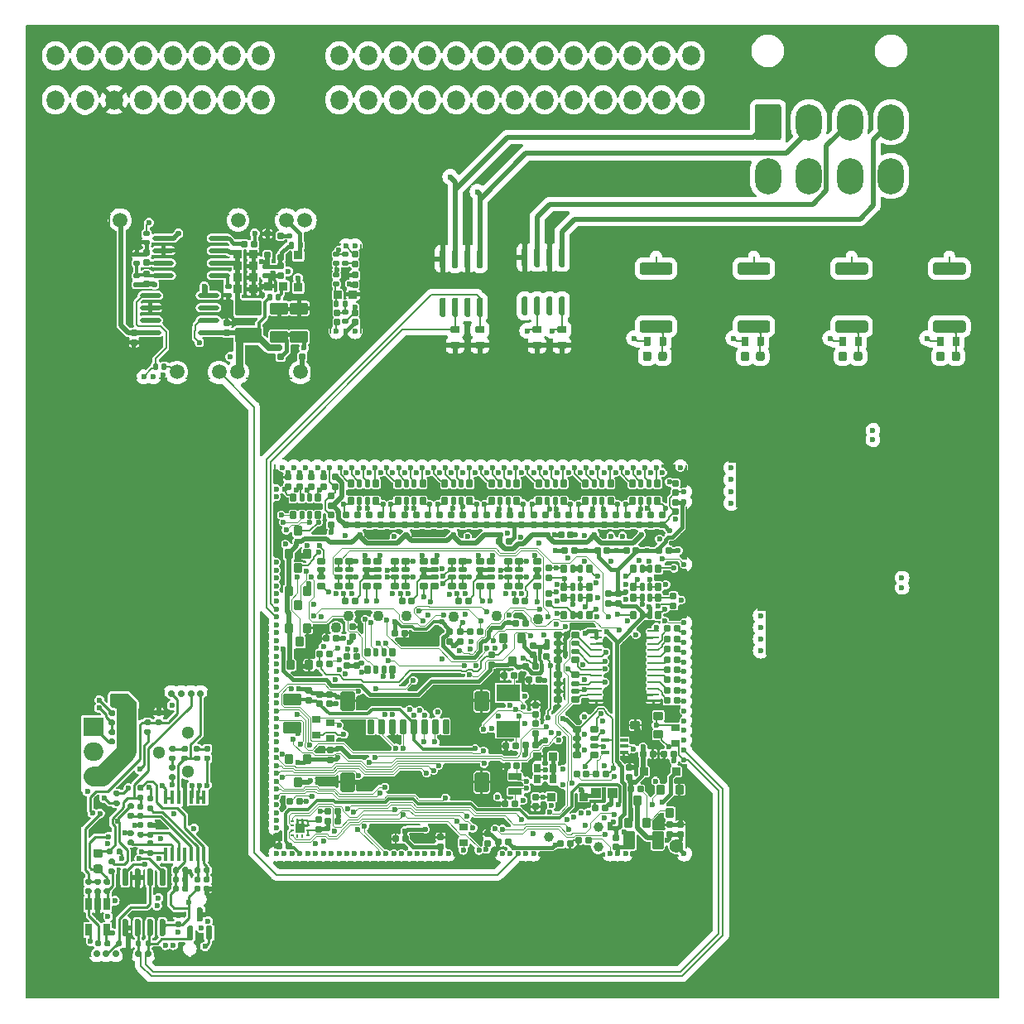
<source format=gbl>
G75*
G70*
%OFA0B0*%
%FSLAX25Y25*%
%IPPOS*%
%LPD*%
%AMOC8*
5,1,8,0,0,1.08239X$1,22.5*
%
%AMM148*
21,1,0.035430,0.030320,-0.000000,-0.000000,270.000000*
21,1,0.028350,0.037400,-0.000000,-0.000000,270.000000*
1,1,0.007090,-0.015160,-0.014170*
1,1,0.007090,-0.015160,0.014170*
1,1,0.007090,0.015160,0.014170*
1,1,0.007090,0.015160,-0.014170*
%
%AMM154*
21,1,0.027560,0.018900,-0.000000,-0.000000,0.000000*
21,1,0.022840,0.023620,-0.000000,-0.000000,0.000000*
1,1,0.004720,0.011420,-0.009450*
1,1,0.004720,-0.011420,-0.009450*
1,1,0.004720,-0.011420,0.009450*
1,1,0.004720,0.011420,0.009450*
%
%AMM157*
21,1,0.025590,0.026380,-0.000000,-0.000000,270.000000*
21,1,0.020470,0.031500,-0.000000,-0.000000,270.000000*
1,1,0.005120,-0.013190,-0.010240*
1,1,0.005120,-0.013190,0.010240*
1,1,0.005120,0.013190,0.010240*
1,1,0.005120,0.013190,-0.010240*
%
%AMM158*
21,1,0.017720,0.027950,-0.000000,-0.000000,270.000000*
21,1,0.014170,0.031500,-0.000000,-0.000000,270.000000*
1,1,0.003540,-0.013980,-0.007090*
1,1,0.003540,-0.013980,0.007090*
1,1,0.003540,0.013980,0.007090*
1,1,0.003540,0.013980,-0.007090*
%
%AMM160*
21,1,0.012600,0.028980,-0.000000,-0.000000,270.000000*
21,1,0.010080,0.031500,-0.000000,-0.000000,270.000000*
1,1,0.002520,-0.014490,-0.005040*
1,1,0.002520,-0.014490,0.005040*
1,1,0.002520,0.014490,0.005040*
1,1,0.002520,0.014490,-0.005040*
%
%AMM163*
21,1,0.027560,0.018900,-0.000000,-0.000000,270.000000*
21,1,0.022840,0.023620,-0.000000,-0.000000,270.000000*
1,1,0.004720,-0.009450,-0.011420*
1,1,0.004720,-0.009450,0.011420*
1,1,0.004720,0.009450,0.011420*
1,1,0.004720,0.009450,-0.011420*
%
%AMM180*
21,1,0.033470,0.026770,-0.000000,-0.000000,0.000000*
21,1,0.026770,0.033470,-0.000000,-0.000000,0.000000*
1,1,0.006690,0.013390,-0.013390*
1,1,0.006690,-0.013390,-0.013390*
1,1,0.006690,-0.013390,0.013390*
1,1,0.006690,0.013390,0.013390*
%
%AMM181*
21,1,0.035430,0.030320,-0.000000,-0.000000,0.000000*
21,1,0.028350,0.037400,-0.000000,-0.000000,0.000000*
1,1,0.007090,0.014170,-0.015160*
1,1,0.007090,-0.014170,-0.015160*
1,1,0.007090,-0.014170,0.015160*
1,1,0.007090,0.014170,0.015160*
%
%AMM182*
21,1,0.035830,0.026770,-0.000000,-0.000000,180.000000*
21,1,0.029130,0.033470,-0.000000,-0.000000,180.000000*
1,1,0.006690,-0.014570,0.013390*
1,1,0.006690,0.014570,0.013390*
1,1,0.006690,0.014570,-0.013390*
1,1,0.006690,-0.014570,-0.013390*
%
%AMM183*
21,1,0.070870,0.036220,-0.000000,-0.000000,180.000000*
21,1,0.061810,0.045280,-0.000000,-0.000000,180.000000*
1,1,0.009060,-0.030910,0.018110*
1,1,0.009060,0.030910,0.018110*
1,1,0.009060,0.030910,-0.018110*
1,1,0.009060,-0.030910,-0.018110*
%
%AMM184*
21,1,0.059060,0.020470,-0.000000,-0.000000,270.000000*
21,1,0.053940,0.025590,-0.000000,-0.000000,270.000000*
1,1,0.005120,-0.010240,-0.026970*
1,1,0.005120,-0.010240,0.026970*
1,1,0.005120,0.010240,0.026970*
1,1,0.005120,0.010240,-0.026970*
%
%AMM185*
21,1,0.078740,0.045670,-0.000000,-0.000000,270.000000*
21,1,0.067320,0.057090,-0.000000,-0.000000,270.000000*
1,1,0.011420,-0.022840,-0.033660*
1,1,0.011420,-0.022840,0.033660*
1,1,0.011420,0.022840,0.033660*
1,1,0.011420,0.022840,-0.033660*
%
%AMM186*
21,1,0.025590,0.026380,-0.000000,-0.000000,180.000000*
21,1,0.020470,0.031500,-0.000000,-0.000000,180.000000*
1,1,0.005120,-0.010240,0.013190*
1,1,0.005120,0.010240,0.013190*
1,1,0.005120,0.010240,-0.013190*
1,1,0.005120,-0.010240,-0.013190*
%
%AMM187*
21,1,0.017720,0.027950,-0.000000,-0.000000,180.000000*
21,1,0.014170,0.031500,-0.000000,-0.000000,180.000000*
1,1,0.003540,-0.007090,0.013980*
1,1,0.003540,0.007090,0.013980*
1,1,0.003540,0.007090,-0.013980*
1,1,0.003540,-0.007090,-0.013980*
%
%AMM188*
21,1,0.027560,0.030710,-0.000000,-0.000000,270.000000*
21,1,0.022050,0.036220,-0.000000,-0.000000,270.000000*
1,1,0.005510,-0.015350,-0.011020*
1,1,0.005510,-0.015350,0.011020*
1,1,0.005510,0.015350,0.011020*
1,1,0.005510,0.015350,-0.011020*
%
%AMM189*
21,1,0.027560,0.049610,-0.000000,-0.000000,90.000000*
21,1,0.022050,0.055120,-0.000000,-0.000000,90.000000*
1,1,0.005510,0.024800,0.011020*
1,1,0.005510,0.024800,-0.011020*
1,1,0.005510,-0.024800,-0.011020*
1,1,0.005510,-0.024800,0.011020*
%
%AMM190*
21,1,0.027560,0.030710,-0.000000,-0.000000,180.000000*
21,1,0.022050,0.036220,-0.000000,-0.000000,180.000000*
1,1,0.005510,-0.011020,0.015350*
1,1,0.005510,0.011020,0.015350*
1,1,0.005510,0.011020,-0.015350*
1,1,0.005510,-0.011020,-0.015350*
%
%AMM191*
21,1,0.070870,0.036220,-0.000000,-0.000000,270.000000*
21,1,0.061810,0.045280,-0.000000,-0.000000,270.000000*
1,1,0.009060,-0.018110,-0.030910*
1,1,0.009060,-0.018110,0.030910*
1,1,0.009060,0.018110,0.030910*
1,1,0.009060,0.018110,-0.030910*
%
%AMM226*
21,1,0.023620,0.018900,0.000000,-0.000000,90.000000*
21,1,0.018900,0.023620,0.000000,-0.000000,90.000000*
1,1,0.004720,0.009450,0.009450*
1,1,0.004720,0.009450,-0.009450*
1,1,0.004720,-0.009450,-0.009450*
1,1,0.004720,-0.009450,0.009450*
%
%AMM227*
21,1,0.019680,0.019680,0.000000,-0.000000,180.000000*
21,1,0.015750,0.023620,0.000000,-0.000000,180.000000*
1,1,0.003940,-0.007870,0.009840*
1,1,0.003940,0.007870,0.009840*
1,1,0.003940,0.007870,-0.009840*
1,1,0.003940,-0.007870,-0.009840*
%
%AMM228*
21,1,0.033470,0.026770,0.000000,-0.000000,180.000000*
21,1,0.026770,0.033470,0.000000,-0.000000,180.000000*
1,1,0.006690,-0.013390,0.013390*
1,1,0.006690,0.013390,0.013390*
1,1,0.006690,0.013390,-0.013390*
1,1,0.006690,-0.013390,-0.013390*
%
%AMM229*
21,1,0.019680,0.019680,0.000000,-0.000000,270.000000*
21,1,0.015750,0.023620,0.000000,-0.000000,270.000000*
1,1,0.003940,-0.009840,-0.007870*
1,1,0.003940,-0.009840,0.007870*
1,1,0.003940,0.009840,0.007870*
1,1,0.003940,0.009840,-0.007870*
%
%AMM289*
21,1,0.035830,0.026770,0.000000,-0.000000,270.000000*
21,1,0.029130,0.033470,0.000000,-0.000000,270.000000*
1,1,0.006690,-0.013390,-0.014570*
1,1,0.006690,-0.013390,0.014570*
1,1,0.006690,0.013390,0.014570*
1,1,0.006690,0.013390,-0.014570*
%
%AMM290*
21,1,0.070870,0.036220,0.000000,-0.000000,0.000000*
21,1,0.061810,0.045280,0.000000,-0.000000,0.000000*
1,1,0.009060,0.030910,-0.018110*
1,1,0.009060,-0.030910,-0.018110*
1,1,0.009060,-0.030910,0.018110*
1,1,0.009060,0.030910,0.018110*
%
%AMM293*
21,1,0.023620,0.018900,0.000000,-0.000000,0.000000*
21,1,0.018900,0.023620,0.000000,-0.000000,0.000000*
1,1,0.004720,0.009450,-0.009450*
1,1,0.004720,-0.009450,-0.009450*
1,1,0.004720,-0.009450,0.009450*
1,1,0.004720,0.009450,0.009450*
%
%AMM304*
21,1,0.023620,0.018900,0.000000,-0.000000,270.000000*
21,1,0.018900,0.023620,0.000000,-0.000000,270.000000*
1,1,0.004720,-0.009450,-0.009450*
1,1,0.004720,-0.009450,0.009450*
1,1,0.004720,0.009450,0.009450*
1,1,0.004720,0.009450,-0.009450*
%
%AMM305*
21,1,0.106300,0.050390,0.000000,-0.000000,0.000000*
21,1,0.093700,0.062990,0.000000,-0.000000,0.000000*
1,1,0.012600,0.046850,-0.025200*
1,1,0.012600,-0.046850,-0.025200*
1,1,0.012600,-0.046850,0.025200*
1,1,0.012600,0.046850,0.025200*
%
%AMM306*
21,1,0.122050,0.075590,0.000000,-0.000000,90.000000*
21,1,0.103150,0.094490,0.000000,-0.000000,90.000000*
1,1,0.018900,0.037800,0.051580*
1,1,0.018900,0.037800,-0.051580*
1,1,0.018900,-0.037800,-0.051580*
1,1,0.018900,-0.037800,0.051580*
%
%AMM307*
21,1,0.118110,0.083460,0.000000,-0.000000,270.000000*
21,1,0.097240,0.104330,0.000000,-0.000000,270.000000*
1,1,0.020870,-0.041730,-0.048620*
1,1,0.020870,-0.041730,0.048620*
1,1,0.020870,0.041730,0.048620*
1,1,0.020870,0.041730,-0.048620*
%
%ADD10O,0.07087X0.07874*%
%ADD11C,0.02362*%
%ADD12O,0.04823X0.00787*%
%ADD129R,0.03937X0.04331*%
%ADD13O,0.00787X0.36614*%
%ADD133R,0.01968X0.01968*%
%ADD134R,0.09449X0.06693*%
%ADD14R,0.00787X0.09055*%
%ADD141O,0.04961X0.00984*%
%ADD142R,0.00984X0.01378*%
%ADD143R,0.01378X0.00984*%
%ADD144R,0.01968X0.01176*%
%ADD15R,0.00787X0.21260*%
%ADD16R,0.00787X0.33858*%
%ADD17R,0.00787X0.19685*%
%ADD179C,0.05118*%
%ADD18R,0.05512X0.00787*%
%ADD19R,0.19685X0.00787*%
%ADD20R,0.26772X0.00787*%
%ADD21R,0.17717X0.00787*%
%ADD22R,0.00787X0.06299*%
%ADD23R,0.00787X0.22441*%
%ADD24R,0.00787X0.07874*%
%ADD25C,0.05906*%
%ADD26O,0.12992X0.00787*%
%ADD27O,0.40157X0.00787*%
%ADD28O,0.01181X0.00787*%
%ADD29O,0.00787X0.66929*%
%ADD30O,0.00787X0.60630*%
%ADD31O,0.18898X0.00787*%
%ADD313M148*%
%ADD319M154*%
%ADD32O,0.10236X0.00787*%
%ADD322M157*%
%ADD323M158*%
%ADD325M160*%
%ADD328M163*%
%ADD33O,0.03937X0.00787*%
%ADD34O,0.05906X0.00787*%
%ADD345M180*%
%ADD346M181*%
%ADD347M182*%
%ADD348M183*%
%ADD349M184*%
%ADD35C,0.02756*%
%ADD350M185*%
%ADD351M186*%
%ADD352M187*%
%ADD353M188*%
%ADD354M189*%
%ADD355M190*%
%ADD356M191*%
%ADD38R,0.04331X0.00984*%
%ADD39R,0.03858X0.00984*%
%ADD391M226*%
%ADD392M227*%
%ADD393M228*%
%ADD394M229*%
%ADD401R,0.07874X0.07500*%
%ADD402O,0.07874X0.07500*%
%ADD404R,0.01772X0.05709*%
%ADD405R,0.02559X0.04803*%
%ADD41R,0.00984X1.08661*%
%ADD413O,0.40158X0.00787*%
%ADD426O,0.08661X0.01968*%
%ADD43R,0.03740X0.00984*%
%ADD44O,0.10630X0.14567*%
%ADD45R,0.00984X0.24350*%
%ADD46R,0.00984X0.04390*%
%ADD464M289*%
%ADD465M290*%
%ADD468M293*%
%ADD47R,0.56201X0.00984*%
%ADD479M304*%
%ADD48R,0.59449X0.00984*%
%ADD480M305*%
%ADD481M306*%
%ADD482M307*%
%ADD49R,0.00984X0.20374*%
%ADD50C,0.03150*%
%ADD51C,0.00787*%
%ADD52C,0.07874*%
%ADD53C,0.01969*%
%ADD54C,0.01181*%
%ADD60R,0.24803X0.00984*%
%ADD61R,0.34449X0.00984*%
%ADD65C,0.00984*%
%ADD67C,0.01968*%
%ADD92C,0.00492*%
%ADD93C,0.01575*%
%ADD94C,0.03900*%
%ADD95C,0.04331*%
%ADD96C,0.05512*%
X0000000Y0000000D02*
%LPD*%
G01*
D10*
X0012945Y0362701D03*
X0024756Y0362701D03*
X0036567Y0362701D03*
X0048378Y0362701D03*
X0060189Y0362701D03*
X0072000Y0362701D03*
X0083811Y0362701D03*
X0095622Y0362701D03*
X0127118Y0362701D03*
X0138929Y0362701D03*
X0150740Y0362701D03*
X0162551Y0362701D03*
X0174362Y0362701D03*
X0186173Y0362701D03*
X0197984Y0362701D03*
X0209795Y0362701D03*
X0221606Y0362701D03*
X0233417Y0362701D03*
X0245228Y0362701D03*
X0257039Y0362701D03*
X0268850Y0362701D03*
X0268850Y0380417D03*
X0257039Y0380417D03*
X0245228Y0380417D03*
X0233417Y0380417D03*
X0221606Y0380417D03*
X0209795Y0380417D03*
X0197984Y0380417D03*
X0186173Y0380417D03*
X0174362Y0380417D03*
X0162551Y0380417D03*
X0150740Y0380417D03*
X0138929Y0380417D03*
X0127118Y0380417D03*
X0095622Y0380417D03*
X0083811Y0380417D03*
X0072000Y0380417D03*
X0060189Y0380417D03*
X0048378Y0380417D03*
X0036567Y0380417D03*
X0024756Y0380417D03*
X0012945Y0380417D03*
D11*
X0133488Y0269575D03*
D12*
X0125713Y0304614D03*
D13*
X0135850Y0286701D03*
X0123646Y0286701D03*
D11*
X0129748Y0269575D03*
X0126008Y0269575D03*
X0129945Y0303827D03*
X0133488Y0303827D03*
X0101874Y0069425D03*
X0101874Y0072575D03*
X0101874Y0075724D03*
X0101874Y0078874D03*
X0101874Y0082024D03*
X0101874Y0085173D03*
X0101874Y0088323D03*
X0101874Y0091472D03*
X0101874Y0094622D03*
X0101874Y0097772D03*
X0101874Y0100921D03*
X0101874Y0104071D03*
X0101874Y0107220D03*
X0101874Y0110370D03*
X0101874Y0113520D03*
X0101874Y0116669D03*
X0101874Y0119819D03*
X0101874Y0122969D03*
X0101874Y0126118D03*
X0101874Y0129268D03*
X0101874Y0132417D03*
X0101874Y0135567D03*
X0101874Y0138717D03*
X0101874Y0141866D03*
X0101874Y0145016D03*
X0101874Y0148165D03*
X0101874Y0151315D03*
X0101874Y0154465D03*
X0101874Y0157614D03*
X0101874Y0160764D03*
X0101874Y0163913D03*
X0101874Y0167063D03*
X0101874Y0170213D03*
X0101874Y0173362D03*
X0101874Y0176512D03*
X0101874Y0202890D03*
X0101874Y0206039D03*
D14*
X0266835Y0211354D03*
D15*
X0266835Y0188323D03*
D16*
X0266835Y0078087D03*
D17*
X0266835Y0163913D03*
D18*
X0259748Y0215488D03*
D19*
X0254236Y0058402D03*
D20*
X0220772Y0058402D03*
D21*
X0181992Y0058402D03*
D22*
X0101087Y0064307D03*
D23*
X0101087Y0189701D03*
D24*
X0101087Y0211945D03*
D11*
X0101874Y0059189D03*
X0105024Y0059189D03*
X0108173Y0059189D03*
X0111323Y0059189D03*
X0114472Y0059189D03*
X0117622Y0059189D03*
X0120772Y0059189D03*
X0123921Y0059189D03*
X0127071Y0059189D03*
X0130220Y0059189D03*
X0133370Y0059189D03*
X0136520Y0059189D03*
X0139669Y0059189D03*
X0142819Y0059189D03*
X0145968Y0059189D03*
X0149118Y0059189D03*
X0152268Y0059189D03*
X0155417Y0059189D03*
X0158567Y0059189D03*
X0161717Y0059189D03*
X0164866Y0059189D03*
X0168016Y0059189D03*
X0171165Y0059189D03*
X0192819Y0059189D03*
X0195968Y0059189D03*
X0199118Y0059189D03*
X0202268Y0059189D03*
X0205417Y0059189D03*
X0236126Y0059189D03*
X0239276Y0059189D03*
X0242425Y0059189D03*
X0266047Y0059189D03*
X0104236Y0214701D03*
X0108961Y0214701D03*
X0113685Y0214701D03*
X0118409Y0214701D03*
X0123134Y0214701D03*
X0127465Y0214701D03*
X0132189Y0214701D03*
X0136913Y0214701D03*
X0141638Y0214701D03*
X0146362Y0214701D03*
X0151087Y0214701D03*
X0155811Y0214701D03*
X0160535Y0214701D03*
X0165260Y0214701D03*
X0169984Y0214701D03*
X0174709Y0214701D03*
X0179433Y0214701D03*
X0184157Y0214701D03*
X0188882Y0214701D03*
X0193606Y0214701D03*
X0198331Y0214701D03*
X0203055Y0214701D03*
X0207780Y0214701D03*
X0212504Y0214701D03*
X0217228Y0214701D03*
X0221953Y0214701D03*
X0226677Y0214701D03*
X0231402Y0214701D03*
X0236126Y0214701D03*
X0240850Y0214701D03*
X0245575Y0214701D03*
X0250299Y0214701D03*
X0255024Y0214701D03*
X0264472Y0214701D03*
X0266047Y0204858D03*
X0266047Y0200921D03*
X0266047Y0175724D03*
X0266047Y0152102D03*
X0266047Y0148165D03*
X0266047Y0144228D03*
X0266047Y0140291D03*
X0266047Y0136354D03*
X0266047Y0132417D03*
X0266047Y0128480D03*
X0266047Y0124543D03*
X0266047Y0120606D03*
X0266047Y0116669D03*
X0266047Y0112732D03*
X0266047Y0108795D03*
X0266047Y0104858D03*
X0266047Y0100921D03*
X0266047Y0096984D03*
D25*
X0111425Y0253118D03*
X0086228Y0253118D03*
X0078748Y0253118D03*
X0061819Y0253118D03*
D11*
X0052370Y0251346D03*
X0048433Y0251346D03*
D26*
X0096268Y0316701D03*
D27*
X0062803Y0316701D03*
D28*
X0034850Y0316701D03*
D29*
X0034654Y0283630D03*
D30*
X0115756Y0280480D03*
D25*
X0037213Y0253118D03*
D28*
X0115559Y0250559D03*
D31*
X0099024Y0250559D03*
D32*
X0070087Y0250559D03*
D33*
X0056307Y0250559D03*
D34*
X0043315Y0250559D03*
D25*
X0113197Y0314142D03*
X0105913Y0314142D03*
X0086425Y0314142D03*
X0038984Y0314142D03*
D35*
X0071354Y0123591D03*
X0059543Y0123591D03*
X0063480Y0123591D03*
X0067417Y0123591D03*
D38*
X0024701Y0017390D03*
D39*
X0041787Y0017390D03*
D60*
X0065252Y0017390D03*
D41*
X0023028Y0071228D03*
X0077161Y0071228D03*
D61*
X0039760Y0125067D03*
D43*
X0075783Y0125067D03*
D35*
X0033362Y0018901D03*
X0037299Y0018901D03*
X0050276Y0018901D03*
X0046276Y0018901D03*
X0029425Y0018901D03*
G36*
G01*
X0294465Y0347402D02*
X0294465Y0360000D01*
G75*
G02*
X0295449Y0360984I0000984J0000000D01*
G01*
X0304110Y0360984D01*
G75*
G02*
X0305094Y0360000I0000000J-000984D01*
G01*
X0305094Y0347402D01*
G75*
G02*
X0304110Y0346417I-000984J0000000D01*
G01*
X0295449Y0346417D01*
G75*
G02*
X0294465Y0347402I0000000J0000984D01*
G01*
G37*
D44*
X0316315Y0353701D03*
X0332850Y0353701D03*
X0349386Y0353701D03*
X0299780Y0332047D03*
X0316315Y0332047D03*
X0332850Y0332047D03*
X0349386Y0332047D03*
D11*
X0296850Y0150335D03*
X0296850Y0155059D03*
X0296850Y0145610D03*
X0296850Y0140886D03*
D45*
X0354528Y0151388D03*
D46*
X0354528Y0175207D03*
D47*
X0326919Y0139705D03*
D48*
X0325295Y0176909D03*
D49*
X0296063Y0167215D03*
D11*
X0353642Y0166319D03*
X0353642Y0170256D03*
X0285059Y0209780D03*
X0285059Y0214504D03*
X0285059Y0205055D03*
X0285059Y0200331D03*
D45*
X0342736Y0210833D03*
D46*
X0342736Y0234652D03*
D47*
X0315128Y0199150D03*
D48*
X0313504Y0236354D03*
D49*
X0284272Y0226659D03*
D11*
X0341850Y0225764D03*
X0341850Y0229701D03*
G36*
G01*
X0289148Y0263898D02*
X0289148Y0266969D01*
G75*
G02*
X0289423Y0267244I0000276J0000000D01*
G01*
X0291628Y0267244D01*
G75*
G02*
X0291904Y0266969I0000000J-000276D01*
G01*
X0291904Y0263898D01*
G75*
G02*
X0291628Y0263622I-000276J0000000D01*
G01*
X0289423Y0263622D01*
G75*
G02*
X0289148Y0263898I0000000J0000276D01*
G01*
G37*
G36*
G01*
X0295447Y0263898D02*
X0295447Y0266969D01*
G75*
G02*
X0295722Y0267244I0000276J0000000D01*
G01*
X0297927Y0267244D01*
G75*
G02*
X0298203Y0266969I0000000J-000276D01*
G01*
X0298203Y0263898D01*
G75*
G02*
X0297927Y0263622I-000276J0000000D01*
G01*
X0295722Y0263622D01*
G75*
G02*
X0295447Y0263898I0000000J0000276D01*
G01*
G37*
G36*
G01*
X0378461Y0269002D02*
X0367240Y0269002D01*
G75*
G02*
X0366256Y0269986I0000000J0000984D01*
G01*
X0366256Y0272841D01*
G75*
G02*
X0367240Y0273825I0000984J0000000D01*
G01*
X0378461Y0273825D01*
G75*
G02*
X0379445Y0272841I0000000J-000984D01*
G01*
X0379445Y0269986D01*
G75*
G02*
X0378461Y0269002I-000984J0000000D01*
G01*
G37*
G36*
G01*
X0378461Y0292329D02*
X0367240Y0292329D01*
G75*
G02*
X0366256Y0293313I0000000J0000984D01*
G01*
X0366256Y0296167D01*
G75*
G02*
X0367240Y0297152I0000984J0000000D01*
G01*
X0378461Y0297152D01*
G75*
G02*
X0379445Y0296167I0000000J-000984D01*
G01*
X0379445Y0293313D01*
G75*
G02*
X0378461Y0292329I-000984J0000000D01*
G01*
G37*
G36*
G01*
X0337819Y0260442D02*
X0337819Y0258424D01*
G75*
G02*
X0336958Y0257563I-000861J0000000D01*
G01*
X0335235Y0257563D01*
G75*
G02*
X0334374Y0258424I0000000J0000861D01*
G01*
X0334374Y0260442D01*
G75*
G02*
X0335235Y0261303I0000861J0000000D01*
G01*
X0336958Y0261303D01*
G75*
G02*
X0337819Y0260442I0000000J-000861D01*
G01*
G37*
G36*
G01*
X0331618Y0260442D02*
X0331618Y0258424D01*
G75*
G02*
X0330757Y0257563I-000861J0000000D01*
G01*
X0329034Y0257563D01*
G75*
G02*
X0328173Y0258424I0000000J0000861D01*
G01*
X0328173Y0260442D01*
G75*
G02*
X0329034Y0261303I0000861J0000000D01*
G01*
X0330757Y0261303D01*
G75*
G02*
X0331618Y0260442I0000000J-000861D01*
G01*
G37*
G36*
G01*
X0299720Y0269002D02*
X0288500Y0269002D01*
G75*
G02*
X0287516Y0269986I0000000J0000984D01*
G01*
X0287516Y0272841D01*
G75*
G02*
X0288500Y0273825I0000984J0000000D01*
G01*
X0299720Y0273825D01*
G75*
G02*
X0300705Y0272841I0000000J-000984D01*
G01*
X0300705Y0269986D01*
G75*
G02*
X0299720Y0269002I-000984J0000000D01*
G01*
G37*
G36*
G01*
X0299720Y0292329D02*
X0288500Y0292329D01*
G75*
G02*
X0287516Y0293313I0000000J0000984D01*
G01*
X0287516Y0296167D01*
G75*
G02*
X0288500Y0297152I0000984J0000000D01*
G01*
X0299720Y0297152D01*
G75*
G02*
X0300705Y0296167I0000000J-000984D01*
G01*
X0300705Y0293313D01*
G75*
G02*
X0299720Y0292329I-000984J0000000D01*
G01*
G37*
G36*
G01*
X0175386Y0262535D02*
X0172315Y0262535D01*
G75*
G02*
X0172039Y0262811I0000000J0000276D01*
G01*
X0172039Y0265016D01*
G75*
G02*
X0172315Y0265291I0000276J0000000D01*
G01*
X0175386Y0265291D01*
G75*
G02*
X0175661Y0265016I0000000J-000276D01*
G01*
X0175661Y0262811D01*
G75*
G02*
X0175386Y0262535I-000276J0000000D01*
G01*
G37*
G36*
G01*
X0175386Y0268835D02*
X0172315Y0268835D01*
G75*
G02*
X0172039Y0269110I0000000J0000276D01*
G01*
X0172039Y0271315D01*
G75*
G02*
X0172315Y0271591I0000276J0000000D01*
G01*
X0175386Y0271591D01*
G75*
G02*
X0175661Y0271315I0000000J-000276D01*
G01*
X0175661Y0269110D01*
G75*
G02*
X0175386Y0268835I-000276J0000000D01*
G01*
G37*
G36*
G01*
X0208386Y0262535D02*
X0205315Y0262535D01*
G75*
G02*
X0205039Y0262811I0000000J0000276D01*
G01*
X0205039Y0265016D01*
G75*
G02*
X0205315Y0265291I0000276J0000000D01*
G01*
X0208386Y0265291D01*
G75*
G02*
X0208661Y0265016I0000000J-000276D01*
G01*
X0208661Y0262811D01*
G75*
G02*
X0208386Y0262535I-000276J0000000D01*
G01*
G37*
G36*
G01*
X0208386Y0268835D02*
X0205315Y0268835D01*
G75*
G02*
X0205039Y0269110I0000000J0000276D01*
G01*
X0205039Y0271315D01*
G75*
G02*
X0205315Y0271591I0000276J0000000D01*
G01*
X0208386Y0271591D01*
G75*
G02*
X0208661Y0271315I0000000J-000276D01*
G01*
X0208661Y0269110D01*
G75*
G02*
X0208386Y0268835I-000276J0000000D01*
G01*
G37*
G36*
G01*
X0260350Y0269002D02*
X0249130Y0269002D01*
G75*
G02*
X0248146Y0269986I0000000J0000984D01*
G01*
X0248146Y0272841D01*
G75*
G02*
X0249130Y0273825I0000984J0000000D01*
G01*
X0260350Y0273825D01*
G75*
G02*
X0261335Y0272841I0000000J-000984D01*
G01*
X0261335Y0269986D01*
G75*
G02*
X0260350Y0269002I-000984J0000000D01*
G01*
G37*
G36*
G01*
X0260350Y0292329D02*
X0249130Y0292329D01*
G75*
G02*
X0248146Y0293313I0000000J0000984D01*
G01*
X0248146Y0296167D01*
G75*
G02*
X0249130Y0297152I0000984J0000000D01*
G01*
X0260350Y0297152D01*
G75*
G02*
X0261335Y0296167I0000000J-000984D01*
G01*
X0261335Y0293313D01*
G75*
G02*
X0260350Y0292329I-000984J0000000D01*
G01*
G37*
G36*
G01*
X0218386Y0262535D02*
X0215315Y0262535D01*
G75*
G02*
X0215039Y0262811I0000000J0000276D01*
G01*
X0215039Y0265016D01*
G75*
G02*
X0215315Y0265291I0000276J0000000D01*
G01*
X0218386Y0265291D01*
G75*
G02*
X0218661Y0265016I0000000J-000276D01*
G01*
X0218661Y0262811D01*
G75*
G02*
X0218386Y0262535I-000276J0000000D01*
G01*
G37*
G36*
G01*
X0218386Y0268835D02*
X0215315Y0268835D01*
G75*
G02*
X0215039Y0269110I0000000J0000276D01*
G01*
X0215039Y0271315D01*
G75*
G02*
X0215315Y0271591I0000276J0000000D01*
G01*
X0218386Y0271591D01*
G75*
G02*
X0218661Y0271315I0000000J-000276D01*
G01*
X0218661Y0269110D01*
G75*
G02*
X0218386Y0268835I-000276J0000000D01*
G01*
G37*
G36*
G01*
X0185386Y0262535D02*
X0182315Y0262535D01*
G75*
G02*
X0182039Y0262811I0000000J0000276D01*
G01*
X0182039Y0265016D01*
G75*
G02*
X0182315Y0265291I0000276J0000000D01*
G01*
X0185386Y0265291D01*
G75*
G02*
X0185661Y0265016I0000000J-000276D01*
G01*
X0185661Y0262811D01*
G75*
G02*
X0185386Y0262535I-000276J0000000D01*
G01*
G37*
G36*
G01*
X0185386Y0268835D02*
X0182315Y0268835D01*
G75*
G02*
X0182039Y0269110I0000000J0000276D01*
G01*
X0182039Y0271315D01*
G75*
G02*
X0182315Y0271591I0000276J0000000D01*
G01*
X0185386Y0271591D01*
G75*
G02*
X0185661Y0271315I0000000J-000276D01*
G01*
X0185661Y0269110D01*
G75*
G02*
X0185386Y0268835I-000276J0000000D01*
G01*
G37*
G36*
G01*
X0249778Y0263898D02*
X0249778Y0266969D01*
G75*
G02*
X0250053Y0267244I0000276J0000000D01*
G01*
X0252258Y0267244D01*
G75*
G02*
X0252533Y0266969I0000000J-000276D01*
G01*
X0252533Y0263898D01*
G75*
G02*
X0252258Y0263622I-000276J0000000D01*
G01*
X0250053Y0263622D01*
G75*
G02*
X0249778Y0263898I0000000J0000276D01*
G01*
G37*
G36*
G01*
X0256077Y0263898D02*
X0256077Y0266969D01*
G75*
G02*
X0256352Y0267244I0000276J0000000D01*
G01*
X0258557Y0267244D01*
G75*
G02*
X0258833Y0266969I0000000J-000276D01*
G01*
X0258833Y0263898D01*
G75*
G02*
X0258557Y0263622I-000276J0000000D01*
G01*
X0256352Y0263622D01*
G75*
G02*
X0256077Y0263898I0000000J0000276D01*
G01*
G37*
G36*
G01*
X0184441Y0275374D02*
X0183260Y0275374D01*
G75*
G02*
X0182669Y0275965I0000000J0000591D01*
G01*
X0182669Y0282461D01*
G75*
G02*
X0183260Y0283051I0000591J0000000D01*
G01*
X0184441Y0283051D01*
G75*
G02*
X0185031Y0282461I0000000J-000591D01*
G01*
X0185031Y0275965D01*
G75*
G02*
X0184441Y0275374I-000591J0000000D01*
G01*
G37*
G36*
G01*
X0179441Y0275374D02*
X0178260Y0275374D01*
G75*
G02*
X0177669Y0275965I0000000J0000591D01*
G01*
X0177669Y0282461D01*
G75*
G02*
X0178260Y0283051I0000591J0000000D01*
G01*
X0179441Y0283051D01*
G75*
G02*
X0180031Y0282461I0000000J-000591D01*
G01*
X0180031Y0275965D01*
G75*
G02*
X0179441Y0275374I-000591J0000000D01*
G01*
G37*
G36*
G01*
X0174441Y0275374D02*
X0173260Y0275374D01*
G75*
G02*
X0172669Y0275965I0000000J0000591D01*
G01*
X0172669Y0282461D01*
G75*
G02*
X0173260Y0283051I0000591J0000000D01*
G01*
X0174441Y0283051D01*
G75*
G02*
X0175031Y0282461I0000000J-000591D01*
G01*
X0175031Y0275965D01*
G75*
G02*
X0174441Y0275374I-000591J0000000D01*
G01*
G37*
G36*
G01*
X0169441Y0275374D02*
X0168260Y0275374D01*
G75*
G02*
X0167669Y0275965I0000000J0000591D01*
G01*
X0167669Y0282461D01*
G75*
G02*
X0168260Y0283051I0000591J0000000D01*
G01*
X0169441Y0283051D01*
G75*
G02*
X0170031Y0282461I0000000J-000591D01*
G01*
X0170031Y0275965D01*
G75*
G02*
X0169441Y0275374I-000591J0000000D01*
G01*
G37*
G36*
G01*
X0169441Y0294862D02*
X0168260Y0294862D01*
G75*
G02*
X0167669Y0295453I0000000J0000591D01*
G01*
X0167669Y0301949D01*
G75*
G02*
X0168260Y0302539I0000591J0000000D01*
G01*
X0169441Y0302539D01*
G75*
G02*
X0170031Y0301949I0000000J-000591D01*
G01*
X0170031Y0295453D01*
G75*
G02*
X0169441Y0294862I-000591J0000000D01*
G01*
G37*
G36*
G01*
X0174441Y0294862D02*
X0173260Y0294862D01*
G75*
G02*
X0172669Y0295453I0000000J0000591D01*
G01*
X0172669Y0301949D01*
G75*
G02*
X0173260Y0302539I0000591J0000000D01*
G01*
X0174441Y0302539D01*
G75*
G02*
X0175031Y0301949I0000000J-000591D01*
G01*
X0175031Y0295453D01*
G75*
G02*
X0174441Y0294862I-000591J0000000D01*
G01*
G37*
G36*
G01*
X0179441Y0294862D02*
X0178260Y0294862D01*
G75*
G02*
X0177669Y0295453I0000000J0000591D01*
G01*
X0177669Y0301949D01*
G75*
G02*
X0178260Y0302539I0000591J0000000D01*
G01*
X0179441Y0302539D01*
G75*
G02*
X0180031Y0301949I0000000J-000591D01*
G01*
X0180031Y0295453D01*
G75*
G02*
X0179441Y0294862I-000591J0000000D01*
G01*
G37*
G36*
G01*
X0184441Y0294862D02*
X0183260Y0294862D01*
G75*
G02*
X0182669Y0295453I0000000J0000591D01*
G01*
X0182669Y0301949D01*
G75*
G02*
X0183260Y0302539I0000591J0000000D01*
G01*
X0184441Y0302539D01*
G75*
G02*
X0185031Y0301949I0000000J-000591D01*
G01*
X0185031Y0295453D01*
G75*
G02*
X0184441Y0294862I-000591J0000000D01*
G01*
G37*
G36*
G01*
X0328518Y0263898D02*
X0328518Y0266969D01*
G75*
G02*
X0328793Y0267244I0000276J0000000D01*
G01*
X0330998Y0267244D01*
G75*
G02*
X0331274Y0266969I0000000J-000276D01*
G01*
X0331274Y0263898D01*
G75*
G02*
X0330998Y0263622I-000276J0000000D01*
G01*
X0328793Y0263622D01*
G75*
G02*
X0328518Y0263898I0000000J0000276D01*
G01*
G37*
G36*
G01*
X0334817Y0263898D02*
X0334817Y0266969D01*
G75*
G02*
X0335093Y0267244I0000276J0000000D01*
G01*
X0337297Y0267244D01*
G75*
G02*
X0337573Y0266969I0000000J-000276D01*
G01*
X0337573Y0263898D01*
G75*
G02*
X0337297Y0263622I-000276J0000000D01*
G01*
X0335093Y0263622D01*
G75*
G02*
X0334817Y0263898I0000000J0000276D01*
G01*
G37*
G36*
G01*
X0367888Y0263898D02*
X0367888Y0266969D01*
G75*
G02*
X0368163Y0267244I0000276J0000000D01*
G01*
X0370368Y0267244D01*
G75*
G02*
X0370644Y0266969I0000000J-000276D01*
G01*
X0370644Y0263898D01*
G75*
G02*
X0370368Y0263622I-000276J0000000D01*
G01*
X0368163Y0263622D01*
G75*
G02*
X0367888Y0263898I0000000J0000276D01*
G01*
G37*
G36*
G01*
X0374187Y0263898D02*
X0374187Y0266969D01*
G75*
G02*
X0374463Y0267244I0000276J0000000D01*
G01*
X0376667Y0267244D01*
G75*
G02*
X0376943Y0266969I0000000J-000276D01*
G01*
X0376943Y0263898D01*
G75*
G02*
X0376667Y0263622I-000276J0000000D01*
G01*
X0374463Y0263622D01*
G75*
G02*
X0374187Y0263898I0000000J0000276D01*
G01*
G37*
G36*
G01*
X0377189Y0260442D02*
X0377189Y0258424D01*
G75*
G02*
X0376328Y0257563I-000861J0000000D01*
G01*
X0374605Y0257563D01*
G75*
G02*
X0373744Y0258424I0000000J0000861D01*
G01*
X0373744Y0260442D01*
G75*
G02*
X0374605Y0261303I0000861J0000000D01*
G01*
X0376328Y0261303D01*
G75*
G02*
X0377189Y0260442I0000000J-000861D01*
G01*
G37*
G36*
G01*
X0370988Y0260442D02*
X0370988Y0258424D01*
G75*
G02*
X0370127Y0257563I-000861J0000000D01*
G01*
X0368405Y0257563D01*
G75*
G02*
X0367543Y0258424I0000000J0000861D01*
G01*
X0367543Y0260442D01*
G75*
G02*
X0368405Y0261303I0000861J0000000D01*
G01*
X0370127Y0261303D01*
G75*
G02*
X0370988Y0260442I0000000J-000861D01*
G01*
G37*
G36*
G01*
X0339091Y0269002D02*
X0327870Y0269002D01*
G75*
G02*
X0326886Y0269986I0000000J0000984D01*
G01*
X0326886Y0272841D01*
G75*
G02*
X0327870Y0273825I0000984J0000000D01*
G01*
X0339091Y0273825D01*
G75*
G02*
X0340075Y0272841I0000000J-000984D01*
G01*
X0340075Y0269986D01*
G75*
G02*
X0339091Y0269002I-000984J0000000D01*
G01*
G37*
G36*
G01*
X0339091Y0292329D02*
X0327870Y0292329D01*
G75*
G02*
X0326886Y0293313I0000000J0000984D01*
G01*
X0326886Y0296167D01*
G75*
G02*
X0327870Y0297152I0000984J0000000D01*
G01*
X0339091Y0297152D01*
G75*
G02*
X0340075Y0296167I0000000J-000984D01*
G01*
X0340075Y0293313D01*
G75*
G02*
X0339091Y0292329I-000984J0000000D01*
G01*
G37*
G36*
G01*
X0259079Y0260442D02*
X0259079Y0258424D01*
G75*
G02*
X0258218Y0257563I-000861J0000000D01*
G01*
X0256495Y0257563D01*
G75*
G02*
X0255634Y0258424I0000000J0000861D01*
G01*
X0255634Y0260442D01*
G75*
G02*
X0256495Y0261303I0000861J0000000D01*
G01*
X0258218Y0261303D01*
G75*
G02*
X0259079Y0260442I0000000J-000861D01*
G01*
G37*
G36*
G01*
X0252878Y0260442D02*
X0252878Y0258424D01*
G75*
G02*
X0252017Y0257563I-000861J0000000D01*
G01*
X0250294Y0257563D01*
G75*
G02*
X0249433Y0258424I0000000J0000861D01*
G01*
X0249433Y0260442D01*
G75*
G02*
X0250294Y0261303I0000861J0000000D01*
G01*
X0252017Y0261303D01*
G75*
G02*
X0252878Y0260442I0000000J-000861D01*
G01*
G37*
G36*
G01*
X0298449Y0260442D02*
X0298449Y0258424D01*
G75*
G02*
X0297588Y0257563I-000861J0000000D01*
G01*
X0295865Y0257563D01*
G75*
G02*
X0295004Y0258424I0000000J0000861D01*
G01*
X0295004Y0260442D01*
G75*
G02*
X0295865Y0261303I0000861J0000000D01*
G01*
X0297588Y0261303D01*
G75*
G02*
X0298449Y0260442I0000000J-000861D01*
G01*
G37*
G36*
G01*
X0292248Y0260442D02*
X0292248Y0258424D01*
G75*
G02*
X0291387Y0257563I-000861J0000000D01*
G01*
X0289664Y0257563D01*
G75*
G02*
X0288803Y0258424I0000000J0000861D01*
G01*
X0288803Y0260442D01*
G75*
G02*
X0289664Y0261303I0000861J0000000D01*
G01*
X0291387Y0261303D01*
G75*
G02*
X0292248Y0260442I0000000J-000861D01*
G01*
G37*
G36*
G01*
X0217441Y0275886D02*
X0216260Y0275886D01*
G75*
G02*
X0215669Y0276476I0000000J0000591D01*
G01*
X0215669Y0282972D01*
G75*
G02*
X0216260Y0283563I0000591J0000000D01*
G01*
X0217441Y0283563D01*
G75*
G02*
X0218031Y0282972I0000000J-000591D01*
G01*
X0218031Y0276476D01*
G75*
G02*
X0217441Y0275886I-000591J0000000D01*
G01*
G37*
G36*
G01*
X0212441Y0275886D02*
X0211260Y0275886D01*
G75*
G02*
X0210669Y0276476I0000000J0000591D01*
G01*
X0210669Y0282972D01*
G75*
G02*
X0211260Y0283563I0000591J0000000D01*
G01*
X0212441Y0283563D01*
G75*
G02*
X0213031Y0282972I0000000J-000591D01*
G01*
X0213031Y0276476D01*
G75*
G02*
X0212441Y0275886I-000591J0000000D01*
G01*
G37*
G36*
G01*
X0207441Y0275886D02*
X0206260Y0275886D01*
G75*
G02*
X0205669Y0276476I0000000J0000591D01*
G01*
X0205669Y0282972D01*
G75*
G02*
X0206260Y0283563I0000591J0000000D01*
G01*
X0207441Y0283563D01*
G75*
G02*
X0208031Y0282972I0000000J-000591D01*
G01*
X0208031Y0276476D01*
G75*
G02*
X0207441Y0275886I-000591J0000000D01*
G01*
G37*
G36*
G01*
X0202441Y0275886D02*
X0201260Y0275886D01*
G75*
G02*
X0200669Y0276476I0000000J0000591D01*
G01*
X0200669Y0282972D01*
G75*
G02*
X0201260Y0283563I0000591J0000000D01*
G01*
X0202441Y0283563D01*
G75*
G02*
X0203031Y0282972I0000000J-000591D01*
G01*
X0203031Y0276476D01*
G75*
G02*
X0202441Y0275886I-000591J0000000D01*
G01*
G37*
G36*
G01*
X0202441Y0295374D02*
X0201260Y0295374D01*
G75*
G02*
X0200669Y0295965I0000000J0000591D01*
G01*
X0200669Y0302461D01*
G75*
G02*
X0201260Y0303051I0000591J0000000D01*
G01*
X0202441Y0303051D01*
G75*
G02*
X0203031Y0302461I0000000J-000591D01*
G01*
X0203031Y0295965D01*
G75*
G02*
X0202441Y0295374I-000591J0000000D01*
G01*
G37*
G36*
G01*
X0207441Y0295374D02*
X0206260Y0295374D01*
G75*
G02*
X0205669Y0295965I0000000J0000591D01*
G01*
X0205669Y0302461D01*
G75*
G02*
X0206260Y0303051I0000591J0000000D01*
G01*
X0207441Y0303051D01*
G75*
G02*
X0208031Y0302461I0000000J-000591D01*
G01*
X0208031Y0295965D01*
G75*
G02*
X0207441Y0295374I-000591J0000000D01*
G01*
G37*
G36*
G01*
X0212441Y0295374D02*
X0211260Y0295374D01*
G75*
G02*
X0210669Y0295965I0000000J0000591D01*
G01*
X0210669Y0302461D01*
G75*
G02*
X0211260Y0303051I0000591J0000000D01*
G01*
X0212441Y0303051D01*
G75*
G02*
X0213031Y0302461I0000000J-000591D01*
G01*
X0213031Y0295965D01*
G75*
G02*
X0212441Y0295374I-000591J0000000D01*
G01*
G37*
G36*
G01*
X0217441Y0295374D02*
X0216260Y0295374D01*
G75*
G02*
X0215669Y0295965I0000000J0000591D01*
G01*
X0215669Y0302461D01*
G75*
G02*
X0216260Y0303051I0000591J0000000D01*
G01*
X0217441Y0303051D01*
G75*
G02*
X0218031Y0302461I0000000J-000591D01*
G01*
X0218031Y0295965D01*
G75*
G02*
X0217441Y0295374I-000591J0000000D01*
G01*
G37*
D11*
X0202850Y0269701D03*
X0212850Y0269701D03*
D50*
X0168850Y0305701D03*
X0201850Y0305701D03*
X0178850Y0305701D03*
X0211892Y0305701D03*
D11*
X0363850Y0266701D03*
X0324850Y0266701D03*
X0285850Y0266701D03*
X0245850Y0266701D03*
X0182850Y0325701D03*
X0171850Y0331701D03*
D51*
X0375467Y0259433D02*
X0375467Y0265335D01*
X0375565Y0265433D02*
X0375565Y0268699D01*
X0375467Y0265335D02*
X0375565Y0265433D01*
X0375565Y0268699D02*
X0372850Y0271413D01*
X0336096Y0259433D02*
X0336096Y0265335D01*
X0336195Y0265433D02*
X0336195Y0268699D01*
X0336195Y0268699D02*
X0333480Y0271413D01*
X0336096Y0265335D02*
X0336195Y0265433D01*
X0296726Y0259433D02*
X0296726Y0265335D01*
X0296825Y0265433D02*
X0296825Y0268699D01*
X0296726Y0265335D02*
X0296825Y0265433D01*
X0296825Y0268699D02*
X0294110Y0271413D01*
X0257356Y0265335D02*
X0257455Y0265433D01*
X0257455Y0268699D02*
X0254740Y0271413D01*
X0257356Y0259433D02*
X0257356Y0265335D01*
X0257455Y0265433D02*
X0257455Y0268699D01*
X0206850Y0270213D02*
X0203362Y0270213D01*
X0203362Y0270213D02*
X0202850Y0269701D01*
X0206850Y0270213D02*
X0206850Y0279724D01*
X0164382Y0284232D02*
X0182669Y0284232D01*
X0101874Y0154465D02*
X0101683Y0154465D01*
X0184850Y0270213D02*
X0184850Y0271213D01*
X0183850Y0283051D02*
X0183850Y0279213D01*
X0183850Y0270213D02*
X0183850Y0279213D01*
X0101683Y0154465D02*
X0097937Y0158211D01*
X0097937Y0217787D02*
X0164382Y0284232D01*
X0097937Y0158211D02*
X0097937Y0217787D01*
X0182669Y0284232D02*
X0183850Y0283051D01*
X0173850Y0270213D02*
X0152661Y0270213D01*
X0099512Y0217063D02*
X0099512Y0159785D01*
X0099512Y0159785D02*
X0101683Y0157614D01*
X0152661Y0270213D02*
X0099512Y0217063D01*
X0101683Y0157614D02*
X0101874Y0157614D01*
X0173850Y0270213D02*
X0173850Y0279213D01*
X0216850Y0270213D02*
X0213362Y0270213D01*
X0216850Y0270213D02*
X0216850Y0279724D01*
X0213362Y0270213D02*
X0212850Y0269701D01*
X0047390Y0013909D02*
X0051483Y0009815D01*
X0047390Y0017787D02*
X0047390Y0013909D01*
X0265217Y0009815D02*
X0281736Y0026334D01*
X0051483Y0009815D02*
X0265217Y0009815D01*
X0281736Y0085232D02*
X0266047Y0100921D01*
X0046276Y0018901D02*
X0047390Y0017787D01*
X0281736Y0026334D02*
X0281736Y0085232D01*
X0264483Y0011587D02*
X0279965Y0027068D01*
X0050276Y0018901D02*
X0049161Y0017787D01*
X0049161Y0017787D02*
X0049161Y0014643D01*
X0267479Y0096984D02*
X0266047Y0096984D01*
X0279965Y0084498D02*
X0267479Y0096984D01*
X0052217Y0011587D02*
X0264483Y0011587D01*
X0279965Y0027068D02*
X0279965Y0084498D01*
X0049161Y0014643D02*
X0052217Y0011587D01*
X0372850Y0294740D02*
X0372850Y0299701D01*
X0369266Y0265433D02*
X0365118Y0265433D01*
X0365118Y0265433D02*
X0363850Y0266701D01*
X0333480Y0294740D02*
X0333480Y0299701D01*
X0326118Y0265433D02*
X0324850Y0266701D01*
X0330266Y0265433D02*
X0326118Y0265433D01*
X0294110Y0294740D02*
X0294110Y0299701D01*
X0291266Y0265433D02*
X0287118Y0265433D01*
X0287118Y0265433D02*
X0285850Y0266701D01*
X0254740Y0299701D02*
X0254740Y0294740D01*
X0251266Y0265433D02*
X0247118Y0265433D01*
X0247118Y0265433D02*
X0245850Y0266701D01*
D53*
X0317850Y0320701D02*
X0323402Y0326252D01*
X0323402Y0344252D02*
X0332850Y0353701D01*
X0206850Y0315701D02*
X0211850Y0320701D01*
X0206850Y0299213D02*
X0206850Y0315701D01*
X0323402Y0326252D02*
X0323402Y0344252D01*
X0211850Y0320701D02*
X0317850Y0320701D01*
X0216850Y0299213D02*
X0216850Y0309701D01*
X0342299Y0320150D02*
X0342299Y0346614D01*
X0216850Y0309701D02*
X0221850Y0314701D01*
X0336850Y0314701D02*
X0342299Y0320150D01*
X0342299Y0346614D02*
X0349386Y0353701D01*
X0221850Y0314701D02*
X0336850Y0314701D01*
X0183850Y0322701D02*
X0183850Y0324701D01*
X0316315Y0350165D02*
X0307252Y0341102D01*
X0183850Y0322701D02*
X0183850Y0298701D01*
X0316315Y0353701D02*
X0316315Y0350165D01*
X0183850Y0324701D02*
X0182850Y0325701D01*
X0202252Y0341102D02*
X0183850Y0322701D01*
X0307252Y0341102D02*
X0202252Y0341102D01*
X0183850Y0298701D02*
X0183850Y0304701D01*
X0173850Y0326701D02*
X0173850Y0329701D01*
X0173850Y0326701D02*
X0194850Y0347701D01*
D35*
X0024756Y0362701D02*
X0024756Y0359795D01*
D53*
X0293780Y0347701D02*
X0299780Y0353701D01*
X0173850Y0329701D02*
X0171850Y0331701D01*
X0194850Y0347701D02*
X0293780Y0347701D01*
X0173850Y0298701D02*
X0173850Y0326701D01*
D51*
X0101850Y0050701D02*
X0092850Y0059701D01*
X0199118Y0058998D02*
X0190821Y0050701D01*
X0190821Y0050701D02*
X0101850Y0050701D01*
X0092850Y0239016D02*
X0078748Y0253118D01*
X0199118Y0059189D02*
X0199118Y0058998D01*
X0092850Y0059701D02*
X0092850Y0239016D01*
G36*
X0189673Y0058324D02*
G01*
X0189853Y0058116D01*
X0189870Y0058075D01*
X0189961Y0057813D01*
X0189999Y0057753D01*
X0190339Y0057212D01*
X0190841Y0056709D01*
X0191443Y0056332D01*
X0191884Y0056177D01*
X0191943Y0056156D01*
X0192167Y0055996D01*
X0192268Y0055740D01*
X0192215Y0055470D01*
X0192127Y0055350D01*
X0189985Y0053208D01*
X0189743Y0053076D01*
X0189640Y0053065D01*
X0103032Y0053065D01*
X0102768Y0053142D01*
X0102687Y0053208D01*
X0100572Y0055322D01*
X0100441Y0055564D01*
X0100460Y0055838D01*
X0100625Y0056058D01*
X0100883Y0056154D01*
X0101079Y0056128D01*
X0101168Y0056097D01*
X0101168Y0056097D01*
X0101168Y0056097D01*
X0101168Y0056097D01*
X0101168Y0056097D01*
X0101874Y0056017D01*
X0101874Y0056017D01*
X0101874Y0056017D01*
X0102580Y0056097D01*
X0102580Y0056097D01*
X0102580Y0056097D01*
X0103250Y0056332D01*
X0103250Y0056332D01*
X0103276Y0056341D01*
X0103279Y0056332D01*
X0103508Y0056370D01*
X0103620Y0056337D01*
X0103622Y0056341D01*
X0104318Y0056097D01*
X0104318Y0056097D01*
X0104318Y0056097D01*
X0104318Y0056097D01*
X0104318Y0056097D01*
X0105024Y0056017D01*
X0105024Y0056017D01*
X0105024Y0056017D01*
X0105729Y0056097D01*
X0105729Y0056097D01*
X0105729Y0056097D01*
X0105729Y0056097D01*
X0105729Y0056097D01*
X0106426Y0056341D01*
X0106429Y0056332D01*
X0106658Y0056370D01*
X0106770Y0056337D01*
X0106771Y0056341D01*
X0107467Y0056097D01*
X0107467Y0056097D01*
X0107467Y0056097D01*
X0107467Y0056097D01*
X0107468Y0056097D01*
X0108173Y0056017D01*
X0108173Y0056017D01*
X0108173Y0056017D01*
X0108879Y0056097D01*
X0108879Y0056097D01*
X0108879Y0056097D01*
X0108879Y0056097D01*
X0108879Y0056097D01*
X0109575Y0056341D01*
X0109578Y0056332D01*
X0109808Y0056370D01*
X0109920Y0056337D01*
X0109921Y0056341D01*
X0110617Y0056097D01*
X0110617Y0056097D01*
X0110617Y0056097D01*
X0110617Y0056097D01*
X0110617Y0056097D01*
X0111323Y0056017D01*
X0111323Y0056017D01*
X0111323Y0056017D01*
X0112029Y0056097D01*
X0112029Y0056097D01*
X0112029Y0056097D01*
X0112029Y0056097D01*
X0112029Y0056097D01*
X0112725Y0056341D01*
X0112728Y0056332D01*
X0112957Y0056370D01*
X0113069Y0056337D01*
X0113070Y0056341D01*
X0113767Y0056097D01*
X0113767Y0056097D01*
X0113767Y0056097D01*
X0113767Y0056097D01*
X0113767Y0056097D01*
X0114472Y0056017D01*
X0114472Y0056017D01*
X0114472Y0056017D01*
X0115178Y0056097D01*
X0115178Y0056097D01*
X0115178Y0056097D01*
X0115178Y0056097D01*
X0115178Y0056097D01*
X0115874Y0056341D01*
X0115877Y0056332D01*
X0116107Y0056370D01*
X0116219Y0056337D01*
X0116220Y0056341D01*
X0116916Y0056097D01*
X0116916Y0056097D01*
X0116916Y0056097D01*
X0116916Y0056097D01*
X0116916Y0056097D01*
X0117622Y0056017D01*
X0117622Y0056017D01*
X0117622Y0056017D01*
X0118328Y0056097D01*
X0118328Y0056097D01*
X0118328Y0056097D01*
X0118998Y0056332D01*
X0118998Y0056332D01*
X0119024Y0056341D01*
X0119027Y0056332D01*
X0119256Y0056370D01*
X0119368Y0056337D01*
X0119370Y0056341D01*
X0120066Y0056097D01*
X0120066Y0056097D01*
X0120772Y0056017D01*
X0120772Y0056017D01*
X0120772Y0056017D01*
X0121477Y0056097D01*
X0121477Y0056097D01*
X0121477Y0056097D01*
X0121477Y0056097D01*
X0121477Y0056097D01*
X0122174Y0056341D01*
X0122177Y0056332D01*
X0122406Y0056370D01*
X0122518Y0056337D01*
X0122519Y0056341D01*
X0123215Y0056097D01*
X0123216Y0056097D01*
X0123216Y0056097D01*
X0123216Y0056097D01*
X0123216Y0056097D01*
X0123921Y0056017D01*
X0123921Y0056017D01*
X0123921Y0056017D01*
X0124627Y0056097D01*
X0124627Y0056097D01*
X0124627Y0056097D01*
X0124627Y0056097D01*
X0124627Y0056097D01*
X0125323Y0056341D01*
X0125326Y0056332D01*
X0125556Y0056370D01*
X0125668Y0056337D01*
X0125669Y0056341D01*
X0126365Y0056097D01*
X0126365Y0056097D01*
X0126365Y0056097D01*
X0126365Y0056097D01*
X0126365Y0056097D01*
X0127071Y0056017D01*
X0127071Y0056017D01*
X0127071Y0056017D01*
X0127777Y0056097D01*
X0127777Y0056097D01*
X0127777Y0056097D01*
X0127777Y0056097D01*
X0127777Y0056097D01*
X0128473Y0056341D01*
X0128476Y0056332D01*
X0128705Y0056370D01*
X0128817Y0056337D01*
X0128819Y0056341D01*
X0129515Y0056097D01*
X0129515Y0056097D01*
X0129515Y0056097D01*
X0129515Y0056097D01*
X0129515Y0056097D01*
X0130220Y0056017D01*
X0130220Y0056017D01*
X0130220Y0056017D01*
X0130926Y0056097D01*
X0130926Y0056097D01*
X0130926Y0056097D01*
X0130926Y0056097D01*
X0130926Y0056097D01*
X0131622Y0056341D01*
X0131625Y0056332D01*
X0131855Y0056370D01*
X0131967Y0056337D01*
X0131968Y0056341D01*
X0132664Y0056097D01*
X0132664Y0056097D01*
X0132664Y0056097D01*
X0132664Y0056097D01*
X0132664Y0056097D01*
X0133370Y0056017D01*
X0133370Y0056017D01*
X0133370Y0056017D01*
X0134076Y0056097D01*
X0134076Y0056097D01*
X0134076Y0056097D01*
X0134076Y0056097D01*
X0134076Y0056097D01*
X0134772Y0056341D01*
X0134775Y0056332D01*
X0135004Y0056370D01*
X0135116Y0056337D01*
X0135118Y0056341D01*
X0135814Y0056097D01*
X0135814Y0056097D01*
X0135814Y0056097D01*
X0135814Y0056097D01*
X0135814Y0056097D01*
X0136520Y0056017D01*
X0136520Y0056017D01*
X0136520Y0056017D01*
X0137225Y0056097D01*
X0137225Y0056097D01*
X0137225Y0056097D01*
X0137225Y0056097D01*
X0137225Y0056097D01*
X0137922Y0056341D01*
X0137925Y0056332D01*
X0138154Y0056370D01*
X0138266Y0056337D01*
X0138267Y0056341D01*
X0138964Y0056097D01*
X0138964Y0056097D01*
X0138964Y0056097D01*
X0138964Y0056097D01*
X0138964Y0056097D01*
X0139669Y0056017D01*
X0139669Y0056017D01*
X0139669Y0056017D01*
X0140375Y0056097D01*
X0140375Y0056097D01*
X0140375Y0056097D01*
X0140375Y0056097D01*
X0140375Y0056097D01*
X0141071Y0056341D01*
X0141074Y0056332D01*
X0141304Y0056370D01*
X0141416Y0056337D01*
X0141417Y0056341D01*
X0142113Y0056097D01*
X0142113Y0056097D01*
X0142113Y0056097D01*
X0142113Y0056097D01*
X0142113Y0056097D01*
X0142819Y0056017D01*
X0142819Y0056017D01*
X0142819Y0056017D01*
X0143525Y0056097D01*
X0143525Y0056097D01*
X0143525Y0056097D01*
X0143525Y0056097D01*
X0143525Y0056097D01*
X0144221Y0056341D01*
X0144224Y0056332D01*
X0144453Y0056370D01*
X0144565Y0056337D01*
X0144567Y0056341D01*
X0145263Y0056097D01*
X0145263Y0056097D01*
X0145263Y0056097D01*
X0145263Y0056097D01*
X0145263Y0056097D01*
X0145968Y0056017D01*
X0145968Y0056017D01*
X0145969Y0056017D01*
X0146674Y0056097D01*
X0146674Y0056097D01*
X0146674Y0056097D01*
X0146674Y0056097D01*
X0146674Y0056097D01*
X0147370Y0056341D01*
X0147373Y0056332D01*
X0147603Y0056370D01*
X0147715Y0056337D01*
X0147716Y0056341D01*
X0148412Y0056097D01*
X0148412Y0056097D01*
X0148412Y0056097D01*
X0148412Y0056097D01*
X0148412Y0056097D01*
X0149118Y0056017D01*
X0149118Y0056017D01*
X0149118Y0056017D01*
X0149824Y0056097D01*
X0149824Y0056097D01*
X0149824Y0056097D01*
X0149824Y0056097D01*
X0149824Y0056097D01*
X0150520Y0056341D01*
X0150523Y0056332D01*
X0150752Y0056370D01*
X0150865Y0056337D01*
X0150866Y0056341D01*
X0151562Y0056097D01*
X0151562Y0056097D01*
X0151562Y0056097D01*
X0151562Y0056097D01*
X0151562Y0056097D01*
X0152268Y0056017D01*
X0152268Y0056017D01*
X0152268Y0056017D01*
X0152973Y0056097D01*
X0152973Y0056097D01*
X0152973Y0056097D01*
X0152973Y0056097D01*
X0152973Y0056097D01*
X0153670Y0056341D01*
X0153673Y0056332D01*
X0153902Y0056370D01*
X0154014Y0056337D01*
X0154015Y0056341D01*
X0154712Y0056097D01*
X0154712Y0056097D01*
X0154712Y0056097D01*
X0154712Y0056097D01*
X0154712Y0056097D01*
X0155417Y0056017D01*
X0155417Y0056017D01*
X0155417Y0056017D01*
X0156123Y0056097D01*
X0156123Y0056097D01*
X0156123Y0056097D01*
X0156793Y0056332D01*
X0156793Y0056332D01*
X0156819Y0056341D01*
X0156822Y0056332D01*
X0157052Y0056370D01*
X0157164Y0056337D01*
X0157165Y0056341D01*
X0157861Y0056097D01*
X0157861Y0056097D01*
X0158567Y0056017D01*
X0158567Y0056017D01*
X0158567Y0056017D01*
X0159273Y0056097D01*
X0159273Y0056097D01*
X0159273Y0056097D01*
X0159273Y0056097D01*
X0159273Y0056097D01*
X0159969Y0056341D01*
X0159972Y0056332D01*
X0160201Y0056370D01*
X0160313Y0056337D01*
X0160315Y0056341D01*
X0161011Y0056097D01*
X0161011Y0056097D01*
X0161011Y0056097D01*
X0161011Y0056097D01*
X0161011Y0056097D01*
X0161717Y0056017D01*
X0161717Y0056017D01*
X0161717Y0056017D01*
X0162422Y0056097D01*
X0162422Y0056097D01*
X0162422Y0056097D01*
X0162422Y0056097D01*
X0162422Y0056097D01*
X0163118Y0056341D01*
X0163121Y0056332D01*
X0163351Y0056370D01*
X0163463Y0056337D01*
X0163464Y0056341D01*
X0164160Y0056097D01*
X0164160Y0056097D01*
X0164866Y0056017D01*
X0164866Y0056017D01*
X0164866Y0056017D01*
X0165572Y0056097D01*
X0165572Y0056097D01*
X0165572Y0056097D01*
X0166242Y0056332D01*
X0166242Y0056332D01*
X0166268Y0056341D01*
X0166271Y0056332D01*
X0166500Y0056370D01*
X0166613Y0056337D01*
X0166614Y0056341D01*
X0167310Y0056097D01*
X0167310Y0056097D01*
X0168016Y0056017D01*
X0168016Y0056017D01*
X0168016Y0056017D01*
X0168721Y0056097D01*
X0168721Y0056097D01*
X0168721Y0056097D01*
X0168721Y0056097D01*
X0168721Y0056097D01*
X0169418Y0056341D01*
X0169421Y0056332D01*
X0169650Y0056370D01*
X0169762Y0056337D01*
X0169763Y0056341D01*
X0170460Y0056097D01*
X0170460Y0056097D01*
X0170460Y0056097D01*
X0170460Y0056097D01*
X0170460Y0056097D01*
X0171165Y0056017D01*
X0171165Y0056017D01*
X0171165Y0056017D01*
X0171871Y0056097D01*
X0171871Y0056097D01*
X0171871Y0056097D01*
X0172541Y0056332D01*
X0173143Y0056709D01*
X0173645Y0057212D01*
X0174023Y0057813D01*
X0174114Y0058075D01*
X0174275Y0058298D01*
X0174530Y0058400D01*
X0174575Y0058402D01*
X0189409Y0058402D01*
X0189673Y0058324D01*
G37*
G36*
X0096022Y0156780D02*
G01*
X0096048Y0156756D01*
X0096513Y0156291D01*
X0096513Y0156291D01*
X0098628Y0154176D01*
X0098760Y0153935D01*
X0098768Y0153886D01*
X0098782Y0153759D01*
X0099026Y0153063D01*
X0099017Y0153060D01*
X0099055Y0152830D01*
X0099022Y0152718D01*
X0099026Y0152717D01*
X0098782Y0152021D01*
X0098782Y0152021D01*
X0098702Y0151315D01*
X0098702Y0151315D01*
X0098782Y0150609D01*
X0098782Y0150609D01*
X0099026Y0149913D01*
X0099017Y0149910D01*
X0099055Y0149681D01*
X0099022Y0149569D01*
X0099026Y0149567D01*
X0098782Y0148871D01*
X0098782Y0148871D01*
X0098702Y0148165D01*
X0098702Y0148165D01*
X0098782Y0147460D01*
X0098782Y0147460D01*
X0099026Y0146763D01*
X0099017Y0146760D01*
X0099055Y0146531D01*
X0099022Y0146419D01*
X0099026Y0146418D01*
X0098782Y0145722D01*
X0098782Y0145721D01*
X0098702Y0145016D01*
X0098702Y0145016D01*
X0098782Y0144310D01*
X0098782Y0144310D01*
X0099026Y0143614D01*
X0099017Y0143611D01*
X0099055Y0143381D01*
X0099022Y0143269D01*
X0099026Y0143268D01*
X0098782Y0142572D01*
X0098782Y0142572D01*
X0098702Y0141866D01*
X0098702Y0141866D01*
X0098782Y0141160D01*
X0098782Y0141160D01*
X0099026Y0140464D01*
X0099017Y0140461D01*
X0099055Y0140232D01*
X0099022Y0140120D01*
X0099026Y0140118D01*
X0098782Y0139422D01*
X0098782Y0139422D01*
X0098702Y0138717D01*
X0098702Y0138717D01*
X0098782Y0138011D01*
X0098782Y0138011D01*
X0099026Y0137315D01*
X0099017Y0137312D01*
X0099055Y0137082D01*
X0099022Y0136970D01*
X0099026Y0136969D01*
X0098782Y0136273D01*
X0098782Y0136273D01*
X0098702Y0135567D01*
X0098702Y0135567D01*
X0098782Y0134861D01*
X0098782Y0134861D01*
X0099026Y0134165D01*
X0099017Y0134162D01*
X0099055Y0133933D01*
X0099022Y0133821D01*
X0099026Y0133819D01*
X0098782Y0133123D01*
X0098782Y0133123D01*
X0098702Y0132417D01*
X0098702Y0132417D01*
X0098782Y0131712D01*
X0098782Y0131712D01*
X0099026Y0131015D01*
X0099017Y0131012D01*
X0099055Y0130783D01*
X0099022Y0130671D01*
X0099026Y0130670D01*
X0098782Y0129973D01*
X0098782Y0129973D01*
X0098702Y0129268D01*
X0098702Y0129268D01*
X0098782Y0128562D01*
X0098782Y0128562D01*
X0099026Y0127866D01*
X0099017Y0127863D01*
X0099055Y0127633D01*
X0099022Y0127521D01*
X0099026Y0127520D01*
X0098782Y0126824D01*
X0098782Y0126824D01*
X0098702Y0126118D01*
X0098702Y0126118D01*
X0098782Y0125412D01*
X0098782Y0125412D01*
X0099026Y0124716D01*
X0099017Y0124713D01*
X0099055Y0124484D01*
X0099022Y0124372D01*
X0099026Y0124370D01*
X0098782Y0123674D01*
X0098782Y0123674D01*
X0098702Y0122969D01*
X0098702Y0122968D01*
X0098782Y0122263D01*
X0098782Y0122263D01*
X0099026Y0121567D01*
X0099017Y0121564D01*
X0099055Y0121334D01*
X0099022Y0121222D01*
X0099026Y0121221D01*
X0098782Y0120525D01*
X0098782Y0120525D01*
X0098702Y0119819D01*
X0098702Y0119819D01*
X0098782Y0119113D01*
X0098782Y0119113D01*
X0099026Y0118417D01*
X0099017Y0118414D01*
X0099055Y0118184D01*
X0099022Y0118072D01*
X0099026Y0118071D01*
X0098782Y0117375D01*
X0098782Y0117375D01*
X0098702Y0116669D01*
X0098702Y0116669D01*
X0098782Y0115964D01*
X0098782Y0115964D01*
X0099026Y0115267D01*
X0099017Y0115264D01*
X0099055Y0115035D01*
X0099022Y0114923D01*
X0099026Y0114922D01*
X0098782Y0114225D01*
X0098782Y0114225D01*
X0098702Y0113520D01*
X0098702Y0113520D01*
X0098782Y0112814D01*
X0098782Y0112814D01*
X0099026Y0112118D01*
X0099017Y0112115D01*
X0099055Y0111885D01*
X0099022Y0111773D01*
X0099026Y0111772D01*
X0098782Y0111076D01*
X0098782Y0111076D01*
X0098702Y0110370D01*
X0098702Y0110370D01*
X0098782Y0109664D01*
X0098782Y0109664D01*
X0099026Y0108968D01*
X0099017Y0108965D01*
X0099055Y0108736D01*
X0099022Y0108624D01*
X0099026Y0108622D01*
X0098782Y0107926D01*
X0098782Y0107926D01*
X0098702Y0107220D01*
X0098702Y0107220D01*
X0098782Y0106515D01*
X0098782Y0106515D01*
X0099026Y0105819D01*
X0099017Y0105816D01*
X0099055Y0105586D01*
X0099022Y0105474D01*
X0099026Y0105473D01*
X0098782Y0104777D01*
X0098782Y0104777D01*
X0098702Y0104071D01*
X0098702Y0104071D01*
X0098782Y0103365D01*
X0098782Y0103365D01*
X0099026Y0102669D01*
X0099017Y0102666D01*
X0099055Y0102436D01*
X0099022Y0102324D01*
X0099026Y0102323D01*
X0098782Y0101627D01*
X0098782Y0101627D01*
X0098702Y0100921D01*
X0098702Y0100921D01*
X0098782Y0100216D01*
X0098782Y0100216D01*
X0099026Y0099519D01*
X0099017Y0099516D01*
X0099055Y0099287D01*
X0099022Y0099175D01*
X0099026Y0099174D01*
X0098782Y0098477D01*
X0098782Y0098477D01*
X0098702Y0097772D01*
X0098702Y0097772D01*
X0098782Y0097066D01*
X0098782Y0097066D01*
X0099026Y0096370D01*
X0099017Y0096367D01*
X0099055Y0096137D01*
X0099022Y0096025D01*
X0099026Y0096024D01*
X0098782Y0095328D01*
X0098782Y0095328D01*
X0098702Y0094622D01*
X0098702Y0094622D01*
X0098782Y0093916D01*
X0098782Y0093916D01*
X0099026Y0093220D01*
X0099017Y0093217D01*
X0099055Y0092988D01*
X0099022Y0092876D01*
X0099026Y0092874D01*
X0098782Y0092178D01*
X0098782Y0092178D01*
X0098702Y0091472D01*
X0098702Y0091472D01*
X0098782Y0090767D01*
X0098782Y0090767D01*
X0099026Y0090071D01*
X0099017Y0090068D01*
X0099055Y0089838D01*
X0099022Y0089726D01*
X0099026Y0089725D01*
X0098782Y0089029D01*
X0098782Y0089029D01*
X0098702Y0088323D01*
X0098702Y0088323D01*
X0098782Y0087617D01*
X0098782Y0087617D01*
X0099026Y0086921D01*
X0099017Y0086918D01*
X0099055Y0086688D01*
X0099022Y0086576D01*
X0099026Y0086575D01*
X0098782Y0085879D01*
X0098782Y0085879D01*
X0098702Y0085173D01*
X0098702Y0085173D01*
X0098782Y0084468D01*
X0098782Y0084468D01*
X0099026Y0083771D01*
X0099017Y0083768D01*
X0099055Y0083539D01*
X0099022Y0083427D01*
X0099026Y0083426D01*
X0098782Y0082729D01*
X0098782Y0082729D01*
X0098702Y0082024D01*
X0098702Y0082024D01*
X0098782Y0081318D01*
X0098782Y0081318D01*
X0099026Y0080622D01*
X0099017Y0080619D01*
X0099055Y0080389D01*
X0099022Y0080277D01*
X0099026Y0080276D01*
X0098782Y0079580D01*
X0098782Y0079580D01*
X0098702Y0078874D01*
X0098702Y0078874D01*
X0098782Y0078168D01*
X0098782Y0078168D01*
X0099026Y0077472D01*
X0099017Y0077469D01*
X0099055Y0077240D01*
X0099022Y0077128D01*
X0099026Y0077126D01*
X0098782Y0076430D01*
X0098782Y0076430D01*
X0098702Y0075724D01*
X0098702Y0075724D01*
X0098782Y0075019D01*
X0098782Y0075019D01*
X0099026Y0074322D01*
X0099017Y0074320D01*
X0099055Y0074090D01*
X0099022Y0073978D01*
X0099026Y0073977D01*
X0098782Y0073281D01*
X0098782Y0073281D01*
X0098702Y0072575D01*
X0098702Y0072575D01*
X0098782Y0071869D01*
X0098782Y0071869D01*
X0099026Y0071173D01*
X0099017Y0071170D01*
X0099055Y0070940D01*
X0099022Y0070828D01*
X0099026Y0070827D01*
X0098782Y0070131D01*
X0098782Y0070131D01*
X0098702Y0069425D01*
X0098702Y0069425D01*
X0098782Y0068719D01*
X0098782Y0068719D01*
X0099017Y0068049D01*
X0099394Y0067448D01*
X0099897Y0066946D01*
X0100498Y0066568D01*
X0100760Y0066476D01*
X0100983Y0066316D01*
X0101085Y0066060D01*
X0101087Y0066015D01*
X0101087Y0062599D01*
X0101009Y0062335D01*
X0100801Y0062155D01*
X0100760Y0062138D01*
X0100498Y0062046D01*
X0100498Y0062046D01*
X0099897Y0061669D01*
X0099394Y0061166D01*
X0099017Y0060565D01*
X0098782Y0059895D01*
X0098782Y0059895D01*
X0098702Y0059189D01*
X0098702Y0059189D01*
X0098782Y0058483D01*
X0098782Y0058483D01*
X0098813Y0058394D01*
X0098827Y0058119D01*
X0098691Y0057880D01*
X0098447Y0057753D01*
X0098173Y0057779D01*
X0098007Y0057887D01*
X0095358Y0060537D01*
X0095226Y0060779D01*
X0095215Y0060882D01*
X0095215Y0156411D01*
X0095292Y0156675D01*
X0095500Y0156855D01*
X0095772Y0156894D01*
X0096022Y0156780D01*
G37*
G36*
X0392687Y0392834D02*
G01*
X0392867Y0392626D01*
X0392911Y0392423D01*
X0392911Y0001278D01*
X0392834Y0001014D01*
X0392626Y0000833D01*
X0392423Y0000789D01*
X0001278Y0000789D01*
X0001014Y0000867D01*
X0000833Y0001075D01*
X0000789Y0001278D01*
X0000789Y0124969D01*
X0023126Y0124969D01*
X0023126Y0017390D01*
X0026149Y0017390D01*
X0026413Y0017312D01*
X0026572Y0017146D01*
X0026701Y0016922D01*
X0026865Y0016740D01*
X0027172Y0016399D01*
X0027172Y0016399D01*
X0027172Y0016399D01*
X0027742Y0015985D01*
X0028385Y0015699D01*
X0029073Y0015552D01*
X0029073Y0015552D01*
X0029777Y0015552D01*
X0029777Y0015552D01*
X0030466Y0015699D01*
X0031109Y0015985D01*
X0031109Y0015985D01*
X0031131Y0015998D01*
X0031133Y0015993D01*
X0031366Y0016076D01*
X0031634Y0016014D01*
X0031676Y0015986D01*
X0031679Y0015985D01*
X0031679Y0015985D01*
X0031679Y0015985D01*
X0032322Y0015699D01*
X0033010Y0015552D01*
X0033010Y0015552D01*
X0033714Y0015552D01*
X0033714Y0015552D01*
X0034403Y0015699D01*
X0035046Y0015985D01*
X0035046Y0015985D01*
X0035068Y0015998D01*
X0035070Y0015993D01*
X0035303Y0016076D01*
X0035571Y0016014D01*
X0035613Y0015986D01*
X0035616Y0015985D01*
X0035616Y0015985D01*
X0035616Y0015985D01*
X0036259Y0015699D01*
X0036947Y0015552D01*
X0036947Y0015552D01*
X0037651Y0015552D01*
X0037651Y0015552D01*
X0038340Y0015699D01*
X0038983Y0015985D01*
X0039552Y0016399D01*
X0040023Y0016922D01*
X0040152Y0017146D01*
X0040351Y0017335D01*
X0040575Y0017390D01*
X0043000Y0017390D01*
X0043264Y0017312D01*
X0043422Y0017146D01*
X0043552Y0016922D01*
X0043716Y0016740D01*
X0044023Y0016399D01*
X0044023Y0016399D01*
X0044023Y0016399D01*
X0044592Y0015985D01*
X0044592Y0015985D01*
X0044736Y0015921D01*
X0044946Y0015743D01*
X0045026Y0015480D01*
X0045026Y0015475D01*
X0045026Y0014250D01*
X0045026Y0014250D01*
X0045026Y0013597D01*
X0045026Y0013597D01*
X0045187Y0012996D01*
X0045301Y0012799D01*
X0045301Y0012799D01*
X0045301Y0012799D01*
X0045498Y0012457D01*
X0045498Y0012457D01*
X0045966Y0011989D01*
X0045966Y0011989D01*
X0049575Y0008380D01*
X0049575Y0008380D01*
X0049592Y0008363D01*
X0049592Y0008363D01*
X0050032Y0007923D01*
X0050374Y0007726D01*
X0050374Y0007726D01*
X0050571Y0007612D01*
X0050571Y0007612D01*
X0051172Y0007451D01*
X0051172Y0007451D01*
X0264876Y0007451D01*
X0264876Y0007451D01*
X0264906Y0007451D01*
X0265529Y0007451D01*
X0265529Y0007451D01*
X0266130Y0007612D01*
X0266327Y0007726D01*
X0266669Y0007923D01*
X0267109Y0008363D01*
X0267109Y0008363D01*
X0267149Y0008404D01*
X0267149Y0008404D01*
X0283188Y0024442D01*
X0283188Y0024442D01*
X0283628Y0024882D01*
X0283825Y0025224D01*
X0283939Y0025421D01*
X0284100Y0026023D01*
X0284100Y0026645D01*
X0284100Y0085544D01*
X0283939Y0086145D01*
X0283939Y0086145D01*
X0283628Y0086684D01*
X0283628Y0086684D01*
X0283628Y0086684D01*
X0283188Y0087124D01*
X0283188Y0087124D01*
X0283171Y0087141D01*
X0283171Y0087141D01*
X0269318Y0100994D01*
X0269186Y0101236D01*
X0269178Y0101285D01*
X0269139Y0101627D01*
X0268905Y0102297D01*
X0268888Y0102323D01*
X0268696Y0102630D01*
X0268621Y0102895D01*
X0268696Y0103149D01*
X0268905Y0103482D01*
X0269111Y0104071D01*
X0269139Y0104153D01*
X0269219Y0104858D01*
X0269150Y0105473D01*
X0269139Y0105564D01*
X0269139Y0105564D01*
X0268905Y0106234D01*
X0268696Y0106567D01*
X0268621Y0106832D01*
X0268696Y0107086D01*
X0268905Y0107419D01*
X0269082Y0107926D01*
X0269139Y0108090D01*
X0269199Y0108624D01*
X0269219Y0108795D01*
X0269219Y0108795D01*
X0269139Y0109501D01*
X0269139Y0109501D01*
X0268905Y0110171D01*
X0268696Y0110504D01*
X0268621Y0110769D01*
X0268696Y0111024D01*
X0268905Y0111356D01*
X0269041Y0111746D01*
X0269139Y0112027D01*
X0269219Y0112732D01*
X0269210Y0112814D01*
X0269139Y0113438D01*
X0269139Y0113438D01*
X0268905Y0114108D01*
X0268696Y0114441D01*
X0268621Y0114706D01*
X0268696Y0114961D01*
X0268905Y0115293D01*
X0268905Y0115293D01*
X0269139Y0115964D01*
X0269139Y0115964D01*
X0269219Y0116669D01*
X0269219Y0116669D01*
X0269139Y0117375D01*
X0269139Y0117375D01*
X0269139Y0117375D01*
X0268905Y0118045D01*
X0268696Y0118378D01*
X0268621Y0118643D01*
X0268696Y0118898D01*
X0268905Y0119230D01*
X0269139Y0119901D01*
X0269210Y0120525D01*
X0269219Y0120606D01*
X0269219Y0120606D01*
X0269139Y0121312D01*
X0269139Y0121312D01*
X0268905Y0121982D01*
X0268905Y0121982D01*
X0268696Y0122315D01*
X0268621Y0122580D01*
X0268696Y0122835D01*
X0268905Y0123167D01*
X0269139Y0123838D01*
X0269219Y0124543D01*
X0269200Y0124713D01*
X0269139Y0125249D01*
X0269139Y0125249D01*
X0268905Y0125919D01*
X0268696Y0126252D01*
X0268621Y0126517D01*
X0268696Y0126772D01*
X0268905Y0127104D01*
X0269051Y0127521D01*
X0269139Y0127775D01*
X0269219Y0128480D01*
X0269210Y0128562D01*
X0269139Y0129186D01*
X0269139Y0129186D01*
X0268905Y0129856D01*
X0268905Y0129856D01*
X0268696Y0130189D01*
X0268621Y0130454D01*
X0268696Y0130709D01*
X0268905Y0131041D01*
X0269139Y0131712D01*
X0269219Y0132417D01*
X0269219Y0132417D01*
X0269139Y0133123D01*
X0269139Y0133123D01*
X0268905Y0133793D01*
X0268696Y0134126D01*
X0268621Y0134391D01*
X0268696Y0134646D01*
X0268905Y0134978D01*
X0269139Y0135649D01*
X0269139Y0135649D01*
X0269219Y0136354D01*
X0269219Y0136354D01*
X0269139Y0137060D01*
X0269139Y0137060D01*
X0268905Y0137730D01*
X0268696Y0138063D01*
X0268621Y0138328D01*
X0268696Y0138583D01*
X0268905Y0138915D01*
X0268905Y0138915D01*
X0269139Y0139586D01*
X0269206Y0140180D01*
X0269219Y0140291D01*
X0269219Y0140291D01*
X0269139Y0140997D01*
X0269139Y0140997D01*
X0268905Y0141667D01*
X0268905Y0141667D01*
X0268696Y0142000D01*
X0268621Y0142265D01*
X0268696Y0142520D01*
X0268905Y0142852D01*
X0269139Y0143523D01*
X0269139Y0143523D01*
X0269219Y0144228D01*
X0269219Y0144228D01*
X0269139Y0144934D01*
X0269139Y0144934D01*
X0268905Y0145604D01*
X0268696Y0145937D01*
X0268621Y0146202D01*
X0268696Y0146457D01*
X0268905Y0146789D01*
X0269139Y0147460D01*
X0269178Y0147802D01*
X0269219Y0148165D01*
X0269219Y0148165D01*
X0269139Y0148871D01*
X0269139Y0148871D01*
X0268905Y0149541D01*
X0268696Y0149874D01*
X0268621Y0150139D01*
X0268696Y0150394D01*
X0268905Y0150726D01*
X0269139Y0151397D01*
X0269175Y0151711D01*
X0269219Y0152102D01*
X0269219Y0152102D01*
X0269139Y0152808D01*
X0269139Y0152808D01*
X0269111Y0152890D01*
X0268905Y0153478D01*
X0268527Y0154080D01*
X0268025Y0154582D01*
X0267423Y0154960D01*
X0267423Y0154960D01*
X0267162Y0155051D01*
X0267151Y0155059D01*
X0293679Y0155059D01*
X0293679Y0155059D01*
X0293758Y0154353D01*
X0293758Y0154353D01*
X0293993Y0153683D01*
X0294371Y0153082D01*
X0294410Y0153042D01*
X0294542Y0152801D01*
X0294523Y0152526D01*
X0294410Y0152352D01*
X0294371Y0152312D01*
X0293993Y0151711D01*
X0293758Y0151040D01*
X0293758Y0151040D01*
X0293679Y0150335D01*
X0293679Y0150335D01*
X0293758Y0149629D01*
X0293758Y0149629D01*
X0293993Y0148959D01*
X0294371Y0148357D01*
X0294410Y0148318D01*
X0294542Y0148076D01*
X0294523Y0147802D01*
X0294410Y0147627D01*
X0294371Y0147588D01*
X0293993Y0146986D01*
X0293758Y0146316D01*
X0293758Y0146316D01*
X0293679Y0145610D01*
X0293679Y0145610D01*
X0293758Y0144905D01*
X0293758Y0144905D01*
X0293993Y0144234D01*
X0294371Y0143633D01*
X0294410Y0143593D01*
X0294542Y0143352D01*
X0294523Y0143077D01*
X0294410Y0142903D01*
X0294371Y0142863D01*
X0293993Y0142262D01*
X0293758Y0141592D01*
X0293758Y0141592D01*
X0293679Y0140886D01*
X0293679Y0140886D01*
X0293758Y0140180D01*
X0293758Y0140180D01*
X0293993Y0139510D01*
X0294366Y0138915D01*
X0294371Y0138908D01*
X0294873Y0138406D01*
X0295474Y0138028D01*
X0296145Y0137794D01*
X0296145Y0137794D01*
X0296850Y0137714D01*
X0296850Y0137714D01*
X0296850Y0137714D01*
X0297556Y0137794D01*
X0297556Y0137794D01*
X0297556Y0137794D01*
X0298226Y0138028D01*
X0298828Y0138406D01*
X0299330Y0138908D01*
X0299687Y0139476D01*
X0299893Y0139659D01*
X0300100Y0139705D01*
X0354724Y0139705D01*
X0354724Y0163013D01*
X0354802Y0163277D01*
X0355001Y0163453D01*
X0355018Y0163461D01*
X0355018Y0163461D01*
X0355619Y0163839D01*
X0356121Y0164341D01*
X0356499Y0164943D01*
X0356734Y0165613D01*
X0356813Y0166319D01*
X0356734Y0167025D01*
X0356499Y0167695D01*
X0356499Y0167695D01*
X0356290Y0168028D01*
X0356215Y0168292D01*
X0356290Y0168547D01*
X0356499Y0168880D01*
X0356734Y0169550D01*
X0356734Y0169550D01*
X0356813Y0170256D01*
X0356813Y0170256D01*
X0356734Y0170962D01*
X0356734Y0170962D01*
X0356499Y0171632D01*
X0356121Y0172233D01*
X0355619Y0172735D01*
X0355018Y0173113D01*
X0355001Y0173122D01*
X0354797Y0173306D01*
X0354724Y0173561D01*
X0354724Y0176713D01*
X0296063Y0176713D01*
X0296063Y0158469D01*
X0295985Y0158205D01*
X0295778Y0158025D01*
X0295736Y0158008D01*
X0295474Y0157916D01*
X0295474Y0157916D01*
X0294873Y0157539D01*
X0294371Y0157036D01*
X0293993Y0156435D01*
X0293758Y0155765D01*
X0293758Y0155765D01*
X0293679Y0155059D01*
X0267151Y0155059D01*
X0266938Y0155212D01*
X0266837Y0155467D01*
X0266835Y0155512D01*
X0266835Y0172315D01*
X0266912Y0172579D01*
X0267120Y0172759D01*
X0267162Y0172775D01*
X0267423Y0172867D01*
X0268025Y0173245D01*
X0268527Y0173747D01*
X0268905Y0174348D01*
X0269139Y0175019D01*
X0269219Y0175724D01*
X0269139Y0176430D01*
X0268905Y0177100D01*
X0268527Y0177702D01*
X0268025Y0178204D01*
X0267423Y0178582D01*
X0267423Y0178582D01*
X0267162Y0178673D01*
X0266938Y0178834D01*
X0266837Y0179089D01*
X0266835Y0179134D01*
X0266835Y0197511D01*
X0266912Y0197775D01*
X0267120Y0197956D01*
X0267162Y0197972D01*
X0267423Y0198064D01*
X0268025Y0198442D01*
X0268527Y0198944D01*
X0268905Y0199545D01*
X0269139Y0200216D01*
X0269139Y0200216D01*
X0269219Y0200921D01*
X0269219Y0200921D01*
X0269139Y0201627D01*
X0269139Y0201627D01*
X0268905Y0202297D01*
X0268696Y0202630D01*
X0268621Y0202895D01*
X0268696Y0203149D01*
X0268905Y0203482D01*
X0269139Y0204153D01*
X0269219Y0204858D01*
X0269197Y0205055D01*
X0269139Y0205564D01*
X0269139Y0205564D01*
X0268905Y0206234D01*
X0268527Y0206836D01*
X0268025Y0207338D01*
X0267423Y0207716D01*
X0267423Y0207716D01*
X0267162Y0207807D01*
X0266938Y0207968D01*
X0266837Y0208223D01*
X0266835Y0208268D01*
X0266835Y0212405D01*
X0266912Y0212669D01*
X0266941Y0212710D01*
X0266952Y0212723D01*
X0266952Y0212723D01*
X0267330Y0213325D01*
X0267564Y0213995D01*
X0267622Y0214504D01*
X0267622Y0214504D01*
X0281888Y0214504D01*
X0281888Y0214504D01*
X0281967Y0213798D01*
X0281967Y0213798D01*
X0282202Y0213128D01*
X0282579Y0212527D01*
X0282619Y0212487D01*
X0282751Y0212246D01*
X0282731Y0211971D01*
X0282619Y0211797D01*
X0282579Y0211757D01*
X0282202Y0211156D01*
X0281967Y0210485D01*
X0281967Y0210485D01*
X0281888Y0209780D01*
X0281888Y0209780D01*
X0281967Y0209074D01*
X0281967Y0209074D01*
X0282202Y0208403D01*
X0282579Y0207802D01*
X0282619Y0207763D01*
X0282751Y0207521D01*
X0282731Y0207247D01*
X0282619Y0207072D01*
X0282579Y0207033D01*
X0282202Y0206431D01*
X0281967Y0205761D01*
X0281967Y0205761D01*
X0281888Y0205055D01*
X0281888Y0205055D01*
X0281967Y0204349D01*
X0281967Y0204349D01*
X0282202Y0203679D01*
X0282579Y0203078D01*
X0282619Y0203038D01*
X0282751Y0202797D01*
X0282731Y0202522D01*
X0282619Y0202348D01*
X0282579Y0202308D01*
X0282202Y0201707D01*
X0281967Y0201036D01*
X0281967Y0201036D01*
X0281888Y0200331D01*
X0281888Y0200331D01*
X0281967Y0199625D01*
X0281967Y0199625D01*
X0282202Y0198955D01*
X0282524Y0198442D01*
X0282579Y0198353D01*
X0283082Y0197851D01*
X0283202Y0197775D01*
X0283622Y0197511D01*
X0283683Y0197473D01*
X0284353Y0197239D01*
X0284353Y0197239D01*
X0285059Y0197159D01*
X0285059Y0197159D01*
X0285059Y0197159D01*
X0285765Y0197239D01*
X0285765Y0197239D01*
X0285765Y0197239D01*
X0286435Y0197473D01*
X0287036Y0197851D01*
X0287539Y0198353D01*
X0287895Y0198921D01*
X0288101Y0199103D01*
X0288309Y0199150D01*
X0342933Y0199150D01*
X0342933Y0222458D01*
X0343011Y0222722D01*
X0343209Y0222898D01*
X0343226Y0222906D01*
X0343226Y0222906D01*
X0343828Y0223284D01*
X0344330Y0223786D01*
X0344708Y0224388D01*
X0344942Y0225058D01*
X0345022Y0225764D01*
X0344942Y0226470D01*
X0344708Y0227140D01*
X0344708Y0227140D01*
X0344499Y0227473D01*
X0344424Y0227737D01*
X0344499Y0227992D01*
X0344708Y0228325D01*
X0344942Y0228995D01*
X0344942Y0228995D01*
X0345022Y0229701D01*
X0345022Y0229701D01*
X0344942Y0230406D01*
X0344942Y0230407D01*
X0344708Y0231077D01*
X0344330Y0231678D01*
X0343828Y0232180D01*
X0343226Y0232558D01*
X0343209Y0232566D01*
X0343005Y0232751D01*
X0342933Y0233006D01*
X0342933Y0236157D01*
X0284272Y0236157D01*
X0284272Y0217914D01*
X0284194Y0217650D01*
X0283986Y0217470D01*
X0283945Y0217453D01*
X0283683Y0217361D01*
X0283683Y0217361D01*
X0283082Y0216984D01*
X0282579Y0216481D01*
X0282202Y0215880D01*
X0281967Y0215210D01*
X0281967Y0215210D01*
X0281888Y0214504D01*
X0267622Y0214504D01*
X0267644Y0214701D01*
X0267644Y0214701D01*
X0267564Y0215406D01*
X0267564Y0215407D01*
X0267500Y0215592D01*
X0267330Y0216077D01*
X0266952Y0216678D01*
X0266450Y0217180D01*
X0266378Y0217226D01*
X0265849Y0217558D01*
X0265178Y0217793D01*
X0265178Y0217793D01*
X0264472Y0217872D01*
X0264472Y0217872D01*
X0263767Y0217793D01*
X0263767Y0217793D01*
X0263096Y0217558D01*
X0262495Y0217180D01*
X0261993Y0216678D01*
X0261615Y0216077D01*
X0261615Y0216077D01*
X0261615Y0216077D01*
X0261523Y0215815D01*
X0261363Y0215592D01*
X0261107Y0215490D01*
X0261063Y0215488D01*
X0258433Y0215488D01*
X0258169Y0215566D01*
X0257989Y0215774D01*
X0257973Y0215815D01*
X0257881Y0216077D01*
X0257503Y0216678D01*
X0257001Y0217180D01*
X0256929Y0217226D01*
X0256400Y0217558D01*
X0255729Y0217793D01*
X0255729Y0217793D01*
X0255024Y0217872D01*
X0255024Y0217872D01*
X0254318Y0217793D01*
X0254318Y0217793D01*
X0253648Y0217558D01*
X0253046Y0217180D01*
X0253007Y0217141D01*
X0252765Y0217009D01*
X0252491Y0217029D01*
X0252316Y0217141D01*
X0252277Y0217180D01*
X0251675Y0217558D01*
X0251005Y0217793D01*
X0251005Y0217793D01*
X0250299Y0217872D01*
X0250299Y0217872D01*
X0249593Y0217793D01*
X0249593Y0217793D01*
X0248923Y0217558D01*
X0248322Y0217180D01*
X0248282Y0217141D01*
X0248041Y0217009D01*
X0247766Y0217029D01*
X0247592Y0217141D01*
X0247552Y0217180D01*
X0246951Y0217558D01*
X0246281Y0217793D01*
X0246281Y0217793D01*
X0245575Y0217872D01*
X0245575Y0217872D01*
X0244869Y0217793D01*
X0244869Y0217793D01*
X0244199Y0217558D01*
X0243597Y0217180D01*
X0243558Y0217141D01*
X0243316Y0217009D01*
X0243042Y0217029D01*
X0242867Y0217141D01*
X0242828Y0217180D01*
X0242226Y0217558D01*
X0241556Y0217793D01*
X0241556Y0217793D01*
X0240850Y0217872D01*
X0240850Y0217872D01*
X0240145Y0217793D01*
X0240145Y0217793D01*
X0239474Y0217558D01*
X0238873Y0217180D01*
X0238873Y0217180D01*
X0238833Y0217141D01*
X0238592Y0217009D01*
X0238318Y0217029D01*
X0238143Y0217141D01*
X0238103Y0217180D01*
X0237502Y0217558D01*
X0236832Y0217793D01*
X0236832Y0217793D01*
X0236126Y0217872D01*
X0236126Y0217872D01*
X0235420Y0217793D01*
X0235420Y0217793D01*
X0234750Y0217558D01*
X0234149Y0217180D01*
X0234109Y0217141D01*
X0233868Y0217009D01*
X0233593Y0217029D01*
X0233419Y0217141D01*
X0233379Y0217180D01*
X0232778Y0217558D01*
X0232107Y0217793D01*
X0232107Y0217793D01*
X0231402Y0217872D01*
X0231402Y0217872D01*
X0230696Y0217793D01*
X0230696Y0217793D01*
X0230025Y0217558D01*
X0229424Y0217180D01*
X0229385Y0217141D01*
X0229143Y0217009D01*
X0228869Y0217029D01*
X0228694Y0217141D01*
X0228655Y0217180D01*
X0228053Y0217558D01*
X0227383Y0217793D01*
X0227383Y0217793D01*
X0226677Y0217872D01*
X0226677Y0217872D01*
X0225971Y0217793D01*
X0225971Y0217793D01*
X0225301Y0217558D01*
X0224700Y0217180D01*
X0224660Y0217141D01*
X0224419Y0217009D01*
X0224144Y0217029D01*
X0223970Y0217141D01*
X0223930Y0217180D01*
X0223329Y0217558D01*
X0222658Y0217793D01*
X0222658Y0217793D01*
X0221953Y0217872D01*
X0221953Y0217872D01*
X0221247Y0217793D01*
X0221247Y0217793D01*
X0220577Y0217558D01*
X0219975Y0217180D01*
X0219975Y0217180D01*
X0219936Y0217141D01*
X0219694Y0217009D01*
X0219420Y0217029D01*
X0219245Y0217141D01*
X0219206Y0217180D01*
X0218604Y0217558D01*
X0217934Y0217793D01*
X0217934Y0217793D01*
X0217228Y0217872D01*
X0217228Y0217872D01*
X0216523Y0217793D01*
X0216523Y0217793D01*
X0215852Y0217558D01*
X0215251Y0217180D01*
X0215251Y0217180D01*
X0215211Y0217141D01*
X0214970Y0217009D01*
X0214695Y0217029D01*
X0214521Y0217141D01*
X0214481Y0217180D01*
X0213880Y0217558D01*
X0213210Y0217793D01*
X0213210Y0217793D01*
X0212504Y0217872D01*
X0212504Y0217872D01*
X0211798Y0217793D01*
X0211798Y0217793D01*
X0211128Y0217558D01*
X0210526Y0217180D01*
X0210526Y0217180D01*
X0210487Y0217141D01*
X0210245Y0217009D01*
X0209971Y0217029D01*
X0209796Y0217141D01*
X0209757Y0217180D01*
X0209156Y0217558D01*
X0208485Y0217793D01*
X0208485Y0217793D01*
X0207780Y0217872D01*
X0207779Y0217872D01*
X0207074Y0217793D01*
X0207074Y0217793D01*
X0206403Y0217558D01*
X0205802Y0217180D01*
X0205763Y0217141D01*
X0205521Y0217009D01*
X0205247Y0217029D01*
X0205072Y0217141D01*
X0205033Y0217180D01*
X0204431Y0217558D01*
X0203761Y0217793D01*
X0203761Y0217793D01*
X0203055Y0217872D01*
X0203055Y0217872D01*
X0202349Y0217793D01*
X0202349Y0217793D01*
X0201679Y0217558D01*
X0201078Y0217180D01*
X0201078Y0217180D01*
X0201038Y0217141D01*
X0200797Y0217009D01*
X0200522Y0217029D01*
X0200348Y0217141D01*
X0200308Y0217180D01*
X0199707Y0217558D01*
X0199036Y0217793D01*
X0199036Y0217793D01*
X0198331Y0217872D01*
X0198331Y0217872D01*
X0197625Y0217793D01*
X0197625Y0217793D01*
X0196955Y0217558D01*
X0196353Y0217180D01*
X0196314Y0217141D01*
X0196072Y0217009D01*
X0195798Y0217029D01*
X0195623Y0217141D01*
X0195584Y0217180D01*
X0194982Y0217558D01*
X0194312Y0217793D01*
X0194312Y0217793D01*
X0193606Y0217872D01*
X0193606Y0217872D01*
X0192901Y0217793D01*
X0192901Y0217793D01*
X0192230Y0217558D01*
X0191629Y0217180D01*
X0191629Y0217180D01*
X0191589Y0217141D01*
X0191348Y0217009D01*
X0191073Y0217029D01*
X0190899Y0217141D01*
X0190859Y0217180D01*
X0190258Y0217558D01*
X0189588Y0217793D01*
X0189588Y0217793D01*
X0188882Y0217872D01*
X0188882Y0217872D01*
X0188176Y0217793D01*
X0188176Y0217793D01*
X0187506Y0217558D01*
X0186904Y0217180D01*
X0186904Y0217180D01*
X0186865Y0217141D01*
X0186623Y0217009D01*
X0186349Y0217029D01*
X0186174Y0217141D01*
X0186135Y0217180D01*
X0185534Y0217558D01*
X0184863Y0217793D01*
X0184863Y0217793D01*
X0184157Y0217872D01*
X0184157Y0217872D01*
X0183452Y0217793D01*
X0183452Y0217793D01*
X0182781Y0217558D01*
X0182180Y0217180D01*
X0182180Y0217180D01*
X0182140Y0217141D01*
X0181899Y0217009D01*
X0181625Y0217029D01*
X0181450Y0217141D01*
X0181410Y0217180D01*
X0180809Y0217558D01*
X0180139Y0217793D01*
X0180139Y0217793D01*
X0179433Y0217872D01*
X0179433Y0217872D01*
X0178727Y0217793D01*
X0178727Y0217793D01*
X0178057Y0217558D01*
X0177456Y0217180D01*
X0177416Y0217141D01*
X0177175Y0217009D01*
X0176900Y0217029D01*
X0176726Y0217141D01*
X0176686Y0217180D01*
X0176085Y0217558D01*
X0175414Y0217793D01*
X0175414Y0217793D01*
X0174709Y0217872D01*
X0174709Y0217872D01*
X0174003Y0217793D01*
X0174003Y0217793D01*
X0173333Y0217558D01*
X0172731Y0217180D01*
X0172692Y0217141D01*
X0172450Y0217009D01*
X0172176Y0217029D01*
X0172001Y0217141D01*
X0171962Y0217180D01*
X0171360Y0217558D01*
X0170690Y0217793D01*
X0170690Y0217793D01*
X0169984Y0217872D01*
X0169984Y0217872D01*
X0169279Y0217793D01*
X0169278Y0217793D01*
X0168608Y0217558D01*
X0168007Y0217180D01*
X0167967Y0217141D01*
X0167726Y0217009D01*
X0167451Y0217029D01*
X0167277Y0217141D01*
X0167237Y0217180D01*
X0166636Y0217558D01*
X0165966Y0217793D01*
X0165966Y0217793D01*
X0165260Y0217872D01*
X0165260Y0217872D01*
X0164554Y0217793D01*
X0164554Y0217793D01*
X0163884Y0217558D01*
X0163282Y0217180D01*
X0163282Y0217180D01*
X0163243Y0217141D01*
X0163001Y0217009D01*
X0162727Y0217029D01*
X0162552Y0217141D01*
X0162513Y0217180D01*
X0161911Y0217558D01*
X0161241Y0217793D01*
X0161241Y0217793D01*
X0160535Y0217872D01*
X0160535Y0217872D01*
X0159830Y0217793D01*
X0159830Y0217793D01*
X0159159Y0217558D01*
X0158558Y0217180D01*
X0158518Y0217141D01*
X0158277Y0217009D01*
X0158003Y0217029D01*
X0157828Y0217141D01*
X0157788Y0217180D01*
X0157187Y0217558D01*
X0156517Y0217793D01*
X0156517Y0217793D01*
X0155811Y0217872D01*
X0155811Y0217872D01*
X0155105Y0217793D01*
X0155105Y0217793D01*
X0154435Y0217558D01*
X0153834Y0217180D01*
X0153794Y0217141D01*
X0153553Y0217009D01*
X0153278Y0217029D01*
X0153104Y0217141D01*
X0153064Y0217180D01*
X0152463Y0217558D01*
X0151792Y0217793D01*
X0151792Y0217793D01*
X0151087Y0217872D01*
X0151087Y0217872D01*
X0150381Y0217793D01*
X0150381Y0217793D01*
X0149710Y0217558D01*
X0149109Y0217180D01*
X0149070Y0217141D01*
X0148828Y0217009D01*
X0148554Y0217029D01*
X0148379Y0217141D01*
X0148340Y0217180D01*
X0147738Y0217558D01*
X0147068Y0217793D01*
X0147068Y0217793D01*
X0146362Y0217872D01*
X0146362Y0217872D01*
X0145656Y0217793D01*
X0145656Y0217793D01*
X0144986Y0217558D01*
X0144385Y0217180D01*
X0144385Y0217180D01*
X0144345Y0217141D01*
X0144104Y0217009D01*
X0143829Y0217029D01*
X0143655Y0217141D01*
X0143615Y0217180D01*
X0143014Y0217558D01*
X0142343Y0217793D01*
X0142343Y0217793D01*
X0141638Y0217872D01*
X0141638Y0217872D01*
X0140932Y0217793D01*
X0140932Y0217793D01*
X0140262Y0217558D01*
X0139660Y0217180D01*
X0139621Y0217141D01*
X0139379Y0217009D01*
X0139105Y0217029D01*
X0138930Y0217141D01*
X0138891Y0217180D01*
X0138289Y0217558D01*
X0137619Y0217793D01*
X0137619Y0217793D01*
X0136913Y0217872D01*
X0136913Y0217872D01*
X0136208Y0217793D01*
X0136208Y0217793D01*
X0135537Y0217558D01*
X0134936Y0217180D01*
X0134896Y0217141D01*
X0134655Y0217009D01*
X0134381Y0217029D01*
X0134206Y0217141D01*
X0134166Y0217180D01*
X0133565Y0217558D01*
X0132895Y0217793D01*
X0132895Y0217793D01*
X0132189Y0217872D01*
X0132189Y0217872D01*
X0131483Y0217793D01*
X0131483Y0217793D01*
X0130813Y0217558D01*
X0130212Y0217180D01*
X0130172Y0217141D01*
X0129930Y0217009D01*
X0129656Y0217029D01*
X0129482Y0217141D01*
X0129442Y0217180D01*
X0128841Y0217558D01*
X0128170Y0217793D01*
X0128170Y0217793D01*
X0127465Y0217872D01*
X0127464Y0217872D01*
X0126759Y0217793D01*
X0126759Y0217793D01*
X0126088Y0217558D01*
X0125559Y0217226D01*
X0125294Y0217151D01*
X0125039Y0217226D01*
X0124510Y0217558D01*
X0123840Y0217793D01*
X0123840Y0217793D01*
X0123134Y0217872D01*
X0123134Y0217872D01*
X0122428Y0217793D01*
X0122428Y0217793D01*
X0121758Y0217558D01*
X0121156Y0217180D01*
X0121117Y0217141D01*
X0120875Y0217009D01*
X0120601Y0217029D01*
X0120426Y0217141D01*
X0120387Y0217180D01*
X0119786Y0217558D01*
X0119115Y0217793D01*
X0119115Y0217793D01*
X0118409Y0217872D01*
X0118409Y0217872D01*
X0117704Y0217793D01*
X0117704Y0217793D01*
X0117033Y0217558D01*
X0116432Y0217180D01*
X0116392Y0217141D01*
X0116151Y0217009D01*
X0115877Y0217029D01*
X0115702Y0217141D01*
X0115662Y0217180D01*
X0115061Y0217558D01*
X0114391Y0217793D01*
X0114391Y0217793D01*
X0113685Y0217872D01*
X0113685Y0217872D01*
X0112979Y0217793D01*
X0112979Y0217793D01*
X0112309Y0217558D01*
X0111708Y0217180D01*
X0111708Y0217180D01*
X0111668Y0217141D01*
X0111427Y0217009D01*
X0111152Y0217029D01*
X0110978Y0217141D01*
X0110938Y0217180D01*
X0110337Y0217558D01*
X0109666Y0217793D01*
X0109666Y0217793D01*
X0108961Y0217872D01*
X0108961Y0217872D01*
X0108255Y0217793D01*
X0108255Y0217793D01*
X0107585Y0217558D01*
X0106983Y0217180D01*
X0106983Y0217180D01*
X0106944Y0217141D01*
X0106702Y0217009D01*
X0106428Y0217029D01*
X0106253Y0217141D01*
X0106214Y0217180D01*
X0105612Y0217558D01*
X0104942Y0217793D01*
X0104942Y0217793D01*
X0104730Y0217817D01*
X0104476Y0217923D01*
X0104320Y0218150D01*
X0104312Y0218425D01*
X0104439Y0218647D01*
X0148456Y0262664D01*
X0170071Y0262664D01*
X0170129Y0262225D01*
X0170129Y0262225D01*
X0170355Y0261679D01*
X0170355Y0261679D01*
X0170714Y0261211D01*
X0171183Y0260851D01*
X0171729Y0260625D01*
X0171729Y0260625D01*
X0172168Y0260567D01*
X0172866Y0260567D01*
X0174835Y0260567D01*
X0175533Y0260567D01*
X0175972Y0260625D01*
X0175972Y0260625D01*
X0176518Y0260851D01*
X0176518Y0260851D01*
X0176986Y0261211D01*
X0177346Y0261679D01*
X0177346Y0261679D01*
X0177572Y0262225D01*
X0177572Y0262225D01*
X0177630Y0262664D01*
X0177630Y0262664D01*
X0180071Y0262664D01*
X0180129Y0262225D01*
X0180129Y0262225D01*
X0180355Y0261679D01*
X0180355Y0261679D01*
X0180714Y0261211D01*
X0181183Y0260851D01*
X0181729Y0260625D01*
X0181729Y0260625D01*
X0182168Y0260567D01*
X0182866Y0260567D01*
X0184835Y0260567D01*
X0185533Y0260567D01*
X0185972Y0260625D01*
X0185972Y0260625D01*
X0186518Y0260851D01*
X0186518Y0260851D01*
X0186986Y0261211D01*
X0187346Y0261679D01*
X0187346Y0261679D01*
X0187572Y0262225D01*
X0187572Y0262225D01*
X0187630Y0262664D01*
X0187630Y0262664D01*
X0203071Y0262664D01*
X0203129Y0262225D01*
X0203129Y0262225D01*
X0203355Y0261679D01*
X0203355Y0261679D01*
X0203714Y0261211D01*
X0204183Y0260851D01*
X0204729Y0260625D01*
X0204729Y0260625D01*
X0205168Y0260567D01*
X0205866Y0260567D01*
X0207835Y0260567D01*
X0208533Y0260567D01*
X0208972Y0260625D01*
X0208972Y0260625D01*
X0209518Y0260851D01*
X0209518Y0260851D01*
X0209986Y0261211D01*
X0210346Y0261679D01*
X0210346Y0261679D01*
X0210572Y0262225D01*
X0210572Y0262225D01*
X0210630Y0262664D01*
X0210630Y0262664D01*
X0213071Y0262664D01*
X0213129Y0262225D01*
X0213129Y0262225D01*
X0213355Y0261679D01*
X0213355Y0261679D01*
X0213714Y0261211D01*
X0214183Y0260851D01*
X0214729Y0260625D01*
X0214729Y0260625D01*
X0215168Y0260567D01*
X0215866Y0260567D01*
X0217835Y0260567D01*
X0218533Y0260567D01*
X0218972Y0260625D01*
X0218972Y0260625D01*
X0219518Y0260851D01*
X0219518Y0260851D01*
X0219986Y0261211D01*
X0220346Y0261679D01*
X0220346Y0261679D01*
X0220572Y0262225D01*
X0220572Y0262225D01*
X0220630Y0262664D01*
X0220630Y0262664D01*
X0220630Y0262929D01*
X0217835Y0262929D01*
X0217835Y0260567D01*
X0215866Y0260567D01*
X0215866Y0260567D01*
X0215866Y0262929D01*
X0213071Y0262929D01*
X0213071Y0262664D01*
X0210630Y0262664D01*
X0210630Y0262664D01*
X0210630Y0262929D01*
X0207835Y0262929D01*
X0207835Y0260567D01*
X0205866Y0260567D01*
X0205866Y0260567D01*
X0205866Y0262929D01*
X0203071Y0262929D01*
X0203071Y0262664D01*
X0187630Y0262664D01*
X0187630Y0262664D01*
X0187630Y0262929D01*
X0184835Y0262929D01*
X0184835Y0260567D01*
X0182866Y0260567D01*
X0182866Y0260567D01*
X0182866Y0262929D01*
X0180071Y0262929D01*
X0180071Y0262664D01*
X0177630Y0262664D01*
X0177630Y0262664D01*
X0177630Y0262929D01*
X0174835Y0262929D01*
X0174835Y0260567D01*
X0172866Y0260567D01*
X0172866Y0260567D01*
X0172866Y0262929D01*
X0170071Y0262929D01*
X0170071Y0262664D01*
X0148456Y0262664D01*
X0153498Y0267705D01*
X0153739Y0267837D01*
X0153843Y0267848D01*
X0170211Y0267848D01*
X0170475Y0267771D01*
X0170599Y0267657D01*
X0170713Y0267508D01*
X0170790Y0267449D01*
X0170790Y0267449D01*
X0170952Y0267227D01*
X0170969Y0266952D01*
X0170834Y0266712D01*
X0170790Y0266674D01*
X0170714Y0266616D01*
X0170355Y0266147D01*
X0170355Y0266147D01*
X0170129Y0265602D01*
X0170129Y0265602D01*
X0170071Y0265163D01*
X0170071Y0264898D01*
X0177630Y0264898D01*
X0177630Y0265163D01*
X0177572Y0265602D01*
X0177572Y0265602D01*
X0177346Y0266147D01*
X0177346Y0266147D01*
X0176986Y0266616D01*
X0176910Y0266674D01*
X0176748Y0266897D01*
X0176732Y0267171D01*
X0176867Y0267411D01*
X0176911Y0267449D01*
X0176988Y0267508D01*
X0177348Y0267978D01*
X0177574Y0268524D01*
X0177632Y0268963D01*
X0177632Y0271462D01*
X0177574Y0271901D01*
X0177358Y0272422D01*
X0177348Y0272448D01*
X0177348Y0272448D01*
X0177348Y0272448D01*
X0177153Y0272701D01*
X0177054Y0272958D01*
X0177109Y0273227D01*
X0177302Y0273424D01*
X0177570Y0273486D01*
X0177677Y0273467D01*
X0177856Y0273415D01*
X0177856Y0273415D01*
X0177856Y0273415D01*
X0178001Y0273404D01*
X0178001Y0273404D01*
X0179700Y0273404D01*
X0179700Y0273404D01*
X0179845Y0273415D01*
X0180024Y0273467D01*
X0180299Y0273466D01*
X0180530Y0273317D01*
X0180644Y0273066D01*
X0180604Y0272794D01*
X0180547Y0272701D01*
X0180353Y0272448D01*
X0180127Y0271901D01*
X0180127Y0271901D01*
X0180069Y0271462D01*
X0180069Y0268963D01*
X0180127Y0268524D01*
X0180127Y0268524D01*
X0180353Y0267978D01*
X0180353Y0267978D01*
X0180713Y0267508D01*
X0180790Y0267449D01*
X0180952Y0267227D01*
X0180969Y0266952D01*
X0180834Y0266712D01*
X0180790Y0266674D01*
X0180714Y0266616D01*
X0180355Y0266147D01*
X0180355Y0266147D01*
X0180129Y0265602D01*
X0180129Y0265602D01*
X0180071Y0265163D01*
X0180071Y0264898D01*
X0187630Y0264898D01*
X0187630Y0265163D01*
X0187572Y0265602D01*
X0187572Y0265602D01*
X0187346Y0266147D01*
X0187346Y0266147D01*
X0186986Y0266616D01*
X0186910Y0266674D01*
X0186748Y0266897D01*
X0186732Y0267171D01*
X0186867Y0267411D01*
X0186911Y0267449D01*
X0186988Y0267508D01*
X0187348Y0267978D01*
X0187574Y0268524D01*
X0187632Y0268963D01*
X0187632Y0271462D01*
X0187574Y0271901D01*
X0187348Y0272448D01*
X0186988Y0272917D01*
X0186519Y0273277D01*
X0186519Y0273277D01*
X0186519Y0273277D01*
X0186516Y0273278D01*
X0186514Y0273279D01*
X0186491Y0273293D01*
X0186493Y0273297D01*
X0186302Y0273451D01*
X0186215Y0273712D01*
X0186215Y0273729D01*
X0186215Y0273914D01*
X0186292Y0274178D01*
X0186358Y0274259D01*
X0186481Y0274382D01*
X0186481Y0274382D01*
X0186810Y0274939D01*
X0186991Y0275561D01*
X0187002Y0275706D01*
X0187002Y0282719D01*
X0186991Y0282864D01*
X0186884Y0283231D01*
X0186884Y0283231D01*
X0198699Y0283231D01*
X0198699Y0276218D01*
X0198710Y0276073D01*
X0198710Y0276073D01*
X0198891Y0275451D01*
X0198891Y0275451D01*
X0199220Y0274894D01*
X0199220Y0274894D01*
X0199678Y0274437D01*
X0199678Y0274437D01*
X0199678Y0274437D01*
X0200235Y0274107D01*
X0200399Y0274060D01*
X0200856Y0273927D01*
X0200856Y0273927D01*
X0200856Y0273927D01*
X0201001Y0273915D01*
X0201001Y0273915D01*
X0202700Y0273915D01*
X0202700Y0273915D01*
X0202845Y0273927D01*
X0202845Y0273927D01*
X0202845Y0273927D01*
X0203237Y0274041D01*
X0203466Y0274107D01*
X0203750Y0274275D01*
X0204016Y0274343D01*
X0204277Y0274255D01*
X0204449Y0274041D01*
X0204486Y0273855D01*
X0204486Y0273729D01*
X0204409Y0273465D01*
X0204201Y0273285D01*
X0204185Y0273278D01*
X0204182Y0273277D01*
X0204182Y0273277D01*
X0203708Y0272913D01*
X0203452Y0272814D01*
X0203356Y0272815D01*
X0202850Y0272872D01*
X0202850Y0272872D01*
X0202145Y0272793D01*
X0202145Y0272793D01*
X0201474Y0272558D01*
X0200873Y0272180D01*
X0200371Y0271678D01*
X0199993Y0271077D01*
X0199758Y0270407D01*
X0199758Y0270406D01*
X0199679Y0269701D01*
X0199679Y0269701D01*
X0199758Y0268995D01*
X0199758Y0268995D01*
X0199993Y0268325D01*
X0200371Y0267723D01*
X0200873Y0267221D01*
X0201011Y0267134D01*
X0201441Y0266864D01*
X0201474Y0266843D01*
X0201834Y0266717D01*
X0202145Y0266609D01*
X0202145Y0266609D01*
X0202516Y0266567D01*
X0202839Y0266531D01*
X0203092Y0266424D01*
X0203248Y0266197D01*
X0203256Y0265922D01*
X0203235Y0265859D01*
X0203129Y0265602D01*
X0203071Y0265163D01*
X0203071Y0264898D01*
X0210630Y0264898D01*
X0210630Y0265163D01*
X0210572Y0265602D01*
X0210572Y0265602D01*
X0210346Y0266147D01*
X0210346Y0266147D01*
X0209986Y0266616D01*
X0209910Y0266674D01*
X0209748Y0266897D01*
X0209732Y0267171D01*
X0209867Y0267411D01*
X0209910Y0267449D01*
X0209987Y0267507D01*
X0210243Y0267607D01*
X0210513Y0267551D01*
X0210629Y0267465D01*
X0210873Y0267221D01*
X0211011Y0267134D01*
X0211441Y0266864D01*
X0211474Y0266843D01*
X0211834Y0266717D01*
X0212145Y0266609D01*
X0212145Y0266609D01*
X0212516Y0266567D01*
X0212839Y0266531D01*
X0213092Y0266424D01*
X0213248Y0266197D01*
X0213256Y0265922D01*
X0213235Y0265859D01*
X0213129Y0265602D01*
X0213071Y0265163D01*
X0213071Y0264898D01*
X0220630Y0264898D01*
X0220630Y0265163D01*
X0220572Y0265602D01*
X0220572Y0265602D01*
X0220346Y0266147D01*
X0220346Y0266147D01*
X0219986Y0266616D01*
X0219910Y0266674D01*
X0219891Y0266701D01*
X0242679Y0266701D01*
X0242679Y0266701D01*
X0242758Y0265995D01*
X0242758Y0265995D01*
X0242993Y0265325D01*
X0243095Y0265163D01*
X0243371Y0264723D01*
X0243873Y0264221D01*
X0244474Y0263843D01*
X0245145Y0263609D01*
X0245145Y0263609D01*
X0245546Y0263564D01*
X0245736Y0263501D01*
X0246206Y0263230D01*
X0246807Y0263069D01*
X0246807Y0263069D01*
X0247459Y0263069D01*
X0247459Y0263069D01*
X0247639Y0263069D01*
X0247903Y0262991D01*
X0248083Y0262784D01*
X0248090Y0262768D01*
X0248091Y0262765D01*
X0248097Y0262756D01*
X0248099Y0262747D01*
X0248103Y0262735D01*
X0248102Y0262735D01*
X0248161Y0262488D01*
X0248071Y0262228D01*
X0248058Y0262211D01*
X0247710Y0261647D01*
X0247710Y0261647D01*
X0247502Y0261018D01*
X0247502Y0261018D01*
X0247502Y0261018D01*
X0247463Y0260631D01*
X0247463Y0258236D01*
X0247502Y0257848D01*
X0247710Y0257219D01*
X0247710Y0257219D01*
X0248058Y0256656D01*
X0248058Y0256656D01*
X0248526Y0256188D01*
X0248526Y0256188D01*
X0249089Y0255840D01*
X0249089Y0255840D01*
X0249089Y0255840D01*
X0249718Y0255632D01*
X0250106Y0255593D01*
X0250106Y0255593D01*
X0252205Y0255593D01*
X0252205Y0255593D01*
X0252593Y0255632D01*
X0253222Y0255840D01*
X0253785Y0256188D01*
X0253911Y0256314D01*
X0254152Y0256445D01*
X0254427Y0256426D01*
X0254601Y0256314D01*
X0254727Y0256188D01*
X0254727Y0256188D01*
X0255290Y0255840D01*
X0255290Y0255840D01*
X0255290Y0255840D01*
X0255919Y0255632D01*
X0256306Y0255593D01*
X0256306Y0255593D01*
X0258406Y0255593D01*
X0258406Y0255593D01*
X0258794Y0255632D01*
X0259422Y0255840D01*
X0259986Y0256188D01*
X0260454Y0256656D01*
X0260801Y0257219D01*
X0261010Y0257848D01*
X0261049Y0258236D01*
X0261049Y0260631D01*
X0261010Y0261018D01*
X0260801Y0261647D01*
X0260470Y0262184D01*
X0260397Y0262450D01*
X0260480Y0262712D01*
X0260498Y0262738D01*
X0260519Y0262765D01*
X0260745Y0263311D01*
X0260803Y0263750D01*
X0260803Y0266671D01*
X0260812Y0266701D01*
X0282679Y0266701D01*
X0282679Y0266701D01*
X0282758Y0265995D01*
X0282758Y0265995D01*
X0282993Y0265325D01*
X0283095Y0265163D01*
X0283371Y0264723D01*
X0283873Y0264221D01*
X0284474Y0263843D01*
X0285145Y0263609D01*
X0285145Y0263609D01*
X0285546Y0263564D01*
X0285736Y0263501D01*
X0286206Y0263230D01*
X0286807Y0263069D01*
X0287009Y0263069D01*
X0287273Y0262991D01*
X0287453Y0262784D01*
X0287460Y0262768D01*
X0287461Y0262765D01*
X0287467Y0262756D01*
X0287469Y0262747D01*
X0287474Y0262735D01*
X0287472Y0262735D01*
X0287532Y0262488D01*
X0287442Y0262228D01*
X0287428Y0262211D01*
X0287081Y0261647D01*
X0287081Y0261647D01*
X0286872Y0261018D01*
X0286872Y0261018D01*
X0286872Y0261018D01*
X0286833Y0260631D01*
X0286833Y0258236D01*
X0286872Y0257848D01*
X0287081Y0257219D01*
X0287081Y0257219D01*
X0287428Y0256656D01*
X0287428Y0256656D01*
X0287896Y0256188D01*
X0287896Y0256188D01*
X0288459Y0255840D01*
X0288459Y0255840D01*
X0288460Y0255840D01*
X0289088Y0255632D01*
X0289476Y0255593D01*
X0289476Y0255593D01*
X0291575Y0255593D01*
X0291575Y0255593D01*
X0291963Y0255632D01*
X0292592Y0255840D01*
X0293155Y0256188D01*
X0293281Y0256314D01*
X0293522Y0256445D01*
X0293797Y0256426D01*
X0293971Y0256314D01*
X0294097Y0256188D01*
X0294097Y0256188D01*
X0294660Y0255840D01*
X0294660Y0255840D01*
X0294660Y0255840D01*
X0295289Y0255632D01*
X0295676Y0255593D01*
X0295676Y0255593D01*
X0297776Y0255593D01*
X0297776Y0255593D01*
X0298164Y0255632D01*
X0298792Y0255840D01*
X0299356Y0256188D01*
X0299824Y0256656D01*
X0300171Y0257219D01*
X0300380Y0257848D01*
X0300419Y0258236D01*
X0300419Y0260631D01*
X0300380Y0261018D01*
X0300171Y0261647D01*
X0299840Y0262184D01*
X0299767Y0262450D01*
X0299850Y0262712D01*
X0299868Y0262738D01*
X0299889Y0262765D01*
X0300115Y0263311D01*
X0300173Y0263750D01*
X0300173Y0266671D01*
X0300182Y0266701D01*
X0321679Y0266701D01*
X0321679Y0266701D01*
X0321758Y0265995D01*
X0321758Y0265995D01*
X0321993Y0265325D01*
X0322095Y0265163D01*
X0322371Y0264723D01*
X0322873Y0264221D01*
X0323474Y0263843D01*
X0324145Y0263609D01*
X0324145Y0263609D01*
X0324546Y0263564D01*
X0324736Y0263501D01*
X0325206Y0263230D01*
X0325807Y0263069D01*
X0325807Y0263069D01*
X0326379Y0263069D01*
X0326643Y0262991D01*
X0326823Y0262784D01*
X0326830Y0262768D01*
X0326831Y0262765D01*
X0326837Y0262756D01*
X0326839Y0262747D01*
X0326844Y0262735D01*
X0326842Y0262735D01*
X0326902Y0262488D01*
X0326812Y0262228D01*
X0326798Y0262211D01*
X0326451Y0261647D01*
X0326451Y0261647D01*
X0326242Y0261018D01*
X0326242Y0261018D01*
X0326242Y0261018D01*
X0326203Y0260631D01*
X0326203Y0258236D01*
X0326242Y0257848D01*
X0326451Y0257219D01*
X0326451Y0257219D01*
X0326798Y0256656D01*
X0326798Y0256656D01*
X0327266Y0256188D01*
X0327266Y0256188D01*
X0327830Y0255840D01*
X0327830Y0255840D01*
X0327830Y0255840D01*
X0328458Y0255632D01*
X0328846Y0255593D01*
X0328846Y0255593D01*
X0330946Y0255593D01*
X0330946Y0255593D01*
X0331333Y0255632D01*
X0331962Y0255840D01*
X0332525Y0256188D01*
X0332651Y0256314D01*
X0332892Y0256445D01*
X0333167Y0256426D01*
X0333341Y0256314D01*
X0333467Y0256188D01*
X0333467Y0256188D01*
X0334030Y0255840D01*
X0334030Y0255840D01*
X0334030Y0255840D01*
X0334659Y0255632D01*
X0335047Y0255593D01*
X0335047Y0255593D01*
X0337146Y0255593D01*
X0337146Y0255593D01*
X0337534Y0255632D01*
X0338163Y0255840D01*
X0338726Y0256188D01*
X0339194Y0256656D01*
X0339542Y0257219D01*
X0339750Y0257848D01*
X0339789Y0258236D01*
X0339789Y0260631D01*
X0339750Y0261018D01*
X0339542Y0261647D01*
X0339210Y0262184D01*
X0339137Y0262450D01*
X0339220Y0262712D01*
X0339238Y0262738D01*
X0339259Y0262765D01*
X0339485Y0263311D01*
X0339543Y0263750D01*
X0339543Y0266671D01*
X0339552Y0266701D01*
X0360679Y0266701D01*
X0360679Y0266701D01*
X0360758Y0265995D01*
X0360758Y0265995D01*
X0360993Y0265325D01*
X0361095Y0265163D01*
X0361371Y0264723D01*
X0361873Y0264221D01*
X0362474Y0263843D01*
X0363145Y0263609D01*
X0363145Y0263609D01*
X0363546Y0263564D01*
X0363736Y0263501D01*
X0364206Y0263230D01*
X0364807Y0263069D01*
X0364807Y0263069D01*
X0365459Y0263069D01*
X0365459Y0263069D01*
X0365749Y0263069D01*
X0366013Y0262991D01*
X0366193Y0262784D01*
X0366200Y0262768D01*
X0366201Y0262765D01*
X0366207Y0262756D01*
X0366209Y0262747D01*
X0366214Y0262735D01*
X0366212Y0262735D01*
X0366272Y0262488D01*
X0366182Y0262228D01*
X0366168Y0262211D01*
X0365821Y0261647D01*
X0365821Y0261647D01*
X0365612Y0261018D01*
X0365612Y0261018D01*
X0365612Y0261018D01*
X0365573Y0260631D01*
X0365573Y0258236D01*
X0365612Y0257848D01*
X0365821Y0257219D01*
X0365821Y0257219D01*
X0366168Y0256656D01*
X0366168Y0256656D01*
X0366636Y0256188D01*
X0366636Y0256188D01*
X0367200Y0255840D01*
X0367200Y0255840D01*
X0367200Y0255840D01*
X0367828Y0255632D01*
X0368216Y0255593D01*
X0368216Y0255593D01*
X0370316Y0255593D01*
X0370316Y0255593D01*
X0370703Y0255632D01*
X0371332Y0255840D01*
X0371895Y0256188D01*
X0372021Y0256314D01*
X0372262Y0256445D01*
X0372537Y0256426D01*
X0372711Y0256314D01*
X0372837Y0256188D01*
X0372837Y0256188D01*
X0373400Y0255840D01*
X0373400Y0255840D01*
X0373400Y0255840D01*
X0374029Y0255632D01*
X0374417Y0255593D01*
X0374417Y0255593D01*
X0376516Y0255593D01*
X0376516Y0255593D01*
X0376904Y0255632D01*
X0377533Y0255840D01*
X0378096Y0256188D01*
X0378564Y0256656D01*
X0378912Y0257219D01*
X0379120Y0257848D01*
X0379159Y0258236D01*
X0379159Y0260631D01*
X0379120Y0261018D01*
X0378912Y0261647D01*
X0378580Y0262184D01*
X0378508Y0262450D01*
X0378590Y0262712D01*
X0378608Y0262738D01*
X0378629Y0262765D01*
X0378856Y0263311D01*
X0378913Y0263750D01*
X0378913Y0266671D01*
X0378991Y0266935D01*
X0379199Y0267115D01*
X0379248Y0267134D01*
X0379718Y0267290D01*
X0380306Y0267653D01*
X0380794Y0268141D01*
X0381157Y0268729D01*
X0381374Y0269385D01*
X0381415Y0269789D01*
X0381415Y0273037D01*
X0381405Y0273136D01*
X0381374Y0273442D01*
X0381374Y0273442D01*
X0381323Y0273595D01*
X0381157Y0274098D01*
X0380794Y0274686D01*
X0380306Y0275174D01*
X0379718Y0275537D01*
X0379062Y0275754D01*
X0379062Y0275754D01*
X0378658Y0275795D01*
X0367043Y0275795D01*
X0367043Y0275795D01*
X0366639Y0275754D01*
X0366639Y0275754D01*
X0365983Y0275537D01*
X0365983Y0275537D01*
X0365395Y0275174D01*
X0364907Y0274686D01*
X0364544Y0274098D01*
X0364544Y0274098D01*
X0364484Y0273915D01*
X0364327Y0273442D01*
X0364327Y0273442D01*
X0364327Y0273442D01*
X0364285Y0273037D01*
X0364285Y0270358D01*
X0364208Y0270094D01*
X0364000Y0269914D01*
X0363852Y0269872D01*
X0363145Y0269793D01*
X0363145Y0269793D01*
X0362474Y0269558D01*
X0361873Y0269180D01*
X0361371Y0268678D01*
X0360993Y0268077D01*
X0360758Y0267407D01*
X0360758Y0267406D01*
X0360679Y0266701D01*
X0339552Y0266701D01*
X0339621Y0266935D01*
X0339829Y0267115D01*
X0339878Y0267134D01*
X0340348Y0267290D01*
X0340936Y0267653D01*
X0341424Y0268141D01*
X0341787Y0268729D01*
X0342004Y0269385D01*
X0342045Y0269789D01*
X0342045Y0273037D01*
X0342035Y0273136D01*
X0342004Y0273442D01*
X0342004Y0273442D01*
X0341953Y0273595D01*
X0341787Y0274098D01*
X0341424Y0274686D01*
X0340936Y0275174D01*
X0340348Y0275537D01*
X0339692Y0275754D01*
X0339692Y0275754D01*
X0339287Y0275795D01*
X0327673Y0275795D01*
X0327673Y0275795D01*
X0327269Y0275754D01*
X0327269Y0275754D01*
X0326613Y0275537D01*
X0326613Y0275537D01*
X0326025Y0275174D01*
X0325537Y0274686D01*
X0325174Y0274098D01*
X0325174Y0274098D01*
X0325114Y0273915D01*
X0324957Y0273442D01*
X0324957Y0273442D01*
X0324957Y0273442D01*
X0324915Y0273037D01*
X0324915Y0270316D01*
X0324838Y0270052D01*
X0324630Y0269872D01*
X0324482Y0269831D01*
X0324145Y0269793D01*
X0324145Y0269793D01*
X0323474Y0269558D01*
X0322873Y0269180D01*
X0322371Y0268678D01*
X0321993Y0268077D01*
X0321758Y0267407D01*
X0321758Y0267406D01*
X0321679Y0266701D01*
X0300182Y0266701D01*
X0300251Y0266935D01*
X0300459Y0267115D01*
X0300508Y0267134D01*
X0300978Y0267290D01*
X0301566Y0267653D01*
X0302054Y0268141D01*
X0302417Y0268729D01*
X0302634Y0269385D01*
X0302675Y0269789D01*
X0302675Y0273037D01*
X0302665Y0273136D01*
X0302634Y0273442D01*
X0302634Y0273442D01*
X0302583Y0273595D01*
X0302417Y0274098D01*
X0302054Y0274686D01*
X0301566Y0275174D01*
X0300978Y0275537D01*
X0300322Y0275754D01*
X0300322Y0275754D01*
X0299917Y0275795D01*
X0288303Y0275795D01*
X0288303Y0275795D01*
X0287898Y0275754D01*
X0287898Y0275754D01*
X0287243Y0275537D01*
X0287243Y0275537D01*
X0286655Y0275174D01*
X0286166Y0274686D01*
X0285804Y0274098D01*
X0285804Y0274098D01*
X0285743Y0273915D01*
X0285587Y0273442D01*
X0285587Y0273442D01*
X0285587Y0273442D01*
X0285545Y0273037D01*
X0285545Y0270274D01*
X0285468Y0270010D01*
X0285260Y0269829D01*
X0285166Y0269798D01*
X0285145Y0269793D01*
X0284474Y0269558D01*
X0283873Y0269180D01*
X0283371Y0268678D01*
X0282993Y0268077D01*
X0282758Y0267407D01*
X0282758Y0267406D01*
X0282679Y0266701D01*
X0260812Y0266701D01*
X0260881Y0266935D01*
X0261089Y0267115D01*
X0261138Y0267134D01*
X0261608Y0267290D01*
X0262195Y0267653D01*
X0262684Y0268141D01*
X0263047Y0268729D01*
X0263264Y0269385D01*
X0263305Y0269789D01*
X0263305Y0273037D01*
X0263295Y0273136D01*
X0263264Y0273442D01*
X0263264Y0273442D01*
X0263213Y0273595D01*
X0263047Y0274098D01*
X0262684Y0274686D01*
X0262195Y0275174D01*
X0261608Y0275537D01*
X0260952Y0275754D01*
X0260952Y0275754D01*
X0260547Y0275795D01*
X0248933Y0275795D01*
X0248933Y0275795D01*
X0248528Y0275754D01*
X0248528Y0275754D01*
X0247873Y0275537D01*
X0247873Y0275537D01*
X0247285Y0275174D01*
X0246796Y0274686D01*
X0246434Y0274098D01*
X0246434Y0274098D01*
X0246373Y0273915D01*
X0246217Y0273442D01*
X0246217Y0273442D01*
X0246217Y0273442D01*
X0246175Y0273037D01*
X0246175Y0270345D01*
X0246098Y0270081D01*
X0245890Y0269901D01*
X0245742Y0269860D01*
X0245145Y0269793D01*
X0245145Y0269793D01*
X0244474Y0269558D01*
X0243873Y0269180D01*
X0243371Y0268678D01*
X0242993Y0268077D01*
X0242758Y0267407D01*
X0242758Y0267406D01*
X0242679Y0266701D01*
X0219891Y0266701D01*
X0219748Y0266897D01*
X0219732Y0267171D01*
X0219867Y0267411D01*
X0219911Y0267449D01*
X0219988Y0267508D01*
X0220348Y0267978D01*
X0220574Y0268524D01*
X0220632Y0268963D01*
X0220632Y0271462D01*
X0220574Y0271901D01*
X0220348Y0272448D01*
X0219988Y0272917D01*
X0219519Y0273277D01*
X0219519Y0273277D01*
X0219519Y0273277D01*
X0219516Y0273278D01*
X0219514Y0273279D01*
X0219491Y0273293D01*
X0219493Y0273297D01*
X0219302Y0273451D01*
X0219215Y0273712D01*
X0219215Y0273729D01*
X0219215Y0274426D01*
X0219292Y0274690D01*
X0219358Y0274771D01*
X0219481Y0274894D01*
X0219481Y0274894D01*
X0219810Y0275451D01*
X0219991Y0276073D01*
X0220002Y0276218D01*
X0220002Y0283231D01*
X0219991Y0283376D01*
X0219810Y0283998D01*
X0219481Y0284555D01*
X0219481Y0284555D01*
X0219481Y0284555D01*
X0219023Y0285012D01*
X0219023Y0285012D01*
X0218466Y0285342D01*
X0218466Y0285342D01*
X0217845Y0285522D01*
X0217845Y0285522D01*
X0217700Y0285533D01*
X0217700Y0285533D01*
X0216001Y0285533D01*
X0216001Y0285533D01*
X0215856Y0285522D01*
X0215856Y0285522D01*
X0215235Y0285342D01*
X0215235Y0285342D01*
X0214678Y0285012D01*
X0214653Y0284993D01*
X0214646Y0285003D01*
X0214454Y0284898D01*
X0214180Y0284918D01*
X0214052Y0285000D01*
X0214047Y0284993D01*
X0214023Y0285012D01*
X0213466Y0285342D01*
X0213466Y0285342D01*
X0212845Y0285522D01*
X0212845Y0285522D01*
X0212700Y0285533D01*
X0212700Y0285533D01*
X0211001Y0285533D01*
X0211001Y0285533D01*
X0210856Y0285522D01*
X0210856Y0285522D01*
X0210235Y0285342D01*
X0210235Y0285342D01*
X0209678Y0285012D01*
X0209653Y0284993D01*
X0209646Y0285003D01*
X0209454Y0284898D01*
X0209180Y0284918D01*
X0209052Y0285000D01*
X0209047Y0284993D01*
X0209023Y0285012D01*
X0208466Y0285342D01*
X0208466Y0285342D01*
X0207845Y0285522D01*
X0207845Y0285522D01*
X0207700Y0285533D01*
X0207700Y0285533D01*
X0206001Y0285533D01*
X0206001Y0285533D01*
X0205856Y0285522D01*
X0205856Y0285522D01*
X0205235Y0285342D01*
X0205235Y0285342D01*
X0204678Y0285012D01*
X0204653Y0284993D01*
X0204646Y0285003D01*
X0204454Y0284898D01*
X0204180Y0284918D01*
X0204052Y0285000D01*
X0204047Y0284993D01*
X0204023Y0285012D01*
X0203466Y0285342D01*
X0203466Y0285342D01*
X0202845Y0285522D01*
X0202845Y0285522D01*
X0202700Y0285533D01*
X0202700Y0285533D01*
X0201001Y0285533D01*
X0201001Y0285533D01*
X0200856Y0285522D01*
X0200856Y0285522D01*
X0200235Y0285342D01*
X0200235Y0285342D01*
X0199678Y0285012D01*
X0199678Y0285012D01*
X0199220Y0284555D01*
X0199220Y0284555D01*
X0198891Y0283998D01*
X0198891Y0283998D01*
X0198710Y0283376D01*
X0198710Y0283376D01*
X0198699Y0283231D01*
X0186884Y0283231D01*
X0186810Y0283486D01*
X0186810Y0283486D01*
X0186810Y0283486D01*
X0186481Y0284043D01*
X0186481Y0284043D01*
X0186481Y0284043D01*
X0186023Y0284500D01*
X0186023Y0284500D01*
X0185466Y0284830D01*
X0185462Y0284831D01*
X0185455Y0284837D01*
X0185440Y0284845D01*
X0185440Y0284846D01*
X0185311Y0284934D01*
X0185285Y0284960D01*
X0185285Y0284960D01*
X0184589Y0285656D01*
X0184589Y0285656D01*
X0184121Y0286124D01*
X0184121Y0286124D01*
X0183779Y0286321D01*
X0183779Y0286321D01*
X0183779Y0286321D01*
X0183582Y0286435D01*
X0182981Y0286596D01*
X0182358Y0286596D01*
X0182328Y0286596D01*
X0182328Y0286596D01*
X0164693Y0286596D01*
X0164071Y0286596D01*
X0163469Y0286435D01*
X0163469Y0286435D01*
X0163469Y0286435D01*
X0163469Y0286435D01*
X0163272Y0286321D01*
X0163272Y0286321D01*
X0163101Y0286223D01*
X0162930Y0286124D01*
X0162930Y0286124D01*
X0096048Y0219242D01*
X0095807Y0219110D01*
X0095532Y0219130D01*
X0095312Y0219294D01*
X0095216Y0219552D01*
X0095215Y0219587D01*
X0095215Y0238665D01*
X0095215Y0238665D01*
X0095215Y0239327D01*
X0095215Y0239327D01*
X0095053Y0239928D01*
X0094940Y0240126D01*
X0094742Y0240467D01*
X0094302Y0240908D01*
X0094302Y0240908D01*
X0094285Y0240925D01*
X0094285Y0240925D01*
X0087583Y0247626D01*
X0087452Y0247868D01*
X0087471Y0248142D01*
X0087636Y0248362D01*
X0087802Y0248443D01*
X0087919Y0248474D01*
X0087919Y0248474D01*
X0087919Y0248474D01*
X0088699Y0248838D01*
X0089405Y0249332D01*
X0090014Y0249941D01*
X0090231Y0250251D01*
X0090301Y0250351D01*
X0090516Y0250523D01*
X0090701Y0250559D01*
X0106953Y0250559D01*
X0107217Y0250482D01*
X0107353Y0250351D01*
X0107619Y0249970D01*
X0107639Y0249941D01*
X0108249Y0249332D01*
X0108954Y0248838D01*
X0109735Y0248474D01*
X0109735Y0248474D01*
X0109735Y0248474D01*
X0109851Y0248443D01*
X0110567Y0248251D01*
X0111238Y0248192D01*
X0111425Y0248176D01*
X0111425Y0248176D01*
X0111425Y0248176D01*
X0111536Y0248186D01*
X0112283Y0248251D01*
X0113115Y0248474D01*
X0113896Y0248838D01*
X0114602Y0249332D01*
X0115211Y0249941D01*
X0115428Y0250251D01*
X0115498Y0250351D01*
X0115576Y0250414D01*
X0115574Y0250416D01*
X0115717Y0250559D01*
X0115717Y0250563D01*
X0115762Y0250770D01*
X0116069Y0251428D01*
X0116292Y0252260D01*
X0116367Y0253118D01*
X0116292Y0253976D01*
X0116069Y0254808D01*
X0116069Y0254808D01*
X0115762Y0255467D01*
X0115717Y0255673D01*
X0115717Y0269575D01*
X0122836Y0269575D01*
X0122836Y0269575D01*
X0122916Y0268869D01*
X0122916Y0268869D01*
X0123150Y0268199D01*
X0123494Y0267653D01*
X0123528Y0267597D01*
X0124030Y0267095D01*
X0124632Y0266717D01*
X0125169Y0266529D01*
X0125302Y0266483D01*
X0125302Y0266483D01*
X0126008Y0266403D01*
X0126008Y0266403D01*
X0126008Y0266403D01*
X0126714Y0266483D01*
X0126714Y0266483D01*
X0126714Y0266483D01*
X0127384Y0266717D01*
X0127985Y0267095D01*
X0128487Y0267597D01*
X0128865Y0268199D01*
X0128957Y0268460D01*
X0129117Y0268684D01*
X0129373Y0268785D01*
X0129418Y0268787D01*
X0130078Y0268787D01*
X0130342Y0268710D01*
X0130522Y0268502D01*
X0130539Y0268460D01*
X0130631Y0268199D01*
X0130929Y0267723D01*
X0131009Y0267597D01*
X0131511Y0267095D01*
X0132112Y0266717D01*
X0132650Y0266529D01*
X0132782Y0266483D01*
X0132782Y0266483D01*
X0133488Y0266403D01*
X0133488Y0266403D01*
X0133488Y0266403D01*
X0134194Y0266483D01*
X0134194Y0266483D01*
X0134194Y0266483D01*
X0134864Y0266717D01*
X0135466Y0267095D01*
X0135968Y0267597D01*
X0136346Y0268199D01*
X0136580Y0268869D01*
X0136591Y0268963D01*
X0136660Y0269575D01*
X0136660Y0269575D01*
X0136580Y0270281D01*
X0136580Y0270281D01*
X0136346Y0270951D01*
X0136236Y0271125D01*
X0135968Y0271552D01*
X0135968Y0271552D01*
X0135957Y0271566D01*
X0135853Y0271821D01*
X0135850Y0271870D01*
X0135850Y0295194D01*
X0165701Y0295194D01*
X0165712Y0295049D01*
X0165712Y0295049D01*
X0165893Y0294428D01*
X0165893Y0294428D01*
X0166222Y0293872D01*
X0166222Y0293872D01*
X0166679Y0293415D01*
X0166679Y0293415D01*
X0167235Y0293086D01*
X0167856Y0292905D01*
X0167856Y0292905D01*
X0167866Y0292904D01*
X0167866Y0292904D01*
X0167866Y0297717D01*
X0165701Y0297717D01*
X0165701Y0295194D01*
X0135850Y0295194D01*
X0135850Y0301531D01*
X0135928Y0301795D01*
X0135957Y0301836D01*
X0135968Y0301849D01*
X0135968Y0301849D01*
X0136193Y0302207D01*
X0165701Y0302207D01*
X0165701Y0299685D01*
X0167866Y0299685D01*
X0167866Y0304497D01*
X0167856Y0304496D01*
X0167235Y0304316D01*
X0167235Y0304316D01*
X0166679Y0303987D01*
X0166679Y0303987D01*
X0166222Y0303530D01*
X0166222Y0303530D01*
X0165893Y0302973D01*
X0165893Y0302973D01*
X0165712Y0302352D01*
X0165712Y0302352D01*
X0165701Y0302207D01*
X0136193Y0302207D01*
X0136346Y0302451D01*
X0136580Y0303121D01*
X0136616Y0303436D01*
X0136660Y0303827D01*
X0136660Y0303827D01*
X0136580Y0304532D01*
X0136580Y0304532D01*
X0136496Y0304773D01*
X0136346Y0305203D01*
X0135968Y0305804D01*
X0135466Y0306306D01*
X0135260Y0306436D01*
X0134864Y0306684D01*
X0134194Y0306919D01*
X0134194Y0306919D01*
X0133488Y0306998D01*
X0133488Y0306998D01*
X0132782Y0306919D01*
X0132782Y0306919D01*
X0132112Y0306684D01*
X0131976Y0306599D01*
X0131712Y0306524D01*
X0131457Y0306599D01*
X0131321Y0306684D01*
X0130651Y0306919D01*
X0130651Y0306919D01*
X0129945Y0306998D01*
X0129945Y0306998D01*
X0129239Y0306919D01*
X0129239Y0306919D01*
X0128569Y0306684D01*
X0127967Y0306306D01*
X0127465Y0305804D01*
X0127087Y0305203D01*
X0126996Y0304941D01*
X0126836Y0304718D01*
X0126580Y0304616D01*
X0126535Y0304614D01*
X0123646Y0304614D01*
X0123646Y0271870D01*
X0123568Y0271606D01*
X0123539Y0271566D01*
X0123528Y0271552D01*
X0123150Y0270951D01*
X0122916Y0270281D01*
X0122916Y0270281D01*
X0122836Y0269575D01*
X0115717Y0269575D01*
X0115717Y0309642D01*
X0115794Y0309906D01*
X0115925Y0310042D01*
X0116374Y0310356D01*
X0116983Y0310965D01*
X0117477Y0311671D01*
X0117841Y0312451D01*
X0118064Y0313284D01*
X0118139Y0314142D01*
X0118064Y0315000D01*
X0117841Y0315832D01*
X0117477Y0316613D01*
X0117477Y0316613D01*
X0117477Y0316613D01*
X0116983Y0317318D01*
X0116698Y0317603D01*
X0116374Y0317928D01*
X0115668Y0318422D01*
X0115668Y0318422D01*
X0115668Y0318422D01*
X0115166Y0318655D01*
X0114887Y0318786D01*
X0114887Y0318786D01*
X0114887Y0318786D01*
X0114055Y0319009D01*
X0113197Y0319084D01*
X0113197Y0319084D01*
X0112625Y0319034D01*
X0112339Y0319009D01*
X0112339Y0319009D01*
X0111507Y0318786D01*
X0111507Y0318786D01*
X0110726Y0318422D01*
X0110726Y0318422D01*
X0110020Y0317928D01*
X0109900Y0317808D01*
X0109659Y0317676D01*
X0109385Y0317696D01*
X0109210Y0317808D01*
X0109090Y0317928D01*
X0109090Y0317928D01*
X0108384Y0318422D01*
X0108384Y0318422D01*
X0108384Y0318422D01*
X0107883Y0318655D01*
X0107604Y0318786D01*
X0107604Y0318786D01*
X0107604Y0318786D01*
X0106772Y0319009D01*
X0105913Y0319084D01*
X0105913Y0319084D01*
X0105341Y0319034D01*
X0105055Y0319009D01*
X0105055Y0319009D01*
X0104223Y0318786D01*
X0104223Y0318786D01*
X0103442Y0318422D01*
X0103442Y0318422D01*
X0102737Y0317928D01*
X0102128Y0317318D01*
X0101975Y0317100D01*
X0101843Y0316913D01*
X0101841Y0316909D01*
X0101626Y0316737D01*
X0101441Y0316701D01*
X0090898Y0316701D01*
X0090634Y0316778D01*
X0090498Y0316909D01*
X0090495Y0316913D01*
X0090211Y0317318D01*
X0089602Y0317928D01*
X0088896Y0318422D01*
X0088896Y0318422D01*
X0088896Y0318422D01*
X0088395Y0318655D01*
X0088115Y0318786D01*
X0088115Y0318786D01*
X0088115Y0318786D01*
X0087283Y0319009D01*
X0086425Y0319084D01*
X0086425Y0319084D01*
X0085853Y0319034D01*
X0085567Y0319009D01*
X0085567Y0319009D01*
X0084735Y0318786D01*
X0084735Y0318786D01*
X0083954Y0318422D01*
X0083954Y0318422D01*
X0083249Y0317928D01*
X0082639Y0317318D01*
X0082487Y0317100D01*
X0082355Y0316913D01*
X0082353Y0316909D01*
X0082138Y0316737D01*
X0081953Y0316701D01*
X0043457Y0316701D01*
X0043193Y0316778D01*
X0043057Y0316909D01*
X0043054Y0316913D01*
X0042770Y0317318D01*
X0042161Y0317928D01*
X0041455Y0318422D01*
X0041455Y0318422D01*
X0041455Y0318422D01*
X0040954Y0318655D01*
X0040675Y0318786D01*
X0040675Y0318786D01*
X0040675Y0318786D01*
X0039842Y0319009D01*
X0038984Y0319084D01*
X0038984Y0319084D01*
X0038412Y0319034D01*
X0038126Y0319009D01*
X0038126Y0319009D01*
X0037294Y0318786D01*
X0037294Y0318786D01*
X0036513Y0318422D01*
X0036513Y0318422D01*
X0035808Y0317928D01*
X0035198Y0317318D01*
X0035046Y0317100D01*
X0034914Y0316913D01*
X0034912Y0316909D01*
X0034697Y0316737D01*
X0034688Y0316736D01*
X0034654Y0316701D01*
X0034654Y0316612D01*
X0034608Y0316406D01*
X0034340Y0315832D01*
X0034340Y0315832D01*
X0034117Y0315000D01*
X0034117Y0315000D01*
X0034042Y0314142D01*
X0034042Y0314142D01*
X0034117Y0313284D01*
X0034117Y0313284D01*
X0034340Y0312451D01*
X0034340Y0312451D01*
X0034340Y0312451D01*
X0034608Y0311878D01*
X0034654Y0311671D01*
X0034654Y0250559D01*
X0045023Y0250559D01*
X0045287Y0250482D01*
X0045467Y0250274D01*
X0045484Y0250232D01*
X0045576Y0249970D01*
X0045953Y0249369D01*
X0046456Y0248867D01*
X0047057Y0248489D01*
X0047543Y0248319D01*
X0047727Y0248254D01*
X0047727Y0248254D01*
X0048433Y0248175D01*
X0048433Y0248175D01*
X0048433Y0248175D01*
X0049139Y0248254D01*
X0049139Y0248254D01*
X0049139Y0248254D01*
X0049809Y0248489D01*
X0050142Y0248698D01*
X0050407Y0248773D01*
X0050661Y0248698D01*
X0050661Y0248698D01*
X0050994Y0248489D01*
X0051480Y0248319D01*
X0051664Y0248254D01*
X0051664Y0248254D01*
X0052370Y0248175D01*
X0052370Y0248175D01*
X0052370Y0248175D01*
X0053076Y0248254D01*
X0053076Y0248254D01*
X0053076Y0248254D01*
X0053746Y0248489D01*
X0054348Y0248867D01*
X0054850Y0249369D01*
X0055228Y0249970D01*
X0055319Y0250232D01*
X0055479Y0250456D01*
X0055735Y0250557D01*
X0055780Y0250559D01*
X0057346Y0250559D01*
X0057610Y0250482D01*
X0057746Y0250351D01*
X0058013Y0249970D01*
X0058033Y0249941D01*
X0058642Y0249332D01*
X0059348Y0248838D01*
X0060129Y0248474D01*
X0060129Y0248474D01*
X0060129Y0248474D01*
X0060245Y0248443D01*
X0060961Y0248251D01*
X0061632Y0248192D01*
X0061819Y0248176D01*
X0061819Y0248176D01*
X0061819Y0248176D01*
X0061930Y0248186D01*
X0062677Y0248251D01*
X0063509Y0248474D01*
X0064290Y0248838D01*
X0064996Y0249332D01*
X0065605Y0249941D01*
X0065821Y0250251D01*
X0065891Y0250351D01*
X0066106Y0250523D01*
X0066291Y0250559D01*
X0074276Y0250559D01*
X0074540Y0250482D01*
X0074676Y0250351D01*
X0074942Y0249970D01*
X0074962Y0249941D01*
X0075571Y0249332D01*
X0076277Y0248838D01*
X0077058Y0248474D01*
X0077058Y0248474D01*
X0077058Y0248474D01*
X0077174Y0248443D01*
X0077890Y0248251D01*
X0078561Y0248192D01*
X0078748Y0248176D01*
X0078748Y0248176D01*
X0078748Y0248176D01*
X0078859Y0248186D01*
X0079606Y0248251D01*
X0079859Y0248319D01*
X0080134Y0248312D01*
X0080330Y0248192D01*
X0090343Y0238179D01*
X0090475Y0237938D01*
X0090486Y0237834D01*
X0090486Y0060042D01*
X0090486Y0060042D01*
X0090486Y0059390D01*
X0090486Y0059390D01*
X0090647Y0058788D01*
X0090761Y0058591D01*
X0090761Y0058591D01*
X0090761Y0058591D01*
X0090915Y0058324D01*
X0090959Y0058249D01*
X0090959Y0058249D01*
X0091427Y0057781D01*
X0091427Y0057781D01*
X0099941Y0049266D01*
X0099942Y0049266D01*
X0099959Y0049249D01*
X0099959Y0049249D01*
X0100399Y0048809D01*
X0100741Y0048612D01*
X0100741Y0048612D01*
X0100938Y0048498D01*
X0100938Y0048498D01*
X0101539Y0048337D01*
X0101539Y0048337D01*
X0190480Y0048337D01*
X0190480Y0048337D01*
X0190510Y0048337D01*
X0191132Y0048337D01*
X0191132Y0048337D01*
X0191734Y0048498D01*
X0191931Y0048612D01*
X0192273Y0048809D01*
X0192713Y0049249D01*
X0192713Y0049249D01*
X0192753Y0049289D01*
X0192753Y0049289D01*
X0199406Y0055943D01*
X0199648Y0056075D01*
X0199697Y0056083D01*
X0199824Y0056097D01*
X0200343Y0056278D01*
X0200520Y0056341D01*
X0200523Y0056332D01*
X0200752Y0056370D01*
X0200864Y0056337D01*
X0200866Y0056341D01*
X0201562Y0056097D01*
X0201562Y0056097D01*
X0202268Y0056017D01*
X0202268Y0056017D01*
X0202268Y0056017D01*
X0202973Y0056097D01*
X0202973Y0056097D01*
X0202973Y0056097D01*
X0202973Y0056097D01*
X0202973Y0056097D01*
X0203670Y0056341D01*
X0203673Y0056332D01*
X0203902Y0056370D01*
X0204014Y0056337D01*
X0204015Y0056341D01*
X0204712Y0056097D01*
X0204712Y0056097D01*
X0204712Y0056097D01*
X0204712Y0056097D01*
X0204712Y0056097D01*
X0205417Y0056017D01*
X0205417Y0056017D01*
X0205417Y0056017D01*
X0206123Y0056097D01*
X0206123Y0056097D01*
X0206123Y0056097D01*
X0206793Y0056332D01*
X0207395Y0056709D01*
X0207897Y0057212D01*
X0208275Y0057813D01*
X0208366Y0058075D01*
X0208527Y0058298D01*
X0208782Y0058400D01*
X0208827Y0058402D01*
X0232716Y0058402D01*
X0232980Y0058324D01*
X0233160Y0058116D01*
X0233177Y0058075D01*
X0233269Y0057813D01*
X0233306Y0057753D01*
X0233646Y0057212D01*
X0234149Y0056709D01*
X0234504Y0056486D01*
X0234749Y0056332D01*
X0234750Y0056332D01*
X0235250Y0056156D01*
X0235420Y0056097D01*
X0235420Y0056097D01*
X0236126Y0056017D01*
X0236126Y0056017D01*
X0236126Y0056017D01*
X0236832Y0056097D01*
X0236832Y0056097D01*
X0236832Y0056097D01*
X0236832Y0056097D01*
X0236832Y0056097D01*
X0237528Y0056341D01*
X0237531Y0056332D01*
X0237760Y0056370D01*
X0237872Y0056337D01*
X0237874Y0056341D01*
X0238570Y0056097D01*
X0238570Y0056097D01*
X0238570Y0056097D01*
X0238570Y0056097D01*
X0238570Y0056097D01*
X0239276Y0056017D01*
X0239276Y0056017D01*
X0239276Y0056017D01*
X0239981Y0056097D01*
X0239981Y0056097D01*
X0239981Y0056097D01*
X0240652Y0056332D01*
X0240652Y0056332D01*
X0240678Y0056341D01*
X0240680Y0056332D01*
X0240910Y0056370D01*
X0241022Y0056337D01*
X0241023Y0056341D01*
X0241719Y0056097D01*
X0241719Y0056097D01*
X0242425Y0056017D01*
X0242425Y0056017D01*
X0242425Y0056017D01*
X0243131Y0056097D01*
X0243131Y0056097D01*
X0243131Y0056097D01*
X0243801Y0056332D01*
X0244403Y0056709D01*
X0244905Y0057212D01*
X0245283Y0057813D01*
X0245374Y0058075D01*
X0245535Y0058298D01*
X0245790Y0058400D01*
X0245835Y0058402D01*
X0262637Y0058402D01*
X0262901Y0058324D01*
X0263081Y0058116D01*
X0263098Y0058075D01*
X0263190Y0057813D01*
X0263227Y0057753D01*
X0263568Y0057212D01*
X0264070Y0056709D01*
X0264426Y0056486D01*
X0264670Y0056332D01*
X0264671Y0056332D01*
X0265172Y0056156D01*
X0265342Y0056097D01*
X0265342Y0056097D01*
X0266047Y0056017D01*
X0266047Y0056017D01*
X0266047Y0056017D01*
X0266753Y0056097D01*
X0266753Y0056097D01*
X0266753Y0056097D01*
X0267423Y0056332D01*
X0268025Y0056709D01*
X0268527Y0057212D01*
X0268905Y0057813D01*
X0269139Y0058483D01*
X0269151Y0058591D01*
X0269219Y0059189D01*
X0269219Y0059189D01*
X0269139Y0059895D01*
X0269139Y0059895D01*
X0268905Y0060565D01*
X0268527Y0061166D01*
X0268025Y0061669D01*
X0267423Y0062046D01*
X0267423Y0062046D01*
X0267162Y0062138D01*
X0266938Y0062298D01*
X0266837Y0062554D01*
X0266835Y0062599D01*
X0266835Y0093106D01*
X0266912Y0093370D01*
X0267120Y0093550D01*
X0267392Y0093590D01*
X0267643Y0093475D01*
X0267668Y0093452D01*
X0277457Y0083662D01*
X0277589Y0083421D01*
X0277600Y0083317D01*
X0277600Y0028249D01*
X0277523Y0027985D01*
X0277457Y0027904D01*
X0263647Y0014094D01*
X0263406Y0013962D01*
X0263302Y0013951D01*
X0053399Y0013951D01*
X0053135Y0014028D01*
X0053054Y0014094D01*
X0051902Y0015246D01*
X0051770Y0015487D01*
X0051790Y0015761D01*
X0051954Y0015982D01*
X0051960Y0015985D01*
X0052528Y0016399D01*
X0052999Y0016922D01*
X0053129Y0017146D01*
X0053328Y0017335D01*
X0053551Y0017390D01*
X0077063Y0017390D01*
X0077063Y0017390D01*
X0077161Y0124969D01*
X0077161Y0124969D01*
X0074707Y0124969D01*
X0074443Y0125046D01*
X0074284Y0125213D01*
X0074078Y0125570D01*
X0073763Y0125919D01*
X0073607Y0126093D01*
X0073607Y0126093D01*
X0073607Y0126093D01*
X0073607Y0126093D01*
X0073038Y0126506D01*
X0072395Y0126793D01*
X0072395Y0126793D01*
X0071892Y0126899D01*
X0071706Y0126939D01*
X0071002Y0126939D01*
X0070882Y0126913D01*
X0070314Y0126793D01*
X0070314Y0126793D01*
X0069671Y0126506D01*
X0069649Y0126494D01*
X0069646Y0126498D01*
X0069414Y0126415D01*
X0069146Y0126478D01*
X0069103Y0126505D01*
X0069101Y0126506D01*
X0069101Y0126506D01*
X0068458Y0126793D01*
X0068458Y0126793D01*
X0067955Y0126899D01*
X0067769Y0126939D01*
X0067065Y0126939D01*
X0066945Y0126913D01*
X0066377Y0126793D01*
X0066377Y0126793D01*
X0065734Y0126506D01*
X0065712Y0126494D01*
X0065709Y0126498D01*
X0065477Y0126415D01*
X0065209Y0126478D01*
X0065166Y0126505D01*
X0065164Y0126506D01*
X0065164Y0126506D01*
X0064521Y0126793D01*
X0064521Y0126793D01*
X0064018Y0126899D01*
X0063832Y0126939D01*
X0063128Y0126939D01*
X0063008Y0126913D01*
X0062440Y0126793D01*
X0062440Y0126793D01*
X0061797Y0126506D01*
X0061775Y0126494D01*
X0061772Y0126498D01*
X0061540Y0126415D01*
X0061272Y0126478D01*
X0061229Y0126505D01*
X0061227Y0126506D01*
X0061227Y0126506D01*
X0060584Y0126793D01*
X0060584Y0126793D01*
X0060081Y0126899D01*
X0059895Y0126939D01*
X0059191Y0126939D01*
X0059071Y0126913D01*
X0058503Y0126793D01*
X0058503Y0126793D01*
X0057860Y0126506D01*
X0057290Y0126093D01*
X0056819Y0125570D01*
X0056732Y0125418D01*
X0056613Y0125213D01*
X0056414Y0125023D01*
X0056191Y0124969D01*
X0023126Y0124969D01*
X0000789Y0124969D01*
X0000789Y0331701D01*
X0168679Y0331701D01*
X0168679Y0331701D01*
X0168758Y0330995D01*
X0168758Y0330995D01*
X0168993Y0330325D01*
X0169371Y0329723D01*
X0169873Y0329221D01*
X0170325Y0328937D01*
X0170474Y0328843D01*
X0170499Y0328831D01*
X0170496Y0328824D01*
X0170638Y0328735D01*
X0170718Y0328654D01*
X0170753Y0328620D01*
X0170885Y0328378D01*
X0170896Y0328275D01*
X0170896Y0304841D01*
X0170818Y0304577D01*
X0170610Y0304397D01*
X0170338Y0304358D01*
X0170271Y0304372D01*
X0169844Y0304496D01*
X0169835Y0304497D01*
X0169835Y0292904D01*
X0169835Y0292904D01*
X0169844Y0292905D01*
X0170465Y0293086D01*
X0171022Y0293415D01*
X0171046Y0293433D01*
X0171054Y0293424D01*
X0171245Y0293528D01*
X0171519Y0293509D01*
X0171649Y0293426D01*
X0171653Y0293432D01*
X0171678Y0293413D01*
X0171678Y0293413D01*
X0172235Y0293084D01*
X0172399Y0293036D01*
X0172856Y0292903D01*
X0172856Y0292903D01*
X0172856Y0292903D01*
X0173001Y0292892D01*
X0173001Y0292892D01*
X0174700Y0292892D01*
X0174700Y0292892D01*
X0174845Y0292903D01*
X0174845Y0292903D01*
X0174845Y0292903D01*
X0175009Y0292951D01*
X0175466Y0293084D01*
X0176023Y0293413D01*
X0176023Y0293413D01*
X0176047Y0293432D01*
X0176054Y0293423D01*
X0176248Y0293528D01*
X0176522Y0293509D01*
X0176650Y0293427D01*
X0176655Y0293433D01*
X0176679Y0293415D01*
X0177235Y0293086D01*
X0177856Y0292905D01*
X0177856Y0292905D01*
X0177866Y0292904D01*
X0177866Y0292904D01*
X0177866Y0304497D01*
X0177856Y0304496D01*
X0177430Y0304372D01*
X0177154Y0304373D01*
X0176923Y0304523D01*
X0176810Y0304773D01*
X0176805Y0304841D01*
X0176805Y0325275D01*
X0176883Y0325539D01*
X0176948Y0325620D01*
X0178178Y0326850D01*
X0179614Y0328286D01*
X0179855Y0328417D01*
X0180130Y0328398D01*
X0180217Y0328332D01*
X0180165Y0328394D01*
X0180128Y0328667D01*
X0180245Y0328916D01*
X0180266Y0328937D01*
X0195931Y0344603D01*
X0196173Y0344735D01*
X0196276Y0344746D01*
X0200873Y0344746D01*
X0201137Y0344669D01*
X0201317Y0344461D01*
X0201357Y0344188D01*
X0201242Y0343938D01*
X0201060Y0343807D01*
X0200852Y0343721D01*
X0200852Y0343721D01*
X0200368Y0343397D01*
X0200368Y0343397D01*
X0185302Y0328331D01*
X0185060Y0328199D01*
X0184786Y0328219D01*
X0184697Y0328263D01*
X0184226Y0328558D01*
X0184050Y0328620D01*
X0183556Y0328793D01*
X0183556Y0328793D01*
X0182850Y0328872D01*
X0182850Y0328872D01*
X0182145Y0328793D01*
X0182145Y0328793D01*
X0181474Y0328558D01*
X0180871Y0328179D01*
X0180606Y0328104D01*
X0180371Y0328176D01*
X0180446Y0327975D01*
X0180387Y0327706D01*
X0180372Y0327681D01*
X0179993Y0327077D01*
X0179758Y0326407D01*
X0179758Y0326406D01*
X0179679Y0325701D01*
X0179679Y0325701D01*
X0179758Y0324995D01*
X0179758Y0324995D01*
X0179993Y0324325D01*
X0180371Y0323723D01*
X0180753Y0323342D01*
X0180885Y0323100D01*
X0180896Y0322996D01*
X0180896Y0304841D01*
X0180818Y0304577D01*
X0180610Y0304397D01*
X0180338Y0304358D01*
X0180271Y0304372D01*
X0179844Y0304496D01*
X0179835Y0304497D01*
X0179835Y0292904D01*
X0179835Y0292904D01*
X0179844Y0292905D01*
X0180465Y0293086D01*
X0181022Y0293415D01*
X0181046Y0293433D01*
X0181054Y0293424D01*
X0181245Y0293528D01*
X0181519Y0293509D01*
X0181649Y0293426D01*
X0181653Y0293432D01*
X0181678Y0293413D01*
X0181678Y0293413D01*
X0182235Y0293084D01*
X0182399Y0293036D01*
X0182856Y0292903D01*
X0182856Y0292903D01*
X0182856Y0292903D01*
X0183001Y0292892D01*
X0183001Y0292892D01*
X0184700Y0292892D01*
X0184700Y0292892D01*
X0184845Y0292903D01*
X0184845Y0292903D01*
X0184845Y0292903D01*
X0185009Y0292951D01*
X0185466Y0293084D01*
X0186023Y0293413D01*
X0186481Y0293871D01*
X0186810Y0294428D01*
X0186991Y0295049D01*
X0187002Y0295194D01*
X0187002Y0295706D01*
X0198701Y0295706D01*
X0198712Y0295561D01*
X0198712Y0295561D01*
X0198893Y0294940D01*
X0198893Y0294940D01*
X0199222Y0294384D01*
X0199222Y0294384D01*
X0199679Y0293926D01*
X0199679Y0293926D01*
X0200235Y0293597D01*
X0200856Y0293417D01*
X0200856Y0293417D01*
X0200866Y0293416D01*
X0200866Y0293416D01*
X0200866Y0298228D01*
X0198701Y0298228D01*
X0198701Y0295706D01*
X0187002Y0295706D01*
X0187002Y0302207D01*
X0186991Y0302353D01*
X0186991Y0302353D01*
X0186884Y0302719D01*
X0198701Y0302719D01*
X0198701Y0300197D01*
X0200866Y0300197D01*
X0200866Y0305009D01*
X0200856Y0305008D01*
X0200235Y0304828D01*
X0200235Y0304828D01*
X0199679Y0304499D01*
X0199679Y0304499D01*
X0199222Y0304042D01*
X0199222Y0304042D01*
X0198893Y0303485D01*
X0198893Y0303485D01*
X0198712Y0302864D01*
X0198712Y0302864D01*
X0198701Y0302719D01*
X0186884Y0302719D01*
X0186825Y0302924D01*
X0186805Y0303060D01*
X0186805Y0321275D01*
X0186883Y0321539D01*
X0186948Y0321620D01*
X0203333Y0338005D01*
X0203574Y0338136D01*
X0203678Y0338148D01*
X0292907Y0338148D01*
X0293171Y0338070D01*
X0293351Y0337862D01*
X0293390Y0337590D01*
X0293330Y0337415D01*
X0293231Y0337245D01*
X0293231Y0337245D01*
X0292866Y0336363D01*
X0292619Y0335440D01*
X0292494Y0334493D01*
X0292494Y0329601D01*
X0292619Y0328654D01*
X0292866Y0327732D01*
X0293231Y0326850D01*
X0293231Y0326850D01*
X0293709Y0326022D01*
X0293709Y0326022D01*
X0293709Y0326022D01*
X0294290Y0325265D01*
X0294290Y0325265D01*
X0294966Y0324590D01*
X0294966Y0324590D01*
X0295042Y0324531D01*
X0295204Y0324309D01*
X0295220Y0324034D01*
X0295086Y0323794D01*
X0294843Y0323665D01*
X0294745Y0323656D01*
X0211559Y0323656D01*
X0210989Y0323542D01*
X0210989Y0323542D01*
X0210451Y0323319D01*
X0210451Y0323319D01*
X0209967Y0322996D01*
X0209967Y0322996D01*
X0204555Y0317584D01*
X0204555Y0317584D01*
X0204378Y0317319D01*
X0204378Y0317319D01*
X0204232Y0317100D01*
X0204009Y0316563D01*
X0204009Y0316563D01*
X0203896Y0315992D01*
X0203896Y0305353D01*
X0203818Y0305089D01*
X0203610Y0304909D01*
X0203338Y0304870D01*
X0203271Y0304884D01*
X0202844Y0305008D01*
X0202835Y0305009D01*
X0202835Y0293416D01*
X0202835Y0293416D01*
X0202844Y0293417D01*
X0203465Y0293597D01*
X0204022Y0293926D01*
X0204046Y0293945D01*
X0204054Y0293936D01*
X0204245Y0294040D01*
X0204519Y0294021D01*
X0204649Y0293938D01*
X0204653Y0293944D01*
X0204678Y0293925D01*
X0204678Y0293925D01*
X0205235Y0293595D01*
X0205399Y0293548D01*
X0205856Y0293415D01*
X0205856Y0293415D01*
X0205856Y0293415D01*
X0206001Y0293404D01*
X0206001Y0293404D01*
X0207700Y0293404D01*
X0207700Y0293404D01*
X0207845Y0293415D01*
X0207845Y0293415D01*
X0207845Y0293415D01*
X0208009Y0293463D01*
X0208466Y0293595D01*
X0209023Y0293925D01*
X0209023Y0293925D01*
X0209047Y0293944D01*
X0209054Y0293934D01*
X0209248Y0294040D01*
X0209522Y0294021D01*
X0209650Y0293939D01*
X0209655Y0293945D01*
X0209679Y0293926D01*
X0210235Y0293597D01*
X0210856Y0293417D01*
X0210856Y0293417D01*
X0210866Y0293416D01*
X0210866Y0293416D01*
X0210866Y0305009D01*
X0210856Y0305008D01*
X0210430Y0304884D01*
X0210154Y0304885D01*
X0209923Y0305034D01*
X0209810Y0305285D01*
X0209805Y0305353D01*
X0209805Y0314275D01*
X0209883Y0314539D01*
X0209948Y0314620D01*
X0212931Y0317603D01*
X0213173Y0317735D01*
X0213276Y0317746D01*
X0219538Y0317746D01*
X0219802Y0317669D01*
X0219983Y0317461D01*
X0220022Y0317188D01*
X0219907Y0316938D01*
X0219884Y0316913D01*
X0214555Y0311584D01*
X0214555Y0311584D01*
X0214361Y0311294D01*
X0214361Y0311294D01*
X0214232Y0311100D01*
X0214232Y0311100D01*
X0214009Y0310563D01*
X0214009Y0310563D01*
X0213896Y0309992D01*
X0213896Y0305353D01*
X0213818Y0305089D01*
X0213610Y0304909D01*
X0213338Y0304870D01*
X0213271Y0304884D01*
X0212844Y0305008D01*
X0212835Y0305009D01*
X0212835Y0293416D01*
X0212835Y0293416D01*
X0212844Y0293417D01*
X0213465Y0293597D01*
X0214022Y0293926D01*
X0214046Y0293945D01*
X0214054Y0293936D01*
X0214245Y0294040D01*
X0214519Y0294021D01*
X0214649Y0293938D01*
X0214653Y0293944D01*
X0214678Y0293925D01*
X0214678Y0293925D01*
X0215235Y0293595D01*
X0215399Y0293548D01*
X0215856Y0293415D01*
X0215856Y0293415D01*
X0215856Y0293415D01*
X0216001Y0293404D01*
X0216001Y0293404D01*
X0217700Y0293404D01*
X0217700Y0293404D01*
X0217845Y0293415D01*
X0217845Y0293415D01*
X0217845Y0293415D01*
X0218009Y0293463D01*
X0218466Y0293595D01*
X0219023Y0293925D01*
X0219481Y0294382D01*
X0219810Y0294939D01*
X0219991Y0295561D01*
X0220002Y0295706D01*
X0220002Y0296364D01*
X0246175Y0296364D01*
X0246175Y0293116D01*
X0246175Y0293116D01*
X0246217Y0292711D01*
X0246217Y0292711D01*
X0246434Y0292056D01*
X0246434Y0292056D01*
X0246796Y0291468D01*
X0247285Y0290979D01*
X0247873Y0290617D01*
X0248528Y0290400D01*
X0248933Y0290358D01*
X0260547Y0290358D01*
X0260952Y0290400D01*
X0261608Y0290617D01*
X0262195Y0290979D01*
X0262684Y0291468D01*
X0263047Y0292056D01*
X0263264Y0292711D01*
X0263305Y0293116D01*
X0263305Y0296364D01*
X0263305Y0296364D01*
X0285545Y0296364D01*
X0285545Y0293116D01*
X0285545Y0293116D01*
X0285587Y0292711D01*
X0285587Y0292711D01*
X0285804Y0292056D01*
X0285804Y0292056D01*
X0286166Y0291468D01*
X0286655Y0290979D01*
X0287243Y0290617D01*
X0287898Y0290400D01*
X0288303Y0290358D01*
X0299917Y0290358D01*
X0300322Y0290400D01*
X0300978Y0290617D01*
X0301566Y0290979D01*
X0302054Y0291468D01*
X0302417Y0292056D01*
X0302634Y0292711D01*
X0302675Y0293116D01*
X0302675Y0296364D01*
X0302675Y0296364D01*
X0324915Y0296364D01*
X0324915Y0293116D01*
X0324915Y0293116D01*
X0324957Y0292711D01*
X0324957Y0292711D01*
X0325174Y0292056D01*
X0325174Y0292056D01*
X0325537Y0291468D01*
X0326025Y0290979D01*
X0326613Y0290617D01*
X0327269Y0290400D01*
X0327673Y0290358D01*
X0339287Y0290358D01*
X0339692Y0290400D01*
X0340348Y0290617D01*
X0340936Y0290979D01*
X0341424Y0291468D01*
X0341787Y0292056D01*
X0342004Y0292711D01*
X0342045Y0293116D01*
X0342045Y0296364D01*
X0342045Y0296364D01*
X0364285Y0296364D01*
X0364285Y0293116D01*
X0364285Y0293116D01*
X0364327Y0292711D01*
X0364327Y0292711D01*
X0364544Y0292056D01*
X0364544Y0292056D01*
X0364907Y0291468D01*
X0365395Y0290979D01*
X0365983Y0290617D01*
X0366639Y0290400D01*
X0367043Y0290358D01*
X0378658Y0290358D01*
X0379062Y0290400D01*
X0379718Y0290617D01*
X0380306Y0290979D01*
X0380794Y0291468D01*
X0381157Y0292056D01*
X0381374Y0292711D01*
X0381415Y0293116D01*
X0381415Y0296364D01*
X0381374Y0296769D01*
X0381157Y0297425D01*
X0380794Y0298012D01*
X0380306Y0298501D01*
X0379718Y0298863D01*
X0379062Y0299081D01*
X0379062Y0299081D01*
X0378658Y0299122D01*
X0378658Y0299122D01*
X0375703Y0299122D01*
X0375439Y0299200D01*
X0375259Y0299407D01*
X0375215Y0299610D01*
X0375215Y0300012D01*
X0375215Y0300012D01*
X0375053Y0300613D01*
X0375053Y0300613D01*
X0374742Y0301152D01*
X0374742Y0301152D01*
X0374302Y0301593D01*
X0374302Y0301593D01*
X0373763Y0301904D01*
X0373763Y0301904D01*
X0373763Y0301904D01*
X0373162Y0302065D01*
X0372539Y0302065D01*
X0371938Y0301904D01*
X0371938Y0301904D01*
X0371399Y0301593D01*
X0371399Y0301593D01*
X0370959Y0301152D01*
X0370959Y0301152D01*
X0370647Y0300613D01*
X0370647Y0300613D01*
X0370486Y0300012D01*
X0370486Y0299610D01*
X0370409Y0299346D01*
X0370201Y0299166D01*
X0369998Y0299122D01*
X0367043Y0299122D01*
X0367043Y0299122D01*
X0366639Y0299081D01*
X0366639Y0299081D01*
X0365983Y0298863D01*
X0365983Y0298863D01*
X0365395Y0298501D01*
X0364907Y0298012D01*
X0364544Y0297425D01*
X0364544Y0297425D01*
X0364327Y0296769D01*
X0364327Y0296769D01*
X0364327Y0296769D01*
X0364285Y0296364D01*
X0342045Y0296364D01*
X0342004Y0296769D01*
X0341787Y0297425D01*
X0341424Y0298012D01*
X0340936Y0298501D01*
X0340348Y0298863D01*
X0339692Y0299081D01*
X0339692Y0299081D01*
X0339287Y0299122D01*
X0339287Y0299122D01*
X0336333Y0299122D01*
X0336069Y0299200D01*
X0335889Y0299407D01*
X0335844Y0299610D01*
X0335844Y0300012D01*
X0335844Y0300012D01*
X0335683Y0300613D01*
X0335683Y0300613D01*
X0335372Y0301152D01*
X0335372Y0301152D01*
X0334932Y0301593D01*
X0334932Y0301593D01*
X0334393Y0301904D01*
X0334393Y0301904D01*
X0334393Y0301904D01*
X0333792Y0302065D01*
X0333169Y0302065D01*
X0332568Y0301904D01*
X0332568Y0301904D01*
X0332029Y0301593D01*
X0332029Y0301593D01*
X0331589Y0301152D01*
X0331588Y0301152D01*
X0331277Y0300613D01*
X0331277Y0300613D01*
X0331116Y0300012D01*
X0331116Y0299610D01*
X0331039Y0299346D01*
X0330831Y0299166D01*
X0330628Y0299122D01*
X0327673Y0299122D01*
X0327673Y0299122D01*
X0327269Y0299081D01*
X0327269Y0299081D01*
X0326613Y0298863D01*
X0326613Y0298863D01*
X0326025Y0298501D01*
X0325537Y0298012D01*
X0325174Y0297425D01*
X0325174Y0297425D01*
X0324957Y0296769D01*
X0324957Y0296769D01*
X0324957Y0296769D01*
X0324915Y0296364D01*
X0302675Y0296364D01*
X0302634Y0296769D01*
X0302417Y0297425D01*
X0302054Y0298012D01*
X0301566Y0298501D01*
X0300978Y0298863D01*
X0300322Y0299081D01*
X0300322Y0299081D01*
X0299917Y0299122D01*
X0299917Y0299122D01*
X0296963Y0299122D01*
X0296699Y0299200D01*
X0296519Y0299407D01*
X0296474Y0299610D01*
X0296474Y0300012D01*
X0296474Y0300012D01*
X0296313Y0300613D01*
X0296313Y0300613D01*
X0296002Y0301152D01*
X0296002Y0301152D01*
X0295562Y0301593D01*
X0295562Y0301593D01*
X0295023Y0301904D01*
X0295023Y0301904D01*
X0295023Y0301904D01*
X0294421Y0302065D01*
X0293799Y0302065D01*
X0293198Y0301904D01*
X0293198Y0301904D01*
X0292659Y0301593D01*
X0292659Y0301593D01*
X0292218Y0301152D01*
X0292218Y0301152D01*
X0291907Y0300613D01*
X0291907Y0300613D01*
X0291746Y0300012D01*
X0291746Y0299610D01*
X0291669Y0299346D01*
X0291461Y0299166D01*
X0291258Y0299122D01*
X0288303Y0299122D01*
X0288303Y0299122D01*
X0287898Y0299081D01*
X0287898Y0299081D01*
X0287243Y0298863D01*
X0287243Y0298863D01*
X0286655Y0298501D01*
X0286166Y0298012D01*
X0285804Y0297425D01*
X0285804Y0297425D01*
X0285587Y0296769D01*
X0285587Y0296769D01*
X0285587Y0296769D01*
X0285545Y0296364D01*
X0263305Y0296364D01*
X0263264Y0296769D01*
X0263047Y0297425D01*
X0262684Y0298012D01*
X0262195Y0298501D01*
X0261608Y0298863D01*
X0260952Y0299081D01*
X0260952Y0299081D01*
X0260547Y0299122D01*
X0260547Y0299122D01*
X0257593Y0299122D01*
X0257329Y0299200D01*
X0257148Y0299407D01*
X0257104Y0299610D01*
X0257104Y0300012D01*
X0257104Y0300012D01*
X0256943Y0300613D01*
X0256943Y0300613D01*
X0256632Y0301152D01*
X0256632Y0301152D01*
X0256192Y0301593D01*
X0256192Y0301593D01*
X0255653Y0301904D01*
X0255653Y0301904D01*
X0255653Y0301904D01*
X0255051Y0302065D01*
X0254429Y0302065D01*
X0253828Y0301904D01*
X0253828Y0301904D01*
X0253289Y0301593D01*
X0253289Y0301593D01*
X0252848Y0301152D01*
X0252848Y0301152D01*
X0252537Y0300613D01*
X0252537Y0300613D01*
X0252376Y0300012D01*
X0252376Y0299610D01*
X0252298Y0299346D01*
X0252091Y0299166D01*
X0251888Y0299122D01*
X0248933Y0299122D01*
X0248933Y0299122D01*
X0248528Y0299081D01*
X0248528Y0299081D01*
X0247873Y0298863D01*
X0247873Y0298863D01*
X0247285Y0298501D01*
X0246796Y0298012D01*
X0246434Y0297425D01*
X0246434Y0297425D01*
X0246217Y0296769D01*
X0246217Y0296769D01*
X0246217Y0296769D01*
X0246175Y0296364D01*
X0220002Y0296364D01*
X0220002Y0302719D01*
X0219991Y0302864D01*
X0219973Y0302924D01*
X0219825Y0303436D01*
X0219805Y0303572D01*
X0219805Y0308275D01*
X0219883Y0308539D01*
X0219948Y0308620D01*
X0222931Y0311603D01*
X0223173Y0311735D01*
X0223276Y0311746D01*
X0337141Y0311746D01*
X0337525Y0311822D01*
X0337712Y0311860D01*
X0338250Y0312082D01*
X0338540Y0312276D01*
X0338734Y0312406D01*
X0344594Y0318266D01*
X0344855Y0318656D01*
X0344918Y0318750D01*
X0345056Y0319084D01*
X0345140Y0319288D01*
X0345250Y0319839D01*
X0345250Y0319839D01*
X0345250Y0319839D01*
X0345254Y0319859D01*
X0345254Y0323206D01*
X0345331Y0323470D01*
X0345539Y0323650D01*
X0345812Y0323689D01*
X0345986Y0323629D01*
X0346157Y0323531D01*
X0346157Y0323531D01*
X0346157Y0323531D01*
X0347039Y0323165D01*
X0347961Y0322918D01*
X0348672Y0322824D01*
X0348908Y0322793D01*
X0348908Y0322793D01*
X0349863Y0322793D01*
X0350053Y0322818D01*
X0350810Y0322918D01*
X0351733Y0323165D01*
X0352615Y0323531D01*
X0353442Y0324008D01*
X0354200Y0324590D01*
X0354875Y0325265D01*
X0355456Y0326022D01*
X0355934Y0326850D01*
X0356299Y0327732D01*
X0356547Y0328654D01*
X0356671Y0329601D01*
X0356671Y0334493D01*
X0356547Y0335440D01*
X0356299Y0336363D01*
X0355934Y0337245D01*
X0355456Y0338072D01*
X0355117Y0338514D01*
X0354875Y0338830D01*
X0354875Y0338830D01*
X0354200Y0339505D01*
X0354200Y0339505D01*
X0353442Y0340086D01*
X0353442Y0340086D01*
X0353442Y0340086D01*
X0352615Y0340564D01*
X0352615Y0340564D01*
X0351733Y0340929D01*
X0350810Y0341177D01*
X0349863Y0341301D01*
X0349863Y0341301D01*
X0348908Y0341301D01*
X0348908Y0341301D01*
X0347961Y0341177D01*
X0347039Y0340929D01*
X0346157Y0340564D01*
X0346157Y0340564D01*
X0345986Y0340465D01*
X0345719Y0340401D01*
X0345459Y0340491D01*
X0345289Y0340707D01*
X0345254Y0340888D01*
X0345254Y0344860D01*
X0345331Y0345124D01*
X0345539Y0345304D01*
X0345812Y0345343D01*
X0345986Y0345283D01*
X0346045Y0345249D01*
X0346157Y0345184D01*
X0346157Y0345184D01*
X0346157Y0345184D01*
X0347039Y0344819D01*
X0347961Y0344572D01*
X0348594Y0344488D01*
X0348908Y0344447D01*
X0348908Y0344447D01*
X0349863Y0344447D01*
X0350177Y0344488D01*
X0350810Y0344572D01*
X0351733Y0344819D01*
X0352615Y0345184D01*
X0353442Y0345662D01*
X0354200Y0346243D01*
X0354875Y0346918D01*
X0355456Y0347676D01*
X0355934Y0348503D01*
X0356299Y0349385D01*
X0356547Y0350308D01*
X0356671Y0351255D01*
X0356671Y0356147D01*
X0356547Y0357094D01*
X0356299Y0358016D01*
X0355934Y0358898D01*
X0355456Y0359726D01*
X0355095Y0360197D01*
X0354875Y0360483D01*
X0354875Y0360483D01*
X0354200Y0361159D01*
X0354200Y0361159D01*
X0353442Y0361740D01*
X0353442Y0361740D01*
X0353442Y0361740D01*
X0352615Y0362217D01*
X0352615Y0362217D01*
X0351733Y0362583D01*
X0350810Y0362830D01*
X0349863Y0362955D01*
X0349863Y0362955D01*
X0348908Y0362955D01*
X0348908Y0362955D01*
X0347961Y0362830D01*
X0347039Y0362583D01*
X0346157Y0362217D01*
X0346157Y0362217D01*
X0345330Y0361740D01*
X0344572Y0361159D01*
X0344572Y0361159D01*
X0343897Y0360483D01*
X0343897Y0360483D01*
X0343315Y0359726D01*
X0342838Y0358898D01*
X0342838Y0358898D01*
X0342472Y0358016D01*
X0342225Y0357094D01*
X0342100Y0356147D01*
X0342100Y0351255D01*
X0342146Y0350910D01*
X0342103Y0350638D01*
X0342007Y0350501D01*
X0340639Y0349133D01*
X0340398Y0349001D01*
X0340124Y0349021D01*
X0339903Y0349186D01*
X0339807Y0349443D01*
X0339823Y0349605D01*
X0340011Y0350308D01*
X0340136Y0351255D01*
X0340136Y0356147D01*
X0340011Y0357094D01*
X0339764Y0358016D01*
X0339399Y0358898D01*
X0338921Y0359726D01*
X0338559Y0360197D01*
X0338340Y0360483D01*
X0338340Y0360483D01*
X0337664Y0361159D01*
X0337664Y0361159D01*
X0336907Y0361740D01*
X0336907Y0361740D01*
X0336907Y0361740D01*
X0336080Y0362217D01*
X0336080Y0362217D01*
X0335197Y0362583D01*
X0334275Y0362830D01*
X0333328Y0362955D01*
X0333328Y0362955D01*
X0332373Y0362955D01*
X0332373Y0362955D01*
X0331426Y0362830D01*
X0330504Y0362583D01*
X0329621Y0362217D01*
X0329621Y0362217D01*
X0328794Y0361740D01*
X0328036Y0361159D01*
X0328036Y0361159D01*
X0327361Y0360483D01*
X0327361Y0360483D01*
X0326780Y0359726D01*
X0326302Y0358898D01*
X0326302Y0358898D01*
X0325937Y0358016D01*
X0325690Y0357094D01*
X0325565Y0356147D01*
X0325565Y0351255D01*
X0325610Y0350910D01*
X0325568Y0350638D01*
X0325472Y0350501D01*
X0324104Y0349133D01*
X0323863Y0349001D01*
X0323588Y0349021D01*
X0323368Y0349186D01*
X0323272Y0349443D01*
X0323287Y0349605D01*
X0323476Y0350308D01*
X0323600Y0351255D01*
X0323600Y0356147D01*
X0323476Y0357094D01*
X0323229Y0358016D01*
X0322863Y0358898D01*
X0322386Y0359726D01*
X0322024Y0360197D01*
X0321804Y0360483D01*
X0321804Y0360483D01*
X0321129Y0361159D01*
X0321129Y0361159D01*
X0320371Y0361740D01*
X0320371Y0361740D01*
X0320371Y0361740D01*
X0319544Y0362217D01*
X0319544Y0362217D01*
X0318662Y0362583D01*
X0317739Y0362830D01*
X0316792Y0362955D01*
X0316792Y0362955D01*
X0315837Y0362955D01*
X0315837Y0362955D01*
X0314891Y0362830D01*
X0313968Y0362583D01*
X0313086Y0362217D01*
X0313086Y0362217D01*
X0312259Y0361740D01*
X0311501Y0361159D01*
X0311501Y0361159D01*
X0310826Y0360483D01*
X0310826Y0360483D01*
X0310244Y0359726D01*
X0309767Y0358898D01*
X0309767Y0358898D01*
X0309401Y0358016D01*
X0309154Y0357094D01*
X0309030Y0356147D01*
X0309030Y0351255D01*
X0309154Y0350308D01*
X0309401Y0349385D01*
X0309561Y0349001D01*
X0309767Y0348503D01*
X0309838Y0348379D01*
X0309903Y0348112D01*
X0309813Y0347852D01*
X0309761Y0347790D01*
X0307614Y0345643D01*
X0307373Y0345511D01*
X0307098Y0345531D01*
X0306878Y0345696D01*
X0306782Y0345954D01*
X0306806Y0346142D01*
X0306806Y0346144D01*
X0306806Y0346144D01*
X0307024Y0346800D01*
X0307065Y0347205D01*
X0307065Y0360197D01*
X0307024Y0360602D01*
X0306806Y0361257D01*
X0306775Y0361308D01*
X0306444Y0361845D01*
X0306444Y0361845D01*
X0305955Y0362334D01*
X0305955Y0362334D01*
X0305367Y0362696D01*
X0305367Y0362696D01*
X0305040Y0362805D01*
X0304712Y0362913D01*
X0304712Y0362913D01*
X0304307Y0362955D01*
X0304307Y0362955D01*
X0295252Y0362955D01*
X0295252Y0362955D01*
X0294847Y0362913D01*
X0294847Y0362913D01*
X0294192Y0362696D01*
X0294192Y0362696D01*
X0293604Y0362334D01*
X0293604Y0362334D01*
X0293115Y0361845D01*
X0293115Y0361845D01*
X0292753Y0361257D01*
X0292753Y0361257D01*
X0292535Y0360602D01*
X0292535Y0360602D01*
X0292494Y0360197D01*
X0292494Y0351144D01*
X0292417Y0350880D01*
X0292209Y0350700D01*
X0292006Y0350656D01*
X0194559Y0350656D01*
X0193989Y0350542D01*
X0193989Y0350542D01*
X0193451Y0350319D01*
X0193451Y0350319D01*
X0193136Y0350109D01*
X0193136Y0350109D01*
X0192967Y0349996D01*
X0192967Y0349996D01*
X0175696Y0332725D01*
X0175454Y0332593D01*
X0175180Y0332612D01*
X0175005Y0332725D01*
X0174816Y0332914D01*
X0174727Y0333056D01*
X0174720Y0333052D01*
X0174708Y0333077D01*
X0174330Y0333678D01*
X0173828Y0334180D01*
X0173226Y0334558D01*
X0172556Y0334793D01*
X0172556Y0334793D01*
X0171850Y0334872D01*
X0171850Y0334872D01*
X0171145Y0334793D01*
X0171145Y0334793D01*
X0170474Y0334558D01*
X0169873Y0334180D01*
X0169371Y0333678D01*
X0168993Y0333077D01*
X0168758Y0332407D01*
X0168758Y0332406D01*
X0168679Y0331701D01*
X0000789Y0331701D01*
X0000789Y0363528D01*
X0007431Y0363528D01*
X0007431Y0361873D01*
X0007483Y0361546D01*
X0007567Y0361016D01*
X0007835Y0360191D01*
X0007835Y0360191D01*
X0008072Y0359726D01*
X0008229Y0359418D01*
X0008229Y0359417D01*
X0008739Y0358715D01*
X0008739Y0358715D01*
X0009353Y0358101D01*
X0009353Y0358101D01*
X0009965Y0357656D01*
X0010055Y0357591D01*
X0010561Y0357334D01*
X0010828Y0357197D01*
X0010828Y0357197D01*
X0011147Y0357094D01*
X0011654Y0356929D01*
X0012511Y0356793D01*
X0012511Y0356793D01*
X0013379Y0356793D01*
X0013379Y0356793D01*
X0014236Y0356929D01*
X0015061Y0357197D01*
X0015835Y0357591D01*
X0016537Y0358101D01*
X0017151Y0358715D01*
X0017661Y0359417D01*
X0018055Y0360191D01*
X0018323Y0361016D01*
X0018368Y0361302D01*
X0018486Y0361551D01*
X0018720Y0361696D01*
X0018995Y0361692D01*
X0019224Y0361540D01*
X0019333Y0361302D01*
X0019378Y0361016D01*
X0019646Y0360191D01*
X0019646Y0360191D01*
X0019883Y0359726D01*
X0020040Y0359418D01*
X0020040Y0359417D01*
X0020550Y0358715D01*
X0020550Y0358715D01*
X0021164Y0358101D01*
X0021164Y0358101D01*
X0021776Y0357656D01*
X0021866Y0357591D01*
X0022536Y0357250D01*
X0022601Y0357207D01*
X0022601Y0357208D01*
X0022772Y0357094D01*
X0023170Y0356828D01*
X0023170Y0356828D01*
X0023170Y0356828D01*
X0023308Y0356771D01*
X0023779Y0356576D01*
X0024426Y0356447D01*
X0024426Y0356447D01*
X0024426Y0356447D01*
X0025086Y0356447D01*
X0025086Y0356447D01*
X0025733Y0356576D01*
X0026342Y0356828D01*
X0026890Y0357194D01*
X0026890Y0357194D01*
X0026910Y0357208D01*
X0026911Y0357207D01*
X0026976Y0357250D01*
X0027646Y0357591D01*
X0028348Y0358101D01*
X0028962Y0358715D01*
X0029472Y0359417D01*
X0029866Y0360191D01*
X0030134Y0361016D01*
X0030180Y0361308D01*
X0030298Y0361557D01*
X0030532Y0361702D01*
X0030807Y0361698D01*
X0031036Y0361546D01*
X0031145Y0361308D01*
X0031191Y0361016D01*
X0031459Y0360191D01*
X0031853Y0359418D01*
X0031853Y0359418D01*
X0031869Y0359395D01*
X0031869Y0359395D01*
X0034505Y0362031D01*
X0034549Y0361865D01*
X0034834Y0361371D01*
X0035237Y0360968D01*
X0035731Y0360683D01*
X0035897Y0360639D01*
X0033199Y0357941D01*
X0033199Y0357941D01*
X0033678Y0357593D01*
X0034451Y0357199D01*
X0035276Y0356931D01*
X0036133Y0356795D01*
X0037001Y0356795D01*
X0037858Y0356931D01*
X0038683Y0357199D01*
X0039456Y0357593D01*
X0039935Y0357941D01*
X0039935Y0357941D01*
X0037237Y0360639D01*
X0037403Y0360683D01*
X0037896Y0360968D01*
X0038300Y0361371D01*
X0038585Y0361865D01*
X0038629Y0362031D01*
X0041264Y0359395D01*
X0041281Y0359418D01*
X0041675Y0360191D01*
X0041943Y0361016D01*
X0041989Y0361308D01*
X0042107Y0361557D01*
X0042341Y0361702D01*
X0042616Y0361698D01*
X0042845Y0361546D01*
X0042954Y0361308D01*
X0043000Y0361016D01*
X0043268Y0360191D01*
X0043268Y0360191D01*
X0043505Y0359726D01*
X0043662Y0359418D01*
X0043662Y0359417D01*
X0044172Y0358715D01*
X0044172Y0358715D01*
X0044786Y0358101D01*
X0044786Y0358101D01*
X0045398Y0357656D01*
X0045488Y0357591D01*
X0045994Y0357334D01*
X0046261Y0357197D01*
X0046261Y0357197D01*
X0046580Y0357094D01*
X0047087Y0356929D01*
X0047944Y0356793D01*
X0047944Y0356793D01*
X0048812Y0356793D01*
X0048812Y0356793D01*
X0049669Y0356929D01*
X0050495Y0357197D01*
X0051268Y0357591D01*
X0051970Y0358101D01*
X0052584Y0358715D01*
X0053094Y0359417D01*
X0053488Y0360191D01*
X0053756Y0361016D01*
X0053801Y0361302D01*
X0053919Y0361551D01*
X0054153Y0361696D01*
X0054428Y0361692D01*
X0054657Y0361540D01*
X0054766Y0361302D01*
X0054811Y0361016D01*
X0055079Y0360191D01*
X0055079Y0360191D01*
X0055316Y0359726D01*
X0055473Y0359418D01*
X0055473Y0359417D01*
X0055983Y0358715D01*
X0055983Y0358715D01*
X0056597Y0358101D01*
X0056597Y0358101D01*
X0057209Y0357656D01*
X0057299Y0357591D01*
X0057805Y0357334D01*
X0058072Y0357197D01*
X0058072Y0357197D01*
X0058391Y0357094D01*
X0058898Y0356929D01*
X0059755Y0356793D01*
X0059755Y0356793D01*
X0060623Y0356793D01*
X0060623Y0356793D01*
X0061480Y0356929D01*
X0062306Y0357197D01*
X0063079Y0357591D01*
X0063781Y0358101D01*
X0064395Y0358715D01*
X0064905Y0359417D01*
X0065299Y0360191D01*
X0065567Y0361016D01*
X0065612Y0361302D01*
X0065730Y0361551D01*
X0065964Y0361696D01*
X0066239Y0361692D01*
X0066468Y0361540D01*
X0066577Y0361302D01*
X0066622Y0361016D01*
X0066890Y0360191D01*
X0066890Y0360191D01*
X0067127Y0359726D01*
X0067284Y0359418D01*
X0067284Y0359417D01*
X0067794Y0358715D01*
X0067794Y0358715D01*
X0068408Y0358101D01*
X0068408Y0358101D01*
X0069020Y0357656D01*
X0069110Y0357591D01*
X0069616Y0357334D01*
X0069883Y0357197D01*
X0069883Y0357197D01*
X0070202Y0357094D01*
X0070709Y0356929D01*
X0071566Y0356793D01*
X0071566Y0356793D01*
X0072434Y0356793D01*
X0072434Y0356793D01*
X0073291Y0356929D01*
X0074117Y0357197D01*
X0074890Y0357591D01*
X0075592Y0358101D01*
X0076206Y0358715D01*
X0076716Y0359417D01*
X0077110Y0360191D01*
X0077378Y0361016D01*
X0077423Y0361302D01*
X0077541Y0361551D01*
X0077775Y0361696D01*
X0078050Y0361692D01*
X0078279Y0361540D01*
X0078388Y0361302D01*
X0078433Y0361016D01*
X0078701Y0360191D01*
X0078701Y0360191D01*
X0078938Y0359726D01*
X0079095Y0359418D01*
X0079095Y0359417D01*
X0079605Y0358715D01*
X0079605Y0358715D01*
X0080219Y0358101D01*
X0080219Y0358101D01*
X0080831Y0357656D01*
X0080921Y0357591D01*
X0081427Y0357334D01*
X0081694Y0357197D01*
X0081694Y0357197D01*
X0082013Y0357094D01*
X0082520Y0356929D01*
X0083377Y0356793D01*
X0083377Y0356793D01*
X0084245Y0356793D01*
X0084245Y0356793D01*
X0085102Y0356929D01*
X0085928Y0357197D01*
X0086701Y0357591D01*
X0087403Y0358101D01*
X0088017Y0358715D01*
X0088527Y0359417D01*
X0088921Y0360191D01*
X0089189Y0361016D01*
X0089234Y0361302D01*
X0089352Y0361551D01*
X0089586Y0361696D01*
X0089861Y0361692D01*
X0090090Y0361540D01*
X0090199Y0361302D01*
X0090244Y0361016D01*
X0090512Y0360191D01*
X0090512Y0360191D01*
X0090749Y0359726D01*
X0090906Y0359418D01*
X0090906Y0359417D01*
X0091416Y0358715D01*
X0091416Y0358715D01*
X0092030Y0358101D01*
X0092030Y0358101D01*
X0092642Y0357656D01*
X0092732Y0357591D01*
X0093238Y0357334D01*
X0093505Y0357197D01*
X0093505Y0357197D01*
X0093824Y0357094D01*
X0094331Y0356929D01*
X0095188Y0356793D01*
X0095188Y0356793D01*
X0096056Y0356793D01*
X0096056Y0356793D01*
X0096913Y0356929D01*
X0097739Y0357197D01*
X0098512Y0357591D01*
X0099214Y0358101D01*
X0099828Y0358715D01*
X0100338Y0359417D01*
X0100732Y0360191D01*
X0101000Y0361016D01*
X0101136Y0361873D01*
X0101136Y0363528D01*
X0121604Y0363528D01*
X0121604Y0361873D01*
X0121656Y0361546D01*
X0121740Y0361016D01*
X0122008Y0360191D01*
X0122008Y0360191D01*
X0122245Y0359726D01*
X0122402Y0359418D01*
X0122402Y0359417D01*
X0122912Y0358715D01*
X0122912Y0358715D01*
X0123526Y0358101D01*
X0123526Y0358101D01*
X0124139Y0357656D01*
X0124228Y0357591D01*
X0124734Y0357334D01*
X0125002Y0357197D01*
X0125002Y0357197D01*
X0125320Y0357094D01*
X0125827Y0356929D01*
X0126684Y0356793D01*
X0126684Y0356793D01*
X0127552Y0356793D01*
X0127552Y0356793D01*
X0128409Y0356929D01*
X0129235Y0357197D01*
X0130008Y0357591D01*
X0130710Y0358101D01*
X0131324Y0358715D01*
X0131834Y0359417D01*
X0132228Y0360191D01*
X0132496Y0361016D01*
X0132541Y0361302D01*
X0132659Y0361551D01*
X0132893Y0361696D01*
X0133168Y0361692D01*
X0133397Y0361540D01*
X0133506Y0361302D01*
X0133551Y0361016D01*
X0133819Y0360191D01*
X0133819Y0360191D01*
X0134056Y0359726D01*
X0134213Y0359418D01*
X0134213Y0359417D01*
X0134723Y0358715D01*
X0134723Y0358715D01*
X0135337Y0358101D01*
X0135337Y0358101D01*
X0135950Y0357656D01*
X0136039Y0357591D01*
X0136545Y0357334D01*
X0136813Y0357197D01*
X0136813Y0357197D01*
X0137131Y0357094D01*
X0137638Y0356929D01*
X0138495Y0356793D01*
X0138495Y0356793D01*
X0139363Y0356793D01*
X0139363Y0356793D01*
X0140220Y0356929D01*
X0141046Y0357197D01*
X0141819Y0357591D01*
X0142521Y0358101D01*
X0143135Y0358715D01*
X0143645Y0359417D01*
X0144039Y0360191D01*
X0144307Y0361016D01*
X0144352Y0361302D01*
X0144470Y0361551D01*
X0144704Y0361696D01*
X0144979Y0361692D01*
X0145208Y0361540D01*
X0145317Y0361302D01*
X0145362Y0361016D01*
X0145630Y0360191D01*
X0145630Y0360191D01*
X0145867Y0359726D01*
X0146024Y0359418D01*
X0146024Y0359417D01*
X0146534Y0358715D01*
X0146534Y0358715D01*
X0147148Y0358101D01*
X0147148Y0358101D01*
X0147761Y0357656D01*
X0147850Y0357591D01*
X0148356Y0357334D01*
X0148624Y0357197D01*
X0148624Y0357197D01*
X0148943Y0357094D01*
X0149449Y0356929D01*
X0150306Y0356793D01*
X0150306Y0356793D01*
X0151174Y0356793D01*
X0151174Y0356793D01*
X0152031Y0356929D01*
X0152857Y0357197D01*
X0153630Y0357591D01*
X0154332Y0358101D01*
X0154946Y0358715D01*
X0155456Y0359417D01*
X0155850Y0360191D01*
X0156118Y0361016D01*
X0156163Y0361302D01*
X0156281Y0361551D01*
X0156515Y0361696D01*
X0156790Y0361692D01*
X0157019Y0361540D01*
X0157128Y0361302D01*
X0157173Y0361016D01*
X0157441Y0360191D01*
X0157441Y0360191D01*
X0157678Y0359726D01*
X0157835Y0359418D01*
X0157835Y0359417D01*
X0158345Y0358715D01*
X0158345Y0358715D01*
X0158959Y0358101D01*
X0158959Y0358101D01*
X0159572Y0357656D01*
X0159661Y0357591D01*
X0160167Y0357334D01*
X0160435Y0357197D01*
X0160435Y0357197D01*
X0160754Y0357094D01*
X0161260Y0356929D01*
X0162117Y0356793D01*
X0162117Y0356793D01*
X0162985Y0356793D01*
X0162985Y0356793D01*
X0163842Y0356929D01*
X0164668Y0357197D01*
X0165441Y0357591D01*
X0166143Y0358101D01*
X0166757Y0358715D01*
X0167267Y0359417D01*
X0167661Y0360191D01*
X0167929Y0361016D01*
X0167975Y0361302D01*
X0168092Y0361551D01*
X0168326Y0361696D01*
X0168601Y0361692D01*
X0168830Y0361540D01*
X0168939Y0361302D01*
X0168984Y0361016D01*
X0169252Y0360191D01*
X0169252Y0360191D01*
X0169489Y0359726D01*
X0169646Y0359418D01*
X0169646Y0359417D01*
X0170157Y0358715D01*
X0170157Y0358715D01*
X0170770Y0358101D01*
X0170770Y0358101D01*
X0171383Y0357656D01*
X0171472Y0357591D01*
X0171978Y0357334D01*
X0172246Y0357197D01*
X0172246Y0357197D01*
X0172565Y0357094D01*
X0173071Y0356929D01*
X0173928Y0356793D01*
X0173928Y0356793D01*
X0174796Y0356793D01*
X0174796Y0356793D01*
X0175653Y0356929D01*
X0176479Y0357197D01*
X0177252Y0357591D01*
X0177954Y0358101D01*
X0178568Y0358715D01*
X0179078Y0359417D01*
X0179472Y0360191D01*
X0179740Y0361016D01*
X0179786Y0361302D01*
X0179903Y0361551D01*
X0180137Y0361696D01*
X0180412Y0361692D01*
X0180641Y0361540D01*
X0180750Y0361302D01*
X0180795Y0361016D01*
X0181063Y0360191D01*
X0181063Y0360191D01*
X0181300Y0359726D01*
X0181457Y0359418D01*
X0181457Y0359417D01*
X0181968Y0358715D01*
X0181968Y0358715D01*
X0182581Y0358101D01*
X0182581Y0358101D01*
X0183194Y0357656D01*
X0183283Y0357591D01*
X0183789Y0357334D01*
X0184057Y0357197D01*
X0184057Y0357197D01*
X0184376Y0357094D01*
X0184882Y0356929D01*
X0185739Y0356793D01*
X0185739Y0356793D01*
X0186607Y0356793D01*
X0186607Y0356793D01*
X0187464Y0356929D01*
X0188290Y0357197D01*
X0189063Y0357591D01*
X0189765Y0358101D01*
X0190379Y0358715D01*
X0190889Y0359417D01*
X0191283Y0360191D01*
X0191551Y0361016D01*
X0191597Y0361302D01*
X0191714Y0361551D01*
X0191948Y0361696D01*
X0192223Y0361692D01*
X0192452Y0361540D01*
X0192561Y0361302D01*
X0192606Y0361016D01*
X0192874Y0360191D01*
X0192874Y0360191D01*
X0193111Y0359726D01*
X0193268Y0359418D01*
X0193268Y0359417D01*
X0193779Y0358715D01*
X0193779Y0358715D01*
X0194392Y0358101D01*
X0194392Y0358101D01*
X0195005Y0357656D01*
X0195094Y0357591D01*
X0195600Y0357334D01*
X0195868Y0357197D01*
X0195868Y0357197D01*
X0196187Y0357094D01*
X0196693Y0356929D01*
X0197550Y0356793D01*
X0197550Y0356793D01*
X0198418Y0356793D01*
X0198418Y0356793D01*
X0199275Y0356929D01*
X0200101Y0357197D01*
X0200874Y0357591D01*
X0201576Y0358101D01*
X0202190Y0358715D01*
X0202700Y0359417D01*
X0203094Y0360191D01*
X0203362Y0361016D01*
X0203408Y0361302D01*
X0203525Y0361551D01*
X0203759Y0361696D01*
X0204034Y0361692D01*
X0204263Y0361540D01*
X0204372Y0361302D01*
X0204417Y0361016D01*
X0204685Y0360191D01*
X0204685Y0360191D01*
X0204922Y0359726D01*
X0205079Y0359418D01*
X0205079Y0359417D01*
X0205590Y0358715D01*
X0205590Y0358715D01*
X0206203Y0358101D01*
X0206203Y0358101D01*
X0206816Y0357656D01*
X0206905Y0357591D01*
X0207411Y0357334D01*
X0207679Y0357197D01*
X0207679Y0357197D01*
X0207998Y0357094D01*
X0208504Y0356929D01*
X0209361Y0356793D01*
X0209361Y0356793D01*
X0210229Y0356793D01*
X0210229Y0356793D01*
X0211086Y0356929D01*
X0211912Y0357197D01*
X0212685Y0357591D01*
X0213387Y0358101D01*
X0214001Y0358715D01*
X0214511Y0359417D01*
X0214905Y0360191D01*
X0215173Y0361016D01*
X0215219Y0361302D01*
X0215336Y0361551D01*
X0215570Y0361696D01*
X0215845Y0361692D01*
X0216074Y0361540D01*
X0216183Y0361302D01*
X0216228Y0361016D01*
X0216496Y0360191D01*
X0216496Y0360191D01*
X0216733Y0359726D01*
X0216890Y0359418D01*
X0216890Y0359417D01*
X0217401Y0358715D01*
X0217401Y0358715D01*
X0218014Y0358101D01*
X0218014Y0358101D01*
X0218627Y0357656D01*
X0218716Y0357591D01*
X0219222Y0357334D01*
X0219490Y0357197D01*
X0219490Y0357197D01*
X0219809Y0357094D01*
X0220315Y0356929D01*
X0221172Y0356793D01*
X0221172Y0356793D01*
X0222040Y0356793D01*
X0222040Y0356793D01*
X0222897Y0356929D01*
X0223723Y0357197D01*
X0224496Y0357591D01*
X0225198Y0358101D01*
X0225812Y0358715D01*
X0226322Y0359417D01*
X0226716Y0360191D01*
X0226984Y0361016D01*
X0227030Y0361302D01*
X0227147Y0361551D01*
X0227381Y0361696D01*
X0227656Y0361692D01*
X0227885Y0361540D01*
X0227994Y0361302D01*
X0228039Y0361016D01*
X0228307Y0360191D01*
X0228307Y0360191D01*
X0228544Y0359726D01*
X0228701Y0359418D01*
X0228702Y0359417D01*
X0229212Y0358715D01*
X0229212Y0358715D01*
X0229825Y0358101D01*
X0229825Y0358101D01*
X0230438Y0357656D01*
X0230527Y0357591D01*
X0231033Y0357334D01*
X0231301Y0357197D01*
X0231301Y0357197D01*
X0231620Y0357094D01*
X0232126Y0356929D01*
X0232983Y0356793D01*
X0232983Y0356793D01*
X0233851Y0356793D01*
X0233851Y0356793D01*
X0234708Y0356929D01*
X0235534Y0357197D01*
X0236307Y0357591D01*
X0237009Y0358101D01*
X0237623Y0358715D01*
X0238133Y0359417D01*
X0238527Y0360191D01*
X0238795Y0361016D01*
X0238841Y0361302D01*
X0238958Y0361551D01*
X0239192Y0361696D01*
X0239467Y0361692D01*
X0239696Y0361540D01*
X0239805Y0361302D01*
X0239850Y0361016D01*
X0240119Y0360191D01*
X0240119Y0360191D01*
X0240355Y0359726D01*
X0240512Y0359418D01*
X0240513Y0359417D01*
X0241023Y0358715D01*
X0241023Y0358715D01*
X0241636Y0358101D01*
X0241636Y0358101D01*
X0242249Y0357656D01*
X0242338Y0357591D01*
X0242844Y0357334D01*
X0243112Y0357197D01*
X0243112Y0357197D01*
X0243431Y0357094D01*
X0243937Y0356929D01*
X0244794Y0356793D01*
X0244794Y0356793D01*
X0245662Y0356793D01*
X0245662Y0356793D01*
X0246519Y0356929D01*
X0247345Y0357197D01*
X0248118Y0357591D01*
X0248820Y0358101D01*
X0249434Y0358715D01*
X0249944Y0359417D01*
X0250338Y0360191D01*
X0250606Y0361016D01*
X0250652Y0361302D01*
X0250770Y0361551D01*
X0251003Y0361696D01*
X0251278Y0361692D01*
X0251507Y0361540D01*
X0251616Y0361302D01*
X0251661Y0361016D01*
X0251930Y0360191D01*
X0251930Y0360191D01*
X0252166Y0359726D01*
X0252323Y0359418D01*
X0252324Y0359417D01*
X0252834Y0358715D01*
X0252834Y0358715D01*
X0253447Y0358101D01*
X0253447Y0358101D01*
X0254060Y0357656D01*
X0254150Y0357591D01*
X0254655Y0357334D01*
X0254923Y0357197D01*
X0254923Y0357197D01*
X0255242Y0357094D01*
X0255748Y0356929D01*
X0256605Y0356793D01*
X0256605Y0356793D01*
X0257473Y0356793D01*
X0257473Y0356793D01*
X0258331Y0356929D01*
X0259156Y0357197D01*
X0259929Y0357591D01*
X0260631Y0358101D01*
X0261245Y0358715D01*
X0261755Y0359417D01*
X0262149Y0360191D01*
X0262417Y0361016D01*
X0262463Y0361302D01*
X0262581Y0361551D01*
X0262814Y0361696D01*
X0263089Y0361692D01*
X0263318Y0361540D01*
X0263427Y0361302D01*
X0263472Y0361016D01*
X0263741Y0360191D01*
X0263741Y0360191D01*
X0263977Y0359726D01*
X0264134Y0359418D01*
X0264135Y0359417D01*
X0264645Y0358715D01*
X0264645Y0358715D01*
X0265258Y0358101D01*
X0265258Y0358101D01*
X0265871Y0357656D01*
X0265961Y0357591D01*
X0266466Y0357334D01*
X0266734Y0357197D01*
X0266734Y0357197D01*
X0267053Y0357094D01*
X0267559Y0356929D01*
X0268416Y0356793D01*
X0268416Y0356793D01*
X0269284Y0356793D01*
X0269284Y0356793D01*
X0270142Y0356929D01*
X0270967Y0357197D01*
X0271740Y0357591D01*
X0272442Y0358101D01*
X0273056Y0358715D01*
X0273566Y0359417D01*
X0273960Y0360191D01*
X0274228Y0361016D01*
X0274364Y0361873D01*
X0274364Y0363528D01*
X0274228Y0364386D01*
X0274094Y0364798D01*
X0273960Y0365211D01*
X0273960Y0365211D01*
X0273824Y0365479D01*
X0273566Y0365984D01*
X0273501Y0366074D01*
X0273056Y0366686D01*
X0273056Y0366686D01*
X0272442Y0367300D01*
X0272442Y0367300D01*
X0271740Y0367810D01*
X0271740Y0367810D01*
X0271740Y0367810D01*
X0271493Y0367937D01*
X0270967Y0368204D01*
X0270967Y0368204D01*
X0270142Y0368472D01*
X0269713Y0368540D01*
X0269284Y0368608D01*
X0268416Y0368608D01*
X0268131Y0368563D01*
X0267559Y0368472D01*
X0266734Y0368204D01*
X0266734Y0368204D01*
X0265961Y0367810D01*
X0265258Y0367300D01*
X0265258Y0367300D01*
X0264645Y0366686D01*
X0264645Y0366686D01*
X0264135Y0365984D01*
X0263741Y0365211D01*
X0263741Y0365211D01*
X0263472Y0364386D01*
X0263427Y0364099D01*
X0263309Y0363851D01*
X0263076Y0363706D01*
X0262801Y0363709D01*
X0262571Y0363861D01*
X0262463Y0364099D01*
X0262417Y0364385D01*
X0262417Y0364386D01*
X0262283Y0364798D01*
X0262149Y0365211D01*
X0262149Y0365211D01*
X0262013Y0365479D01*
X0261755Y0365984D01*
X0261690Y0366074D01*
X0261245Y0366686D01*
X0261245Y0366686D01*
X0260631Y0367300D01*
X0260631Y0367300D01*
X0259929Y0367810D01*
X0259929Y0367810D01*
X0259929Y0367810D01*
X0259681Y0367937D01*
X0259156Y0368204D01*
X0259156Y0368204D01*
X0258331Y0368472D01*
X0257902Y0368540D01*
X0257473Y0368608D01*
X0256605Y0368608D01*
X0256320Y0368563D01*
X0255748Y0368472D01*
X0254923Y0368204D01*
X0254923Y0368204D01*
X0254150Y0367810D01*
X0253447Y0367300D01*
X0253447Y0367300D01*
X0252834Y0366686D01*
X0252834Y0366686D01*
X0252324Y0365984D01*
X0251930Y0365211D01*
X0251930Y0365211D01*
X0251661Y0364386D01*
X0251616Y0364099D01*
X0251498Y0363851D01*
X0251265Y0363706D01*
X0250990Y0363709D01*
X0250760Y0363861D01*
X0250652Y0364099D01*
X0250606Y0364385D01*
X0250606Y0364386D01*
X0250472Y0364798D01*
X0250338Y0365211D01*
X0250338Y0365211D01*
X0250202Y0365479D01*
X0249944Y0365984D01*
X0249879Y0366074D01*
X0249434Y0366686D01*
X0249434Y0366686D01*
X0248820Y0367300D01*
X0248820Y0367300D01*
X0248118Y0367810D01*
X0248118Y0367810D01*
X0248118Y0367810D01*
X0247870Y0367937D01*
X0247345Y0368204D01*
X0247345Y0368204D01*
X0246519Y0368472D01*
X0246091Y0368540D01*
X0245662Y0368608D01*
X0244794Y0368608D01*
X0244509Y0368563D01*
X0243937Y0368472D01*
X0243112Y0368204D01*
X0243112Y0368204D01*
X0242338Y0367810D01*
X0241636Y0367300D01*
X0241636Y0367300D01*
X0241023Y0366686D01*
X0241023Y0366686D01*
X0240513Y0365984D01*
X0240119Y0365211D01*
X0240119Y0365211D01*
X0239850Y0364386D01*
X0239805Y0364099D01*
X0239687Y0363851D01*
X0239454Y0363706D01*
X0239179Y0363709D01*
X0238949Y0363861D01*
X0238841Y0364099D01*
X0238795Y0364385D01*
X0238795Y0364386D01*
X0238661Y0364798D01*
X0238527Y0365211D01*
X0238527Y0365211D01*
X0238391Y0365479D01*
X0238133Y0365984D01*
X0238068Y0366074D01*
X0237623Y0366686D01*
X0237623Y0366686D01*
X0237009Y0367300D01*
X0237009Y0367300D01*
X0236307Y0367810D01*
X0236307Y0367810D01*
X0236307Y0367810D01*
X0236059Y0367937D01*
X0235534Y0368204D01*
X0235534Y0368204D01*
X0234708Y0368472D01*
X0234280Y0368540D01*
X0233851Y0368608D01*
X0232983Y0368608D01*
X0232698Y0368563D01*
X0232126Y0368472D01*
X0231301Y0368204D01*
X0231301Y0368204D01*
X0230527Y0367810D01*
X0229825Y0367300D01*
X0229825Y0367300D01*
X0229212Y0366686D01*
X0229212Y0366686D01*
X0228702Y0365984D01*
X0228307Y0365211D01*
X0228307Y0365211D01*
X0228039Y0364386D01*
X0227994Y0364099D01*
X0227876Y0363851D01*
X0227643Y0363706D01*
X0227368Y0363709D01*
X0227138Y0363861D01*
X0227030Y0364099D01*
X0226984Y0364385D01*
X0226984Y0364386D01*
X0226850Y0364798D01*
X0226716Y0365211D01*
X0226716Y0365211D01*
X0226580Y0365479D01*
X0226322Y0365984D01*
X0226257Y0366074D01*
X0225812Y0366686D01*
X0225812Y0366686D01*
X0225198Y0367300D01*
X0225198Y0367300D01*
X0224496Y0367810D01*
X0224496Y0367810D01*
X0224496Y0367810D01*
X0224248Y0367937D01*
X0223723Y0368204D01*
X0223723Y0368204D01*
X0222897Y0368472D01*
X0222469Y0368540D01*
X0222040Y0368608D01*
X0221172Y0368608D01*
X0220887Y0368563D01*
X0220315Y0368472D01*
X0219490Y0368204D01*
X0219490Y0368204D01*
X0218716Y0367810D01*
X0218014Y0367300D01*
X0218014Y0367300D01*
X0217401Y0366686D01*
X0217401Y0366686D01*
X0216890Y0365984D01*
X0216496Y0365211D01*
X0216496Y0365211D01*
X0216228Y0364386D01*
X0216183Y0364099D01*
X0216065Y0363851D01*
X0215832Y0363706D01*
X0215557Y0363709D01*
X0215327Y0363861D01*
X0215219Y0364099D01*
X0215173Y0364385D01*
X0215173Y0364386D01*
X0215039Y0364798D01*
X0214905Y0365211D01*
X0214905Y0365211D01*
X0214769Y0365479D01*
X0214511Y0365984D01*
X0214446Y0366074D01*
X0214001Y0366686D01*
X0214001Y0366686D01*
X0213387Y0367300D01*
X0213387Y0367300D01*
X0212685Y0367810D01*
X0212685Y0367810D01*
X0212685Y0367810D01*
X0212437Y0367937D01*
X0211912Y0368204D01*
X0211912Y0368204D01*
X0211086Y0368472D01*
X0210658Y0368540D01*
X0210229Y0368608D01*
X0209361Y0368608D01*
X0209076Y0368563D01*
X0208504Y0368472D01*
X0207679Y0368204D01*
X0207679Y0368204D01*
X0206905Y0367810D01*
X0206203Y0367300D01*
X0206203Y0367300D01*
X0205590Y0366686D01*
X0205590Y0366686D01*
X0205079Y0365984D01*
X0204685Y0365211D01*
X0204685Y0365211D01*
X0204417Y0364386D01*
X0204372Y0364099D01*
X0204254Y0363851D01*
X0204021Y0363706D01*
X0203746Y0363709D01*
X0203516Y0363861D01*
X0203408Y0364099D01*
X0203362Y0364385D01*
X0203362Y0364386D01*
X0203228Y0364798D01*
X0203094Y0365211D01*
X0203094Y0365211D01*
X0202958Y0365479D01*
X0202700Y0365984D01*
X0202635Y0366074D01*
X0202190Y0366686D01*
X0202190Y0366686D01*
X0201576Y0367300D01*
X0201576Y0367300D01*
X0200874Y0367810D01*
X0200874Y0367810D01*
X0200874Y0367810D01*
X0200626Y0367937D01*
X0200101Y0368204D01*
X0200101Y0368204D01*
X0199275Y0368472D01*
X0198847Y0368540D01*
X0198418Y0368608D01*
X0197550Y0368608D01*
X0197265Y0368563D01*
X0196693Y0368472D01*
X0195868Y0368204D01*
X0195868Y0368204D01*
X0195094Y0367810D01*
X0194392Y0367300D01*
X0194392Y0367300D01*
X0193779Y0366686D01*
X0193779Y0366686D01*
X0193268Y0365984D01*
X0192874Y0365211D01*
X0192874Y0365211D01*
X0192606Y0364386D01*
X0192561Y0364099D01*
X0192443Y0363851D01*
X0192210Y0363706D01*
X0191935Y0363709D01*
X0191705Y0363861D01*
X0191597Y0364099D01*
X0191551Y0364385D01*
X0191551Y0364386D01*
X0191417Y0364798D01*
X0191283Y0365211D01*
X0191283Y0365211D01*
X0191147Y0365479D01*
X0190889Y0365984D01*
X0190824Y0366074D01*
X0190379Y0366686D01*
X0190379Y0366686D01*
X0189765Y0367300D01*
X0189765Y0367300D01*
X0189063Y0367810D01*
X0189063Y0367810D01*
X0189063Y0367810D01*
X0188815Y0367937D01*
X0188290Y0368204D01*
X0188290Y0368204D01*
X0187464Y0368472D01*
X0187036Y0368540D01*
X0186607Y0368608D01*
X0185739Y0368608D01*
X0185454Y0368563D01*
X0184882Y0368472D01*
X0184057Y0368204D01*
X0184057Y0368204D01*
X0183283Y0367810D01*
X0182581Y0367300D01*
X0182581Y0367300D01*
X0181968Y0366686D01*
X0181968Y0366686D01*
X0181457Y0365984D01*
X0181063Y0365211D01*
X0181063Y0365211D01*
X0180795Y0364386D01*
X0180750Y0364099D01*
X0180632Y0363851D01*
X0180399Y0363706D01*
X0180124Y0363709D01*
X0179894Y0363861D01*
X0179786Y0364099D01*
X0179740Y0364385D01*
X0179740Y0364386D01*
X0179606Y0364798D01*
X0179472Y0365211D01*
X0179472Y0365211D01*
X0179336Y0365479D01*
X0179078Y0365984D01*
X0179013Y0366074D01*
X0178568Y0366686D01*
X0178568Y0366686D01*
X0177954Y0367300D01*
X0177954Y0367300D01*
X0177252Y0367810D01*
X0177252Y0367810D01*
X0177252Y0367810D01*
X0177004Y0367937D01*
X0176479Y0368204D01*
X0176479Y0368204D01*
X0175653Y0368472D01*
X0175225Y0368540D01*
X0174796Y0368608D01*
X0173928Y0368608D01*
X0173643Y0368563D01*
X0173071Y0368472D01*
X0172246Y0368204D01*
X0172246Y0368204D01*
X0171472Y0367810D01*
X0170770Y0367300D01*
X0170770Y0367300D01*
X0170157Y0366686D01*
X0170157Y0366686D01*
X0169646Y0365984D01*
X0169252Y0365211D01*
X0169252Y0365211D01*
X0168984Y0364386D01*
X0168939Y0364099D01*
X0168821Y0363851D01*
X0168588Y0363706D01*
X0168312Y0363709D01*
X0168083Y0363861D01*
X0167975Y0364099D01*
X0167929Y0364385D01*
X0167929Y0364386D01*
X0167795Y0364798D01*
X0167661Y0365211D01*
X0167661Y0365211D01*
X0167525Y0365479D01*
X0167267Y0365984D01*
X0167202Y0366074D01*
X0166757Y0366686D01*
X0166757Y0366686D01*
X0166143Y0367300D01*
X0166143Y0367300D01*
X0165441Y0367810D01*
X0165441Y0367810D01*
X0165441Y0367810D01*
X0165193Y0367937D01*
X0164668Y0368204D01*
X0164668Y0368204D01*
X0163842Y0368472D01*
X0163414Y0368540D01*
X0162985Y0368608D01*
X0162117Y0368608D01*
X0161832Y0368563D01*
X0161260Y0368472D01*
X0160435Y0368204D01*
X0160435Y0368204D01*
X0159661Y0367810D01*
X0158959Y0367300D01*
X0158959Y0367300D01*
X0158345Y0366686D01*
X0158345Y0366686D01*
X0157835Y0365984D01*
X0157441Y0365211D01*
X0157441Y0365211D01*
X0157173Y0364386D01*
X0157128Y0364099D01*
X0157010Y0363851D01*
X0156777Y0363706D01*
X0156501Y0363709D01*
X0156272Y0363861D01*
X0156163Y0364099D01*
X0156118Y0364385D01*
X0156118Y0364386D01*
X0155984Y0364798D01*
X0155850Y0365211D01*
X0155850Y0365211D01*
X0155714Y0365479D01*
X0155456Y0365984D01*
X0155391Y0366074D01*
X0154946Y0366686D01*
X0154946Y0366686D01*
X0154332Y0367300D01*
X0154332Y0367300D01*
X0153630Y0367810D01*
X0153630Y0367810D01*
X0153630Y0367810D01*
X0153382Y0367937D01*
X0152857Y0368204D01*
X0152857Y0368204D01*
X0152031Y0368472D01*
X0151603Y0368540D01*
X0151174Y0368608D01*
X0150306Y0368608D01*
X0150020Y0368563D01*
X0149449Y0368472D01*
X0148624Y0368204D01*
X0148624Y0368204D01*
X0147850Y0367810D01*
X0147148Y0367300D01*
X0147148Y0367300D01*
X0146534Y0366686D01*
X0146534Y0366686D01*
X0146024Y0365984D01*
X0145630Y0365211D01*
X0145630Y0365211D01*
X0145362Y0364386D01*
X0145317Y0364099D01*
X0145199Y0363851D01*
X0144965Y0363706D01*
X0144690Y0363709D01*
X0144461Y0363861D01*
X0144352Y0364099D01*
X0144307Y0364385D01*
X0144307Y0364386D01*
X0144173Y0364798D01*
X0144039Y0365211D01*
X0144039Y0365211D01*
X0143903Y0365479D01*
X0143645Y0365984D01*
X0143580Y0366074D01*
X0143135Y0366686D01*
X0143135Y0366686D01*
X0142521Y0367300D01*
X0142521Y0367300D01*
X0141819Y0367810D01*
X0141819Y0367810D01*
X0141819Y0367810D01*
X0141571Y0367937D01*
X0141046Y0368204D01*
X0141046Y0368204D01*
X0140220Y0368472D01*
X0139792Y0368540D01*
X0139363Y0368608D01*
X0138495Y0368608D01*
X0138209Y0368563D01*
X0137638Y0368472D01*
X0136813Y0368204D01*
X0136813Y0368204D01*
X0136039Y0367810D01*
X0135337Y0367300D01*
X0135337Y0367300D01*
X0134723Y0366686D01*
X0134723Y0366686D01*
X0134213Y0365984D01*
X0133819Y0365211D01*
X0133819Y0365211D01*
X0133551Y0364386D01*
X0133506Y0364099D01*
X0133388Y0363851D01*
X0133154Y0363706D01*
X0132879Y0363709D01*
X0132650Y0363861D01*
X0132541Y0364099D01*
X0132496Y0364385D01*
X0132496Y0364386D01*
X0132362Y0364798D01*
X0132228Y0365211D01*
X0132228Y0365211D01*
X0132091Y0365479D01*
X0131834Y0365984D01*
X0131769Y0366074D01*
X0131324Y0366686D01*
X0131324Y0366686D01*
X0130710Y0367300D01*
X0130710Y0367300D01*
X0130008Y0367810D01*
X0130008Y0367810D01*
X0130008Y0367810D01*
X0129760Y0367937D01*
X0129235Y0368204D01*
X0129235Y0368204D01*
X0128409Y0368472D01*
X0127981Y0368540D01*
X0127552Y0368608D01*
X0126684Y0368608D01*
X0126398Y0368563D01*
X0125827Y0368472D01*
X0125002Y0368204D01*
X0125002Y0368204D01*
X0124228Y0367810D01*
X0123526Y0367300D01*
X0123526Y0367300D01*
X0122912Y0366686D01*
X0122912Y0366686D01*
X0122402Y0365984D01*
X0122008Y0365211D01*
X0122008Y0365211D01*
X0121740Y0364386D01*
X0121694Y0364093D01*
X0121604Y0363528D01*
X0101136Y0363528D01*
X0101000Y0364386D01*
X0100866Y0364798D01*
X0100732Y0365211D01*
X0100732Y0365211D01*
X0100595Y0365479D01*
X0100338Y0365984D01*
X0100273Y0366074D01*
X0099828Y0366686D01*
X0099828Y0366686D01*
X0099214Y0367300D01*
X0099214Y0367300D01*
X0098512Y0367810D01*
X0098512Y0367810D01*
X0098512Y0367810D01*
X0098264Y0367937D01*
X0097739Y0368204D01*
X0097739Y0368204D01*
X0096913Y0368472D01*
X0096485Y0368540D01*
X0096056Y0368608D01*
X0095188Y0368608D01*
X0094902Y0368563D01*
X0094331Y0368472D01*
X0093505Y0368204D01*
X0093505Y0368204D01*
X0092732Y0367810D01*
X0092030Y0367300D01*
X0092030Y0367300D01*
X0091416Y0366686D01*
X0091416Y0366686D01*
X0090906Y0365984D01*
X0090512Y0365211D01*
X0090512Y0365211D01*
X0090244Y0364386D01*
X0090199Y0364099D01*
X0090081Y0363851D01*
X0089847Y0363706D01*
X0089572Y0363709D01*
X0089343Y0363861D01*
X0089234Y0364099D01*
X0089189Y0364385D01*
X0089189Y0364386D01*
X0089055Y0364798D01*
X0088921Y0365211D01*
X0088921Y0365211D01*
X0088784Y0365479D01*
X0088527Y0365984D01*
X0088462Y0366074D01*
X0088017Y0366686D01*
X0088017Y0366686D01*
X0087403Y0367300D01*
X0087403Y0367300D01*
X0086701Y0367810D01*
X0086701Y0367810D01*
X0086701Y0367810D01*
X0086453Y0367937D01*
X0085928Y0368204D01*
X0085928Y0368204D01*
X0085102Y0368472D01*
X0084674Y0368540D01*
X0084245Y0368608D01*
X0083377Y0368608D01*
X0083091Y0368563D01*
X0082520Y0368472D01*
X0081694Y0368204D01*
X0081694Y0368204D01*
X0080921Y0367810D01*
X0080219Y0367300D01*
X0080219Y0367300D01*
X0079605Y0366686D01*
X0079605Y0366686D01*
X0079095Y0365984D01*
X0078701Y0365211D01*
X0078701Y0365211D01*
X0078433Y0364386D01*
X0078388Y0364099D01*
X0078270Y0363851D01*
X0078036Y0363706D01*
X0077761Y0363709D01*
X0077532Y0363861D01*
X0077423Y0364099D01*
X0077378Y0364385D01*
X0077378Y0364386D01*
X0077244Y0364798D01*
X0077110Y0365211D01*
X0077110Y0365211D01*
X0076973Y0365479D01*
X0076716Y0365984D01*
X0076651Y0366074D01*
X0076206Y0366686D01*
X0076206Y0366686D01*
X0075592Y0367300D01*
X0075592Y0367300D01*
X0074890Y0367810D01*
X0074890Y0367810D01*
X0074890Y0367810D01*
X0074642Y0367937D01*
X0074117Y0368204D01*
X0074117Y0368204D01*
X0073291Y0368472D01*
X0072863Y0368540D01*
X0072434Y0368608D01*
X0071566Y0368608D01*
X0071280Y0368563D01*
X0070709Y0368472D01*
X0069883Y0368204D01*
X0069883Y0368204D01*
X0069110Y0367810D01*
X0068408Y0367300D01*
X0068408Y0367300D01*
X0067794Y0366686D01*
X0067794Y0366686D01*
X0067284Y0365984D01*
X0066890Y0365211D01*
X0066890Y0365211D01*
X0066622Y0364386D01*
X0066577Y0364099D01*
X0066459Y0363851D01*
X0066225Y0363706D01*
X0065950Y0363709D01*
X0065721Y0363861D01*
X0065612Y0364099D01*
X0065567Y0364385D01*
X0065567Y0364386D01*
X0065433Y0364798D01*
X0065299Y0365211D01*
X0065299Y0365211D01*
X0065162Y0365479D01*
X0064905Y0365984D01*
X0064840Y0366074D01*
X0064395Y0366686D01*
X0064395Y0366686D01*
X0063781Y0367300D01*
X0063781Y0367300D01*
X0063079Y0367810D01*
X0063079Y0367810D01*
X0063079Y0367810D01*
X0062831Y0367937D01*
X0062306Y0368204D01*
X0062306Y0368204D01*
X0061480Y0368472D01*
X0061052Y0368540D01*
X0060623Y0368608D01*
X0059755Y0368608D01*
X0059469Y0368563D01*
X0058898Y0368472D01*
X0058072Y0368204D01*
X0058072Y0368204D01*
X0057299Y0367810D01*
X0056597Y0367300D01*
X0056597Y0367300D01*
X0055983Y0366686D01*
X0055983Y0366686D01*
X0055473Y0365984D01*
X0055079Y0365211D01*
X0055079Y0365211D01*
X0054811Y0364386D01*
X0054766Y0364099D01*
X0054648Y0363851D01*
X0054414Y0363706D01*
X0054139Y0363709D01*
X0053910Y0363861D01*
X0053801Y0364099D01*
X0053756Y0364385D01*
X0053756Y0364386D01*
X0053622Y0364798D01*
X0053488Y0365211D01*
X0053488Y0365211D01*
X0053351Y0365479D01*
X0053094Y0365984D01*
X0053029Y0366074D01*
X0052584Y0366686D01*
X0052584Y0366686D01*
X0051970Y0367300D01*
X0051970Y0367300D01*
X0051268Y0367810D01*
X0051268Y0367810D01*
X0051268Y0367810D01*
X0051020Y0367937D01*
X0050495Y0368204D01*
X0050494Y0368204D01*
X0049669Y0368472D01*
X0049240Y0368540D01*
X0048812Y0368608D01*
X0047944Y0368608D01*
X0047658Y0368563D01*
X0047087Y0368472D01*
X0046261Y0368204D01*
X0046261Y0368204D01*
X0045488Y0367810D01*
X0044786Y0367300D01*
X0044786Y0367300D01*
X0044172Y0366686D01*
X0044172Y0366686D01*
X0043662Y0365984D01*
X0043268Y0365211D01*
X0043268Y0365211D01*
X0043000Y0364386D01*
X0042954Y0364093D01*
X0042836Y0363845D01*
X0042602Y0363699D01*
X0042327Y0363703D01*
X0042098Y0363855D01*
X0041989Y0364093D01*
X0041943Y0364385D01*
X0041675Y0365210D01*
X0041281Y0365983D01*
X0041281Y0365983D01*
X0041264Y0366006D01*
X0038629Y0363371D01*
X0038585Y0363537D01*
X0038300Y0364030D01*
X0037896Y0364434D01*
X0037403Y0364719D01*
X0037237Y0364763D01*
X0039935Y0367461D01*
X0039456Y0367809D01*
X0038683Y0368202D01*
X0037858Y0368471D01*
X0037001Y0368606D01*
X0036133Y0368606D01*
X0035276Y0368471D01*
X0034451Y0368202D01*
X0033678Y0367809D01*
X0033199Y0367461D01*
X0035897Y0364763D01*
X0035731Y0364719D01*
X0035237Y0364434D01*
X0034834Y0364030D01*
X0034549Y0363537D01*
X0034505Y0363371D01*
X0031869Y0366006D01*
X0031869Y0366006D01*
X0031853Y0365983D01*
X0031853Y0365983D01*
X0031459Y0365210D01*
X0031191Y0364385D01*
X0031145Y0364093D01*
X0031027Y0363845D01*
X0030793Y0363699D01*
X0030518Y0363703D01*
X0030289Y0363855D01*
X0030180Y0364093D01*
X0030134Y0364386D01*
X0029866Y0365211D01*
X0029866Y0365211D01*
X0029729Y0365479D01*
X0029472Y0365984D01*
X0029407Y0366074D01*
X0028962Y0366686D01*
X0028962Y0366686D01*
X0028348Y0367300D01*
X0028348Y0367300D01*
X0027646Y0367810D01*
X0027646Y0367810D01*
X0027646Y0367810D01*
X0027398Y0367937D01*
X0026872Y0368204D01*
X0026872Y0368204D01*
X0026047Y0368472D01*
X0025618Y0368540D01*
X0025190Y0368608D01*
X0024322Y0368608D01*
X0024036Y0368563D01*
X0023465Y0368472D01*
X0022639Y0368204D01*
X0022639Y0368204D01*
X0021866Y0367810D01*
X0021164Y0367300D01*
X0021164Y0367300D01*
X0020550Y0366686D01*
X0020550Y0366686D01*
X0020040Y0365984D01*
X0019646Y0365211D01*
X0019646Y0365211D01*
X0019378Y0364386D01*
X0019333Y0364099D01*
X0019215Y0363851D01*
X0018981Y0363706D01*
X0018706Y0363709D01*
X0018477Y0363861D01*
X0018368Y0364099D01*
X0018323Y0364385D01*
X0018323Y0364386D01*
X0018189Y0364798D01*
X0018055Y0365211D01*
X0018055Y0365211D01*
X0017918Y0365479D01*
X0017661Y0365984D01*
X0017596Y0366074D01*
X0017151Y0366686D01*
X0017151Y0366686D01*
X0016537Y0367300D01*
X0016537Y0367300D01*
X0015835Y0367810D01*
X0015835Y0367810D01*
X0015835Y0367810D01*
X0015587Y0367937D01*
X0015061Y0368204D01*
X0015061Y0368204D01*
X0014236Y0368472D01*
X0013807Y0368540D01*
X0013379Y0368608D01*
X0012511Y0368608D01*
X0012225Y0368563D01*
X0011654Y0368472D01*
X0010828Y0368204D01*
X0010828Y0368204D01*
X0010055Y0367810D01*
X0009353Y0367300D01*
X0009353Y0367300D01*
X0008739Y0366686D01*
X0008739Y0366686D01*
X0008229Y0365984D01*
X0007835Y0365211D01*
X0007835Y0365211D01*
X0007567Y0364386D01*
X0007520Y0364093D01*
X0007431Y0363528D01*
X0000789Y0363528D01*
X0000789Y0381245D01*
X0007431Y0381245D01*
X0007431Y0379590D01*
X0007484Y0379257D01*
X0007567Y0378732D01*
X0007835Y0377907D01*
X0007835Y0377907D01*
X0008229Y0377134D01*
X0008739Y0376432D01*
X0008739Y0376432D01*
X0009353Y0375818D01*
X0009353Y0375818D01*
X0009965Y0375373D01*
X0010055Y0375308D01*
X0010561Y0375050D01*
X0010828Y0374914D01*
X0010828Y0374914D01*
X0011241Y0374780D01*
X0011654Y0374646D01*
X0012511Y0374510D01*
X0012511Y0374510D01*
X0013379Y0374510D01*
X0013379Y0374510D01*
X0014236Y0374646D01*
X0015061Y0374914D01*
X0015835Y0375308D01*
X0016537Y0375818D01*
X0017151Y0376432D01*
X0017661Y0377134D01*
X0018055Y0377907D01*
X0018323Y0378732D01*
X0018368Y0379019D01*
X0018486Y0379267D01*
X0018720Y0379413D01*
X0018995Y0379409D01*
X0019224Y0379257D01*
X0019333Y0379019D01*
X0019378Y0378732D01*
X0019646Y0377907D01*
X0019646Y0377907D01*
X0020040Y0377134D01*
X0020550Y0376432D01*
X0020550Y0376432D01*
X0021164Y0375818D01*
X0021164Y0375818D01*
X0021776Y0375373D01*
X0021866Y0375308D01*
X0022372Y0375050D01*
X0022639Y0374914D01*
X0022639Y0374914D01*
X0023052Y0374780D01*
X0023465Y0374646D01*
X0024322Y0374510D01*
X0024322Y0374510D01*
X0025190Y0374510D01*
X0025190Y0374510D01*
X0026047Y0374646D01*
X0026872Y0374914D01*
X0027646Y0375308D01*
X0028348Y0375818D01*
X0028962Y0376432D01*
X0029472Y0377134D01*
X0029866Y0377907D01*
X0030134Y0378732D01*
X0030179Y0379019D01*
X0030297Y0379267D01*
X0030531Y0379413D01*
X0030806Y0379409D01*
X0031035Y0379257D01*
X0031144Y0379019D01*
X0031189Y0378732D01*
X0031457Y0377907D01*
X0031457Y0377907D01*
X0031851Y0377134D01*
X0032361Y0376432D01*
X0032361Y0376432D01*
X0032975Y0375818D01*
X0032975Y0375818D01*
X0033587Y0375373D01*
X0033677Y0375308D01*
X0034183Y0375050D01*
X0034450Y0374914D01*
X0034450Y0374914D01*
X0034863Y0374780D01*
X0035276Y0374646D01*
X0036133Y0374510D01*
X0036133Y0374510D01*
X0037001Y0374510D01*
X0037001Y0374510D01*
X0037858Y0374646D01*
X0038683Y0374914D01*
X0039457Y0375308D01*
X0040159Y0375818D01*
X0040773Y0376432D01*
X0041283Y0377134D01*
X0041677Y0377907D01*
X0041945Y0378732D01*
X0041990Y0379019D01*
X0042108Y0379267D01*
X0042342Y0379413D01*
X0042617Y0379409D01*
X0042846Y0379257D01*
X0042955Y0379019D01*
X0043000Y0378732D01*
X0043268Y0377907D01*
X0043268Y0377907D01*
X0043662Y0377134D01*
X0044172Y0376432D01*
X0044172Y0376432D01*
X0044786Y0375818D01*
X0044786Y0375818D01*
X0045398Y0375373D01*
X0045488Y0375308D01*
X0045994Y0375050D01*
X0046261Y0374914D01*
X0046261Y0374914D01*
X0046674Y0374780D01*
X0047087Y0374646D01*
X0047944Y0374510D01*
X0047944Y0374510D01*
X0048812Y0374510D01*
X0048812Y0374510D01*
X0049669Y0374646D01*
X0050495Y0374914D01*
X0051268Y0375308D01*
X0051970Y0375818D01*
X0052584Y0376432D01*
X0053094Y0377134D01*
X0053488Y0377907D01*
X0053756Y0378732D01*
X0053801Y0379019D01*
X0053919Y0379267D01*
X0054153Y0379413D01*
X0054428Y0379409D01*
X0054657Y0379257D01*
X0054766Y0379019D01*
X0054811Y0378732D01*
X0055079Y0377907D01*
X0055079Y0377907D01*
X0055473Y0377134D01*
X0055983Y0376432D01*
X0055983Y0376432D01*
X0056597Y0375818D01*
X0056597Y0375818D01*
X0057209Y0375373D01*
X0057299Y0375308D01*
X0057805Y0375050D01*
X0058072Y0374914D01*
X0058072Y0374914D01*
X0058485Y0374780D01*
X0058898Y0374646D01*
X0059755Y0374510D01*
X0059755Y0374510D01*
X0060623Y0374510D01*
X0060623Y0374510D01*
X0061480Y0374646D01*
X0062306Y0374914D01*
X0063079Y0375308D01*
X0063781Y0375818D01*
X0064395Y0376432D01*
X0064905Y0377134D01*
X0065299Y0377907D01*
X0065567Y0378732D01*
X0065612Y0379019D01*
X0065730Y0379267D01*
X0065964Y0379413D01*
X0066239Y0379409D01*
X0066468Y0379257D01*
X0066577Y0379019D01*
X0066622Y0378732D01*
X0066890Y0377907D01*
X0066890Y0377907D01*
X0067284Y0377134D01*
X0067794Y0376432D01*
X0067794Y0376432D01*
X0068408Y0375818D01*
X0068408Y0375818D01*
X0069020Y0375373D01*
X0069110Y0375308D01*
X0069616Y0375050D01*
X0069883Y0374914D01*
X0069883Y0374914D01*
X0070296Y0374780D01*
X0070709Y0374646D01*
X0071566Y0374510D01*
X0071566Y0374510D01*
X0072434Y0374510D01*
X0072434Y0374510D01*
X0073291Y0374646D01*
X0074117Y0374914D01*
X0074890Y0375308D01*
X0075592Y0375818D01*
X0076206Y0376432D01*
X0076716Y0377134D01*
X0077110Y0377907D01*
X0077378Y0378732D01*
X0077423Y0379019D01*
X0077541Y0379267D01*
X0077775Y0379413D01*
X0078050Y0379409D01*
X0078279Y0379257D01*
X0078388Y0379019D01*
X0078433Y0378732D01*
X0078701Y0377907D01*
X0078701Y0377907D01*
X0079095Y0377134D01*
X0079605Y0376432D01*
X0079605Y0376432D01*
X0080219Y0375818D01*
X0080219Y0375818D01*
X0080831Y0375373D01*
X0080921Y0375308D01*
X0081427Y0375050D01*
X0081694Y0374914D01*
X0081694Y0374914D01*
X0082107Y0374780D01*
X0082520Y0374646D01*
X0083377Y0374510D01*
X0083377Y0374510D01*
X0084245Y0374510D01*
X0084245Y0374510D01*
X0085102Y0374646D01*
X0085928Y0374914D01*
X0086701Y0375308D01*
X0087403Y0375818D01*
X0088017Y0376432D01*
X0088527Y0377134D01*
X0088921Y0377907D01*
X0089189Y0378732D01*
X0089234Y0379019D01*
X0089352Y0379267D01*
X0089586Y0379413D01*
X0089861Y0379409D01*
X0090090Y0379257D01*
X0090199Y0379019D01*
X0090244Y0378732D01*
X0090512Y0377907D01*
X0090512Y0377907D01*
X0090906Y0377134D01*
X0091416Y0376432D01*
X0091416Y0376432D01*
X0092030Y0375818D01*
X0092030Y0375818D01*
X0092642Y0375373D01*
X0092732Y0375308D01*
X0093238Y0375050D01*
X0093505Y0374914D01*
X0093505Y0374914D01*
X0093918Y0374780D01*
X0094331Y0374646D01*
X0095188Y0374510D01*
X0095188Y0374510D01*
X0096056Y0374510D01*
X0096056Y0374510D01*
X0096913Y0374646D01*
X0097739Y0374914D01*
X0098512Y0375308D01*
X0099214Y0375818D01*
X0099828Y0376432D01*
X0100338Y0377134D01*
X0100732Y0377907D01*
X0101000Y0378732D01*
X0101136Y0379590D01*
X0101136Y0381245D01*
X0121604Y0381245D01*
X0121604Y0379590D01*
X0121657Y0379257D01*
X0121740Y0378732D01*
X0122008Y0377907D01*
X0122008Y0377907D01*
X0122402Y0377134D01*
X0122912Y0376432D01*
X0122912Y0376432D01*
X0123526Y0375818D01*
X0123526Y0375818D01*
X0124139Y0375373D01*
X0124228Y0375308D01*
X0124734Y0375050D01*
X0125002Y0374914D01*
X0125002Y0374914D01*
X0125414Y0374780D01*
X0125827Y0374646D01*
X0126684Y0374510D01*
X0126684Y0374510D01*
X0127552Y0374510D01*
X0127552Y0374510D01*
X0128409Y0374646D01*
X0129235Y0374914D01*
X0130008Y0375308D01*
X0130710Y0375818D01*
X0131324Y0376432D01*
X0131834Y0377134D01*
X0132228Y0377907D01*
X0132496Y0378732D01*
X0132541Y0379019D01*
X0132659Y0379267D01*
X0132893Y0379413D01*
X0133168Y0379409D01*
X0133397Y0379257D01*
X0133506Y0379019D01*
X0133551Y0378732D01*
X0133819Y0377907D01*
X0133819Y0377907D01*
X0134213Y0377134D01*
X0134723Y0376432D01*
X0134723Y0376432D01*
X0135337Y0375818D01*
X0135337Y0375818D01*
X0135950Y0375373D01*
X0136039Y0375308D01*
X0136545Y0375050D01*
X0136813Y0374914D01*
X0136813Y0374914D01*
X0137225Y0374780D01*
X0137638Y0374646D01*
X0138495Y0374510D01*
X0138495Y0374510D01*
X0139363Y0374510D01*
X0139363Y0374510D01*
X0140220Y0374646D01*
X0141046Y0374914D01*
X0141819Y0375308D01*
X0142521Y0375818D01*
X0143135Y0376432D01*
X0143645Y0377134D01*
X0144039Y0377907D01*
X0144307Y0378732D01*
X0144352Y0379019D01*
X0144470Y0379267D01*
X0144704Y0379413D01*
X0144979Y0379409D01*
X0145208Y0379257D01*
X0145317Y0379019D01*
X0145362Y0378732D01*
X0145630Y0377907D01*
X0145630Y0377907D01*
X0146024Y0377134D01*
X0146534Y0376432D01*
X0146534Y0376432D01*
X0147148Y0375818D01*
X0147148Y0375818D01*
X0147761Y0375373D01*
X0147850Y0375308D01*
X0148356Y0375050D01*
X0148624Y0374914D01*
X0148624Y0374914D01*
X0149036Y0374780D01*
X0149449Y0374646D01*
X0150306Y0374510D01*
X0150306Y0374510D01*
X0151174Y0374510D01*
X0151174Y0374510D01*
X0152031Y0374646D01*
X0152857Y0374914D01*
X0153630Y0375308D01*
X0154332Y0375818D01*
X0154946Y0376432D01*
X0155456Y0377134D01*
X0155850Y0377907D01*
X0156118Y0378732D01*
X0156163Y0379019D01*
X0156281Y0379267D01*
X0156515Y0379413D01*
X0156790Y0379409D01*
X0157019Y0379257D01*
X0157128Y0379019D01*
X0157173Y0378732D01*
X0157441Y0377907D01*
X0157441Y0377907D01*
X0157835Y0377134D01*
X0158345Y0376432D01*
X0158345Y0376432D01*
X0158959Y0375818D01*
X0158959Y0375818D01*
X0159572Y0375373D01*
X0159661Y0375308D01*
X0160167Y0375050D01*
X0160435Y0374914D01*
X0160435Y0374914D01*
X0160847Y0374780D01*
X0161260Y0374646D01*
X0162117Y0374510D01*
X0162117Y0374510D01*
X0162985Y0374510D01*
X0162985Y0374510D01*
X0163842Y0374646D01*
X0164668Y0374914D01*
X0165441Y0375308D01*
X0166143Y0375818D01*
X0166757Y0376432D01*
X0167267Y0377134D01*
X0167661Y0377907D01*
X0167929Y0378732D01*
X0167975Y0379019D01*
X0168092Y0379267D01*
X0168326Y0379413D01*
X0168601Y0379409D01*
X0168830Y0379257D01*
X0168939Y0379019D01*
X0168984Y0378732D01*
X0169252Y0377907D01*
X0169252Y0377907D01*
X0169646Y0377134D01*
X0170157Y0376432D01*
X0170157Y0376432D01*
X0170770Y0375818D01*
X0170770Y0375818D01*
X0171383Y0375373D01*
X0171472Y0375308D01*
X0171978Y0375050D01*
X0172246Y0374914D01*
X0172246Y0374914D01*
X0172658Y0374780D01*
X0173071Y0374646D01*
X0173928Y0374510D01*
X0173928Y0374510D01*
X0174796Y0374510D01*
X0174796Y0374510D01*
X0175653Y0374646D01*
X0176479Y0374914D01*
X0177252Y0375308D01*
X0177954Y0375818D01*
X0178568Y0376432D01*
X0179078Y0377134D01*
X0179472Y0377907D01*
X0179740Y0378732D01*
X0179786Y0379019D01*
X0179903Y0379267D01*
X0180137Y0379413D01*
X0180412Y0379409D01*
X0180641Y0379257D01*
X0180750Y0379019D01*
X0180795Y0378732D01*
X0181063Y0377907D01*
X0181063Y0377907D01*
X0181457Y0377134D01*
X0181968Y0376432D01*
X0181968Y0376432D01*
X0182581Y0375818D01*
X0182581Y0375818D01*
X0183194Y0375373D01*
X0183283Y0375308D01*
X0183789Y0375050D01*
X0184057Y0374914D01*
X0184057Y0374914D01*
X0184469Y0374780D01*
X0184882Y0374646D01*
X0185739Y0374510D01*
X0185739Y0374510D01*
X0186607Y0374510D01*
X0186607Y0374510D01*
X0187464Y0374646D01*
X0188290Y0374914D01*
X0189063Y0375308D01*
X0189765Y0375818D01*
X0190379Y0376432D01*
X0190889Y0377134D01*
X0191283Y0377907D01*
X0191551Y0378732D01*
X0191597Y0379019D01*
X0191714Y0379267D01*
X0191948Y0379413D01*
X0192223Y0379409D01*
X0192452Y0379257D01*
X0192561Y0379019D01*
X0192606Y0378732D01*
X0192874Y0377907D01*
X0192874Y0377907D01*
X0193268Y0377134D01*
X0193779Y0376432D01*
X0193779Y0376432D01*
X0194392Y0375818D01*
X0194392Y0375818D01*
X0195005Y0375373D01*
X0195094Y0375308D01*
X0195600Y0375050D01*
X0195868Y0374914D01*
X0195868Y0374914D01*
X0196280Y0374780D01*
X0196693Y0374646D01*
X0197550Y0374510D01*
X0197550Y0374510D01*
X0198418Y0374510D01*
X0198418Y0374510D01*
X0199275Y0374646D01*
X0200101Y0374914D01*
X0200874Y0375308D01*
X0201576Y0375818D01*
X0202190Y0376432D01*
X0202700Y0377134D01*
X0203094Y0377907D01*
X0203362Y0378732D01*
X0203408Y0379019D01*
X0203525Y0379267D01*
X0203759Y0379413D01*
X0204034Y0379409D01*
X0204263Y0379257D01*
X0204372Y0379019D01*
X0204417Y0378732D01*
X0204685Y0377907D01*
X0204685Y0377907D01*
X0205079Y0377134D01*
X0205590Y0376432D01*
X0205590Y0376432D01*
X0206203Y0375818D01*
X0206203Y0375818D01*
X0206816Y0375373D01*
X0206905Y0375308D01*
X0207411Y0375050D01*
X0207679Y0374914D01*
X0207679Y0374914D01*
X0208091Y0374780D01*
X0208504Y0374646D01*
X0209361Y0374510D01*
X0209361Y0374510D01*
X0210229Y0374510D01*
X0210229Y0374510D01*
X0211086Y0374646D01*
X0211912Y0374914D01*
X0212685Y0375308D01*
X0213387Y0375818D01*
X0214001Y0376432D01*
X0214511Y0377134D01*
X0214905Y0377907D01*
X0215173Y0378732D01*
X0215219Y0379019D01*
X0215336Y0379267D01*
X0215570Y0379413D01*
X0215845Y0379409D01*
X0216074Y0379257D01*
X0216183Y0379019D01*
X0216228Y0378732D01*
X0216496Y0377907D01*
X0216496Y0377907D01*
X0216890Y0377134D01*
X0217401Y0376432D01*
X0217401Y0376432D01*
X0218014Y0375818D01*
X0218014Y0375818D01*
X0218627Y0375373D01*
X0218716Y0375308D01*
X0219222Y0375050D01*
X0219490Y0374914D01*
X0219490Y0374914D01*
X0219902Y0374780D01*
X0220315Y0374646D01*
X0221172Y0374510D01*
X0221172Y0374510D01*
X0222040Y0374510D01*
X0222040Y0374510D01*
X0222897Y0374646D01*
X0223723Y0374914D01*
X0224496Y0375308D01*
X0225198Y0375818D01*
X0225812Y0376432D01*
X0226322Y0377134D01*
X0226716Y0377907D01*
X0226984Y0378732D01*
X0227030Y0379019D01*
X0227147Y0379267D01*
X0227381Y0379413D01*
X0227656Y0379409D01*
X0227885Y0379257D01*
X0227994Y0379019D01*
X0228039Y0378732D01*
X0228307Y0377907D01*
X0228307Y0377907D01*
X0228702Y0377134D01*
X0229212Y0376432D01*
X0229212Y0376432D01*
X0229825Y0375818D01*
X0229825Y0375818D01*
X0230438Y0375373D01*
X0230527Y0375308D01*
X0231033Y0375050D01*
X0231301Y0374914D01*
X0231301Y0374914D01*
X0231713Y0374780D01*
X0232126Y0374646D01*
X0232983Y0374510D01*
X0232983Y0374510D01*
X0233851Y0374510D01*
X0233851Y0374510D01*
X0234708Y0374646D01*
X0235534Y0374914D01*
X0236307Y0375308D01*
X0237009Y0375818D01*
X0237623Y0376432D01*
X0238133Y0377134D01*
X0238527Y0377907D01*
X0238795Y0378732D01*
X0238841Y0379019D01*
X0238958Y0379267D01*
X0239192Y0379413D01*
X0239467Y0379409D01*
X0239696Y0379257D01*
X0239805Y0379019D01*
X0239850Y0378732D01*
X0240119Y0377907D01*
X0240119Y0377907D01*
X0240513Y0377134D01*
X0241023Y0376432D01*
X0241023Y0376432D01*
X0241636Y0375818D01*
X0241636Y0375818D01*
X0242249Y0375373D01*
X0242338Y0375308D01*
X0242844Y0375050D01*
X0243112Y0374914D01*
X0243112Y0374914D01*
X0243524Y0374780D01*
X0243937Y0374646D01*
X0244794Y0374510D01*
X0244794Y0374510D01*
X0245662Y0374510D01*
X0245662Y0374510D01*
X0246519Y0374646D01*
X0247345Y0374914D01*
X0248118Y0375308D01*
X0248820Y0375818D01*
X0249434Y0376432D01*
X0249944Y0377134D01*
X0250338Y0377907D01*
X0250606Y0378732D01*
X0250652Y0379019D01*
X0250770Y0379267D01*
X0251003Y0379413D01*
X0251278Y0379409D01*
X0251507Y0379257D01*
X0251616Y0379019D01*
X0251661Y0378732D01*
X0251930Y0377907D01*
X0251930Y0377907D01*
X0252324Y0377134D01*
X0252834Y0376432D01*
X0252834Y0376432D01*
X0253447Y0375818D01*
X0253447Y0375818D01*
X0254060Y0375373D01*
X0254150Y0375308D01*
X0254655Y0375050D01*
X0254923Y0374914D01*
X0254923Y0374914D01*
X0255336Y0374780D01*
X0255748Y0374646D01*
X0256605Y0374510D01*
X0256605Y0374510D01*
X0257473Y0374510D01*
X0257473Y0374510D01*
X0258331Y0374646D01*
X0259156Y0374914D01*
X0259929Y0375308D01*
X0260631Y0375818D01*
X0261245Y0376432D01*
X0261755Y0377134D01*
X0262149Y0377907D01*
X0262417Y0378732D01*
X0262463Y0379019D01*
X0262581Y0379267D01*
X0262814Y0379413D01*
X0263089Y0379409D01*
X0263318Y0379257D01*
X0263427Y0379019D01*
X0263472Y0378732D01*
X0263741Y0377907D01*
X0263741Y0377907D01*
X0264135Y0377134D01*
X0264645Y0376432D01*
X0264645Y0376432D01*
X0265258Y0375818D01*
X0265258Y0375818D01*
X0265871Y0375373D01*
X0265961Y0375308D01*
X0266466Y0375050D01*
X0266734Y0374914D01*
X0266734Y0374914D01*
X0267147Y0374780D01*
X0267559Y0374646D01*
X0268416Y0374510D01*
X0268416Y0374510D01*
X0269284Y0374510D01*
X0269284Y0374510D01*
X0270142Y0374646D01*
X0270967Y0374914D01*
X0271740Y0375308D01*
X0272442Y0375818D01*
X0273056Y0376432D01*
X0273566Y0377134D01*
X0273960Y0377907D01*
X0274228Y0378732D01*
X0274364Y0379590D01*
X0274364Y0381245D01*
X0274228Y0382102D01*
X0273960Y0382928D01*
X0273960Y0382928D01*
X0273946Y0382955D01*
X0293242Y0382955D01*
X0293242Y0381926D01*
X0293403Y0380910D01*
X0293721Y0379931D01*
X0293721Y0379931D01*
X0294188Y0379015D01*
X0294793Y0378182D01*
X0295521Y0377454D01*
X0296353Y0376850D01*
X0297174Y0376432D01*
X0297270Y0376382D01*
X0297759Y0376224D01*
X0298249Y0376065D01*
X0298719Y0375990D01*
X0299265Y0375904D01*
X0299265Y0375904D01*
X0300294Y0375904D01*
X0300787Y0375982D01*
X0301310Y0376065D01*
X0302289Y0376382D01*
X0303206Y0376850D01*
X0304038Y0377454D01*
X0304766Y0378182D01*
X0305371Y0379015D01*
X0305838Y0379931D01*
X0306156Y0380910D01*
X0306299Y0381816D01*
X0306317Y0381926D01*
X0306317Y0382955D01*
X0342848Y0382955D01*
X0342848Y0381926D01*
X0343009Y0380910D01*
X0343327Y0379931D01*
X0343327Y0379931D01*
X0343795Y0379015D01*
X0344399Y0378182D01*
X0345127Y0377454D01*
X0345959Y0376850D01*
X0346780Y0376432D01*
X0346876Y0376382D01*
X0347366Y0376224D01*
X0347855Y0376065D01*
X0348326Y0375990D01*
X0348871Y0375904D01*
X0348871Y0375904D01*
X0349900Y0375904D01*
X0350393Y0375982D01*
X0350917Y0376065D01*
X0351895Y0376382D01*
X0352812Y0376850D01*
X0353645Y0377454D01*
X0354372Y0378182D01*
X0354977Y0379015D01*
X0355444Y0379931D01*
X0355762Y0380910D01*
X0355906Y0381816D01*
X0355923Y0381926D01*
X0355923Y0382955D01*
X0355805Y0383701D01*
X0355762Y0383972D01*
X0355444Y0384950D01*
X0354977Y0385867D01*
X0354372Y0386700D01*
X0353645Y0387427D01*
X0352812Y0388032D01*
X0351895Y0388499D01*
X0350917Y0388817D01*
X0349900Y0388978D01*
X0349900Y0388978D01*
X0348871Y0388978D01*
X0348871Y0388978D01*
X0347855Y0388817D01*
X0346876Y0388499D01*
X0345959Y0388032D01*
X0345127Y0387427D01*
X0344399Y0386700D01*
X0343795Y0385867D01*
X0343327Y0384950D01*
X0343009Y0383972D01*
X0342848Y0382955D01*
X0306317Y0382955D01*
X0306199Y0383701D01*
X0306156Y0383972D01*
X0305838Y0384950D01*
X0305371Y0385867D01*
X0304766Y0386700D01*
X0304038Y0387427D01*
X0303206Y0388032D01*
X0302289Y0388499D01*
X0301310Y0388817D01*
X0300294Y0388978D01*
X0300294Y0388978D01*
X0299265Y0388978D01*
X0299265Y0388978D01*
X0298249Y0388817D01*
X0297270Y0388499D01*
X0296353Y0388032D01*
X0295521Y0387427D01*
X0294793Y0386700D01*
X0294188Y0385867D01*
X0293721Y0384950D01*
X0293403Y0383972D01*
X0293242Y0382955D01*
X0273946Y0382955D01*
X0273824Y0383195D01*
X0273566Y0383701D01*
X0273369Y0383972D01*
X0273056Y0384403D01*
X0273056Y0384403D01*
X0272442Y0385017D01*
X0272442Y0385017D01*
X0271740Y0385527D01*
X0271740Y0385527D01*
X0271740Y0385527D01*
X0271493Y0385653D01*
X0270967Y0385921D01*
X0270967Y0385921D01*
X0270142Y0386189D01*
X0269713Y0386257D01*
X0269284Y0386325D01*
X0268416Y0386325D01*
X0268131Y0386280D01*
X0267559Y0386189D01*
X0266734Y0385921D01*
X0266734Y0385921D01*
X0265961Y0385527D01*
X0265258Y0385017D01*
X0265258Y0385017D01*
X0264645Y0384403D01*
X0264645Y0384403D01*
X0264135Y0383701D01*
X0263741Y0382928D01*
X0263741Y0382928D01*
X0263472Y0382102D01*
X0263427Y0381816D01*
X0263309Y0381567D01*
X0263076Y0381422D01*
X0262801Y0381426D01*
X0262571Y0381578D01*
X0262463Y0381816D01*
X0262445Y0381926D01*
X0262417Y0382102D01*
X0262149Y0382928D01*
X0262149Y0382928D01*
X0262013Y0383195D01*
X0261755Y0383701D01*
X0261558Y0383972D01*
X0261245Y0384403D01*
X0261245Y0384403D01*
X0260631Y0385017D01*
X0260631Y0385017D01*
X0259929Y0385527D01*
X0259929Y0385527D01*
X0259929Y0385527D01*
X0259681Y0385653D01*
X0259156Y0385921D01*
X0259156Y0385921D01*
X0258331Y0386189D01*
X0257902Y0386257D01*
X0257473Y0386325D01*
X0256605Y0386325D01*
X0256320Y0386280D01*
X0255748Y0386189D01*
X0254923Y0385921D01*
X0254923Y0385921D01*
X0254150Y0385527D01*
X0253447Y0385017D01*
X0253447Y0385017D01*
X0252834Y0384403D01*
X0252834Y0384403D01*
X0252324Y0383701D01*
X0251930Y0382928D01*
X0251930Y0382928D01*
X0251661Y0382102D01*
X0251616Y0381816D01*
X0251498Y0381567D01*
X0251265Y0381422D01*
X0250990Y0381426D01*
X0250760Y0381578D01*
X0250652Y0381816D01*
X0250634Y0381926D01*
X0250606Y0382102D01*
X0250338Y0382928D01*
X0250338Y0382928D01*
X0250202Y0383195D01*
X0249944Y0383701D01*
X0249747Y0383972D01*
X0249434Y0384403D01*
X0249434Y0384403D01*
X0248820Y0385017D01*
X0248820Y0385017D01*
X0248118Y0385527D01*
X0248118Y0385527D01*
X0248118Y0385527D01*
X0247870Y0385653D01*
X0247345Y0385921D01*
X0247345Y0385921D01*
X0246519Y0386189D01*
X0246091Y0386257D01*
X0245662Y0386325D01*
X0244794Y0386325D01*
X0244509Y0386280D01*
X0243937Y0386189D01*
X0243112Y0385921D01*
X0243112Y0385921D01*
X0242338Y0385527D01*
X0241636Y0385017D01*
X0241636Y0385017D01*
X0241023Y0384403D01*
X0241023Y0384403D01*
X0240513Y0383701D01*
X0240119Y0382928D01*
X0240119Y0382928D01*
X0239850Y0382102D01*
X0239805Y0381816D01*
X0239687Y0381567D01*
X0239454Y0381422D01*
X0239179Y0381426D01*
X0238949Y0381578D01*
X0238841Y0381816D01*
X0238823Y0381926D01*
X0238795Y0382102D01*
X0238527Y0382928D01*
X0238527Y0382928D01*
X0238391Y0383195D01*
X0238133Y0383701D01*
X0237936Y0383972D01*
X0237623Y0384403D01*
X0237623Y0384403D01*
X0237009Y0385017D01*
X0237009Y0385017D01*
X0236307Y0385527D01*
X0236307Y0385527D01*
X0236307Y0385527D01*
X0236059Y0385653D01*
X0235534Y0385921D01*
X0235534Y0385921D01*
X0234708Y0386189D01*
X0234280Y0386257D01*
X0233851Y0386325D01*
X0232983Y0386325D01*
X0232698Y0386280D01*
X0232126Y0386189D01*
X0231301Y0385921D01*
X0231301Y0385921D01*
X0230527Y0385527D01*
X0229825Y0385017D01*
X0229825Y0385017D01*
X0229212Y0384403D01*
X0229212Y0384403D01*
X0228702Y0383701D01*
X0228307Y0382928D01*
X0228307Y0382928D01*
X0228039Y0382102D01*
X0227994Y0381816D01*
X0227876Y0381567D01*
X0227643Y0381422D01*
X0227368Y0381426D01*
X0227138Y0381578D01*
X0227030Y0381816D01*
X0227012Y0381926D01*
X0226984Y0382102D01*
X0226716Y0382928D01*
X0226716Y0382928D01*
X0226580Y0383195D01*
X0226322Y0383701D01*
X0226125Y0383972D01*
X0225812Y0384403D01*
X0225812Y0384403D01*
X0225198Y0385017D01*
X0225198Y0385017D01*
X0224496Y0385527D01*
X0224496Y0385527D01*
X0224496Y0385527D01*
X0224248Y0385653D01*
X0223723Y0385921D01*
X0223723Y0385921D01*
X0222897Y0386189D01*
X0222469Y0386257D01*
X0222040Y0386325D01*
X0221172Y0386325D01*
X0220887Y0386280D01*
X0220315Y0386189D01*
X0219490Y0385921D01*
X0219490Y0385921D01*
X0218716Y0385527D01*
X0218014Y0385017D01*
X0218014Y0385017D01*
X0217401Y0384403D01*
X0217401Y0384403D01*
X0216890Y0383701D01*
X0216496Y0382928D01*
X0216496Y0382928D01*
X0216228Y0382102D01*
X0216183Y0381816D01*
X0216065Y0381567D01*
X0215832Y0381422D01*
X0215557Y0381426D01*
X0215327Y0381578D01*
X0215219Y0381816D01*
X0215201Y0381926D01*
X0215173Y0382102D01*
X0214905Y0382928D01*
X0214905Y0382928D01*
X0214769Y0383195D01*
X0214511Y0383701D01*
X0214314Y0383972D01*
X0214001Y0384403D01*
X0214001Y0384403D01*
X0213387Y0385017D01*
X0213387Y0385017D01*
X0212685Y0385527D01*
X0212685Y0385527D01*
X0212685Y0385527D01*
X0212437Y0385653D01*
X0211912Y0385921D01*
X0211912Y0385921D01*
X0211086Y0386189D01*
X0210658Y0386257D01*
X0210229Y0386325D01*
X0209361Y0386325D01*
X0209076Y0386280D01*
X0208504Y0386189D01*
X0207679Y0385921D01*
X0207679Y0385921D01*
X0206905Y0385527D01*
X0206203Y0385017D01*
X0206203Y0385017D01*
X0205590Y0384403D01*
X0205590Y0384403D01*
X0205079Y0383701D01*
X0204685Y0382928D01*
X0204685Y0382928D01*
X0204417Y0382102D01*
X0204372Y0381816D01*
X0204254Y0381567D01*
X0204021Y0381422D01*
X0203746Y0381426D01*
X0203516Y0381578D01*
X0203408Y0381816D01*
X0203390Y0381926D01*
X0203362Y0382102D01*
X0203094Y0382928D01*
X0203094Y0382928D01*
X0202958Y0383195D01*
X0202700Y0383701D01*
X0202503Y0383972D01*
X0202190Y0384403D01*
X0202190Y0384403D01*
X0201576Y0385017D01*
X0201576Y0385017D01*
X0200874Y0385527D01*
X0200874Y0385527D01*
X0200874Y0385527D01*
X0200626Y0385653D01*
X0200101Y0385921D01*
X0200101Y0385921D01*
X0199275Y0386189D01*
X0198847Y0386257D01*
X0198418Y0386325D01*
X0197550Y0386325D01*
X0197265Y0386280D01*
X0196693Y0386189D01*
X0195868Y0385921D01*
X0195868Y0385921D01*
X0195094Y0385527D01*
X0194392Y0385017D01*
X0194392Y0385017D01*
X0193779Y0384403D01*
X0193779Y0384403D01*
X0193268Y0383701D01*
X0192874Y0382928D01*
X0192874Y0382928D01*
X0192606Y0382102D01*
X0192561Y0381816D01*
X0192443Y0381567D01*
X0192210Y0381422D01*
X0191935Y0381426D01*
X0191705Y0381578D01*
X0191597Y0381816D01*
X0191579Y0381926D01*
X0191551Y0382102D01*
X0191283Y0382928D01*
X0191283Y0382928D01*
X0191147Y0383195D01*
X0190889Y0383701D01*
X0190692Y0383972D01*
X0190379Y0384403D01*
X0190379Y0384403D01*
X0189765Y0385017D01*
X0189765Y0385017D01*
X0189063Y0385527D01*
X0189063Y0385527D01*
X0189063Y0385527D01*
X0188815Y0385653D01*
X0188290Y0385921D01*
X0188290Y0385921D01*
X0187464Y0386189D01*
X0187036Y0386257D01*
X0186607Y0386325D01*
X0185739Y0386325D01*
X0185454Y0386280D01*
X0184882Y0386189D01*
X0184057Y0385921D01*
X0184057Y0385921D01*
X0183283Y0385527D01*
X0182581Y0385017D01*
X0182581Y0385017D01*
X0181968Y0384403D01*
X0181968Y0384403D01*
X0181457Y0383701D01*
X0181063Y0382928D01*
X0181063Y0382928D01*
X0180795Y0382102D01*
X0180750Y0381816D01*
X0180632Y0381567D01*
X0180399Y0381422D01*
X0180124Y0381426D01*
X0179894Y0381578D01*
X0179786Y0381816D01*
X0179768Y0381926D01*
X0179740Y0382102D01*
X0179472Y0382928D01*
X0179472Y0382928D01*
X0179336Y0383195D01*
X0179078Y0383701D01*
X0178881Y0383972D01*
X0178568Y0384403D01*
X0178568Y0384403D01*
X0177954Y0385017D01*
X0177954Y0385017D01*
X0177252Y0385527D01*
X0177252Y0385527D01*
X0177252Y0385527D01*
X0177004Y0385653D01*
X0176479Y0385921D01*
X0176479Y0385921D01*
X0175653Y0386189D01*
X0175225Y0386257D01*
X0174796Y0386325D01*
X0173928Y0386325D01*
X0173643Y0386280D01*
X0173071Y0386189D01*
X0172246Y0385921D01*
X0172246Y0385921D01*
X0171472Y0385527D01*
X0170770Y0385017D01*
X0170770Y0385017D01*
X0170157Y0384403D01*
X0170157Y0384403D01*
X0169646Y0383701D01*
X0169252Y0382928D01*
X0169252Y0382928D01*
X0168984Y0382102D01*
X0168939Y0381816D01*
X0168821Y0381567D01*
X0168588Y0381422D01*
X0168312Y0381426D01*
X0168083Y0381578D01*
X0167975Y0381816D01*
X0167957Y0381926D01*
X0167929Y0382102D01*
X0167661Y0382928D01*
X0167661Y0382928D01*
X0167525Y0383195D01*
X0167267Y0383701D01*
X0167070Y0383972D01*
X0166757Y0384403D01*
X0166757Y0384403D01*
X0166143Y0385017D01*
X0166143Y0385017D01*
X0165441Y0385527D01*
X0165441Y0385527D01*
X0165441Y0385527D01*
X0165193Y0385653D01*
X0164668Y0385921D01*
X0164668Y0385921D01*
X0163842Y0386189D01*
X0163414Y0386257D01*
X0162985Y0386325D01*
X0162117Y0386325D01*
X0161832Y0386280D01*
X0161260Y0386189D01*
X0160435Y0385921D01*
X0160435Y0385921D01*
X0159661Y0385527D01*
X0158959Y0385017D01*
X0158959Y0385017D01*
X0158345Y0384403D01*
X0158345Y0384403D01*
X0157835Y0383701D01*
X0157441Y0382928D01*
X0157441Y0382928D01*
X0157173Y0382102D01*
X0157128Y0381816D01*
X0157010Y0381567D01*
X0156777Y0381422D01*
X0156501Y0381426D01*
X0156272Y0381578D01*
X0156163Y0381816D01*
X0156146Y0381926D01*
X0156118Y0382102D01*
X0155850Y0382928D01*
X0155850Y0382928D01*
X0155714Y0383195D01*
X0155456Y0383701D01*
X0155259Y0383972D01*
X0154946Y0384403D01*
X0154946Y0384403D01*
X0154332Y0385017D01*
X0154332Y0385017D01*
X0153630Y0385527D01*
X0153630Y0385527D01*
X0153630Y0385527D01*
X0153382Y0385653D01*
X0152857Y0385921D01*
X0152857Y0385921D01*
X0152031Y0386189D01*
X0151603Y0386257D01*
X0151174Y0386325D01*
X0150306Y0386325D01*
X0150020Y0386280D01*
X0149449Y0386189D01*
X0148624Y0385921D01*
X0148624Y0385921D01*
X0147850Y0385527D01*
X0147148Y0385017D01*
X0147148Y0385017D01*
X0146534Y0384403D01*
X0146534Y0384403D01*
X0146024Y0383701D01*
X0145630Y0382928D01*
X0145630Y0382928D01*
X0145362Y0382102D01*
X0145317Y0381816D01*
X0145199Y0381567D01*
X0144965Y0381422D01*
X0144690Y0381426D01*
X0144461Y0381578D01*
X0144352Y0381816D01*
X0144335Y0381926D01*
X0144307Y0382102D01*
X0144039Y0382928D01*
X0144039Y0382928D01*
X0143903Y0383195D01*
X0143645Y0383701D01*
X0143448Y0383972D01*
X0143135Y0384403D01*
X0143135Y0384403D01*
X0142521Y0385017D01*
X0142521Y0385017D01*
X0141819Y0385527D01*
X0141819Y0385527D01*
X0141819Y0385527D01*
X0141571Y0385653D01*
X0141046Y0385921D01*
X0141046Y0385921D01*
X0140220Y0386189D01*
X0139792Y0386257D01*
X0139363Y0386325D01*
X0138495Y0386325D01*
X0138209Y0386280D01*
X0137638Y0386189D01*
X0136813Y0385921D01*
X0136813Y0385921D01*
X0136039Y0385527D01*
X0135337Y0385017D01*
X0135337Y0385017D01*
X0134723Y0384403D01*
X0134723Y0384403D01*
X0134213Y0383701D01*
X0133819Y0382928D01*
X0133819Y0382928D01*
X0133551Y0382102D01*
X0133506Y0381816D01*
X0133388Y0381567D01*
X0133154Y0381422D01*
X0132879Y0381426D01*
X0132650Y0381578D01*
X0132541Y0381816D01*
X0132524Y0381926D01*
X0132496Y0382102D01*
X0132228Y0382928D01*
X0132228Y0382928D01*
X0132091Y0383195D01*
X0131834Y0383701D01*
X0131637Y0383972D01*
X0131324Y0384403D01*
X0131324Y0384403D01*
X0130710Y0385017D01*
X0130710Y0385017D01*
X0130008Y0385527D01*
X0130008Y0385527D01*
X0130008Y0385527D01*
X0129760Y0385653D01*
X0129235Y0385921D01*
X0129235Y0385921D01*
X0128409Y0386189D01*
X0127981Y0386257D01*
X0127552Y0386325D01*
X0126684Y0386325D01*
X0126398Y0386280D01*
X0125827Y0386189D01*
X0125002Y0385921D01*
X0125002Y0385921D01*
X0124228Y0385527D01*
X0123526Y0385017D01*
X0123526Y0385017D01*
X0122912Y0384403D01*
X0122912Y0384403D01*
X0122402Y0383701D01*
X0122008Y0382928D01*
X0122008Y0382928D01*
X0121740Y0382102D01*
X0121695Y0381816D01*
X0121604Y0381245D01*
X0101136Y0381245D01*
X0101000Y0382102D01*
X0100732Y0382928D01*
X0100732Y0382928D01*
X0100595Y0383195D01*
X0100338Y0383701D01*
X0100141Y0383972D01*
X0099828Y0384403D01*
X0099828Y0384403D01*
X0099214Y0385017D01*
X0099214Y0385017D01*
X0098512Y0385527D01*
X0098512Y0385527D01*
X0098512Y0385527D01*
X0098264Y0385653D01*
X0097739Y0385921D01*
X0097739Y0385921D01*
X0096913Y0386189D01*
X0096485Y0386257D01*
X0096056Y0386325D01*
X0095188Y0386325D01*
X0094902Y0386280D01*
X0094331Y0386189D01*
X0093505Y0385921D01*
X0093505Y0385921D01*
X0092732Y0385527D01*
X0092030Y0385017D01*
X0092030Y0385017D01*
X0091416Y0384403D01*
X0091416Y0384403D01*
X0090906Y0383701D01*
X0090512Y0382928D01*
X0090512Y0382928D01*
X0090244Y0382102D01*
X0090199Y0381816D01*
X0090081Y0381567D01*
X0089847Y0381422D01*
X0089572Y0381426D01*
X0089343Y0381578D01*
X0089234Y0381816D01*
X0089217Y0381926D01*
X0089189Y0382102D01*
X0088921Y0382928D01*
X0088921Y0382928D01*
X0088784Y0383195D01*
X0088527Y0383701D01*
X0088330Y0383972D01*
X0088017Y0384403D01*
X0088017Y0384403D01*
X0087403Y0385017D01*
X0087403Y0385017D01*
X0086701Y0385527D01*
X0086701Y0385527D01*
X0086701Y0385527D01*
X0086453Y0385653D01*
X0085928Y0385921D01*
X0085928Y0385921D01*
X0085102Y0386189D01*
X0084674Y0386257D01*
X0084245Y0386325D01*
X0083377Y0386325D01*
X0083091Y0386280D01*
X0082520Y0386189D01*
X0081694Y0385921D01*
X0081694Y0385921D01*
X0080921Y0385527D01*
X0080219Y0385017D01*
X0080219Y0385017D01*
X0079605Y0384403D01*
X0079605Y0384403D01*
X0079095Y0383701D01*
X0078701Y0382928D01*
X0078701Y0382928D01*
X0078433Y0382102D01*
X0078388Y0381816D01*
X0078270Y0381567D01*
X0078036Y0381422D01*
X0077761Y0381426D01*
X0077532Y0381578D01*
X0077423Y0381816D01*
X0077406Y0381926D01*
X0077378Y0382102D01*
X0077110Y0382928D01*
X0077110Y0382928D01*
X0076973Y0383195D01*
X0076716Y0383701D01*
X0076519Y0383972D01*
X0076206Y0384403D01*
X0076206Y0384403D01*
X0075592Y0385017D01*
X0075592Y0385017D01*
X0074890Y0385527D01*
X0074890Y0385527D01*
X0074890Y0385527D01*
X0074642Y0385653D01*
X0074117Y0385921D01*
X0074117Y0385921D01*
X0073291Y0386189D01*
X0072863Y0386257D01*
X0072434Y0386325D01*
X0071566Y0386325D01*
X0071280Y0386280D01*
X0070709Y0386189D01*
X0069883Y0385921D01*
X0069883Y0385921D01*
X0069110Y0385527D01*
X0068408Y0385017D01*
X0068408Y0385017D01*
X0067794Y0384403D01*
X0067794Y0384403D01*
X0067284Y0383701D01*
X0066890Y0382928D01*
X0066890Y0382928D01*
X0066622Y0382102D01*
X0066577Y0381816D01*
X0066459Y0381567D01*
X0066225Y0381422D01*
X0065950Y0381426D01*
X0065721Y0381578D01*
X0065612Y0381816D01*
X0065595Y0381926D01*
X0065567Y0382102D01*
X0065299Y0382928D01*
X0065299Y0382928D01*
X0065162Y0383195D01*
X0064905Y0383701D01*
X0064708Y0383972D01*
X0064395Y0384403D01*
X0064395Y0384403D01*
X0063781Y0385017D01*
X0063781Y0385017D01*
X0063079Y0385527D01*
X0063079Y0385527D01*
X0063079Y0385527D01*
X0062831Y0385653D01*
X0062306Y0385921D01*
X0062306Y0385921D01*
X0061480Y0386189D01*
X0061052Y0386257D01*
X0060623Y0386325D01*
X0059755Y0386325D01*
X0059469Y0386280D01*
X0058898Y0386189D01*
X0058072Y0385921D01*
X0058072Y0385921D01*
X0057299Y0385527D01*
X0056597Y0385017D01*
X0056597Y0385017D01*
X0055983Y0384403D01*
X0055983Y0384403D01*
X0055473Y0383701D01*
X0055079Y0382928D01*
X0055079Y0382928D01*
X0054811Y0382102D01*
X0054766Y0381816D01*
X0054648Y0381567D01*
X0054414Y0381422D01*
X0054139Y0381426D01*
X0053910Y0381578D01*
X0053801Y0381816D01*
X0053784Y0381926D01*
X0053756Y0382102D01*
X0053488Y0382928D01*
X0053488Y0382928D01*
X0053351Y0383195D01*
X0053094Y0383701D01*
X0052897Y0383972D01*
X0052584Y0384403D01*
X0052584Y0384403D01*
X0051970Y0385017D01*
X0051970Y0385017D01*
X0051268Y0385527D01*
X0051268Y0385527D01*
X0051268Y0385527D01*
X0051020Y0385653D01*
X0050495Y0385921D01*
X0050494Y0385921D01*
X0049669Y0386189D01*
X0049240Y0386257D01*
X0048812Y0386325D01*
X0047944Y0386325D01*
X0047658Y0386280D01*
X0047087Y0386189D01*
X0046261Y0385921D01*
X0046261Y0385921D01*
X0045488Y0385527D01*
X0044786Y0385017D01*
X0044786Y0385017D01*
X0044172Y0384403D01*
X0044172Y0384403D01*
X0043662Y0383701D01*
X0043268Y0382928D01*
X0043268Y0382928D01*
X0043000Y0382102D01*
X0042955Y0381816D01*
X0042837Y0381567D01*
X0042603Y0381422D01*
X0042328Y0381426D01*
X0042099Y0381578D01*
X0041990Y0381816D01*
X0041973Y0381926D01*
X0041945Y0382102D01*
X0041677Y0382928D01*
X0041677Y0382928D01*
X0041540Y0383195D01*
X0041283Y0383701D01*
X0041086Y0383972D01*
X0040773Y0384403D01*
X0040773Y0384403D01*
X0040159Y0385017D01*
X0040159Y0385017D01*
X0039457Y0385527D01*
X0039457Y0385527D01*
X0039457Y0385527D01*
X0039209Y0385653D01*
X0038683Y0385921D01*
X0038683Y0385921D01*
X0037858Y0386189D01*
X0037429Y0386257D01*
X0037001Y0386325D01*
X0036133Y0386325D01*
X0035847Y0386280D01*
X0035276Y0386189D01*
X0034450Y0385921D01*
X0034450Y0385921D01*
X0033677Y0385527D01*
X0032975Y0385017D01*
X0032975Y0385017D01*
X0032361Y0384403D01*
X0032361Y0384403D01*
X0031851Y0383701D01*
X0031457Y0382928D01*
X0031457Y0382928D01*
X0031189Y0382102D01*
X0031144Y0381816D01*
X0031026Y0381567D01*
X0030792Y0381422D01*
X0030517Y0381426D01*
X0030288Y0381578D01*
X0030179Y0381816D01*
X0030162Y0381926D01*
X0030134Y0382102D01*
X0029866Y0382928D01*
X0029866Y0382928D01*
X0029729Y0383195D01*
X0029472Y0383701D01*
X0029275Y0383972D01*
X0028962Y0384403D01*
X0028962Y0384403D01*
X0028348Y0385017D01*
X0028348Y0385017D01*
X0027646Y0385527D01*
X0027646Y0385527D01*
X0027646Y0385527D01*
X00273
... [355713 chars truncated]
</source>
